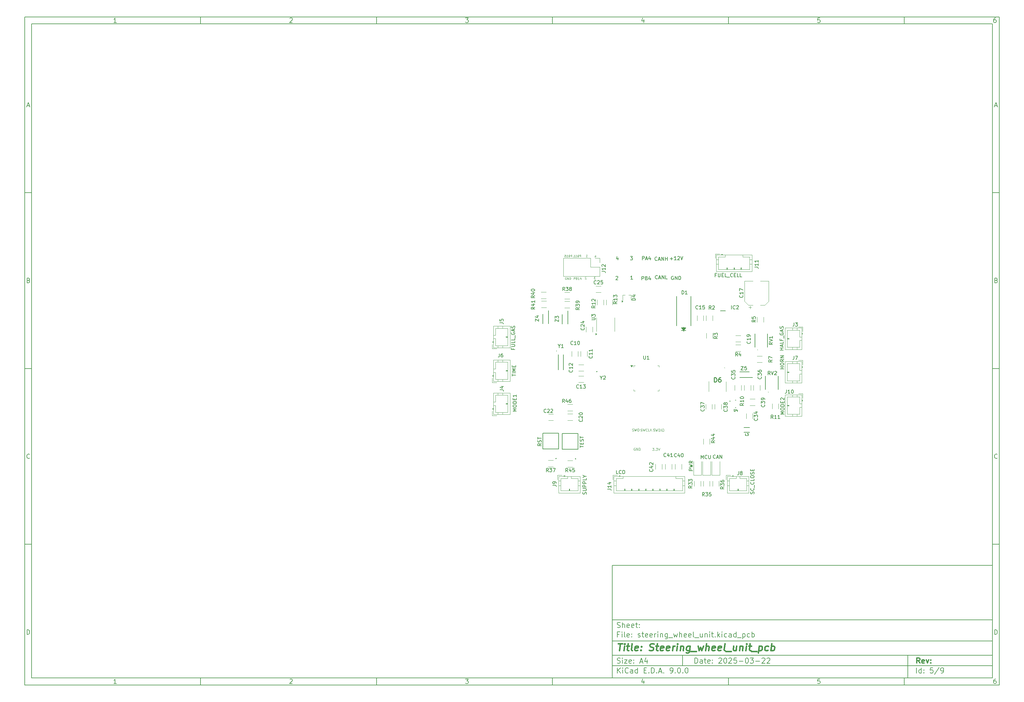
<source format=gbr>
%TF.GenerationSoftware,KiCad,Pcbnew,9.0.0*%
%TF.CreationDate,2025-04-02T22:26:08+02:00*%
%TF.ProjectId,steering_wheel_unit,73746565-7269-46e6-975f-776865656c5f,rev?*%
%TF.SameCoordinates,Original*%
%TF.FileFunction,Legend,Top*%
%TF.FilePolarity,Positive*%
%FSLAX46Y46*%
G04 Gerber Fmt 4.6, Leading zero omitted, Abs format (unit mm)*
G04 Created by KiCad (PCBNEW 9.0.0) date 2025-04-02 22:26:08*
%MOMM*%
%LPD*%
G01*
G04 APERTURE LIST*
%ADD10C,0.100000*%
%ADD11C,0.150000*%
%ADD12C,0.300000*%
%ADD13C,0.400000*%
%ADD14C,0.254000*%
%ADD15C,0.120000*%
%ADD16C,0.127000*%
%ADD17C,0.200000*%
%ADD18C,0.022000*%
%ADD19C,0.152400*%
G04 APERTURE END LIST*
D10*
D11*
X177002200Y-166007200D02*
X285002200Y-166007200D01*
X285002200Y-198007200D01*
X177002200Y-198007200D01*
X177002200Y-166007200D01*
D10*
D11*
X10000000Y-10000000D02*
X287002200Y-10000000D01*
X287002200Y-200007200D01*
X10000000Y-200007200D01*
X10000000Y-10000000D01*
D10*
D11*
X12000000Y-12000000D02*
X285002200Y-12000000D01*
X285002200Y-198007200D01*
X12000000Y-198007200D01*
X12000000Y-12000000D01*
D10*
D11*
X60000000Y-12000000D02*
X60000000Y-10000000D01*
D10*
D11*
X110000000Y-12000000D02*
X110000000Y-10000000D01*
D10*
D11*
X160000000Y-12000000D02*
X160000000Y-10000000D01*
D10*
D11*
X210000000Y-12000000D02*
X210000000Y-10000000D01*
D10*
D11*
X260000000Y-12000000D02*
X260000000Y-10000000D01*
D10*
D11*
X36089160Y-11593604D02*
X35346303Y-11593604D01*
X35717731Y-11593604D02*
X35717731Y-10293604D01*
X35717731Y-10293604D02*
X35593922Y-10479319D01*
X35593922Y-10479319D02*
X35470112Y-10603128D01*
X35470112Y-10603128D02*
X35346303Y-10665033D01*
D10*
D11*
X85346303Y-10417414D02*
X85408207Y-10355509D01*
X85408207Y-10355509D02*
X85532017Y-10293604D01*
X85532017Y-10293604D02*
X85841541Y-10293604D01*
X85841541Y-10293604D02*
X85965350Y-10355509D01*
X85965350Y-10355509D02*
X86027255Y-10417414D01*
X86027255Y-10417414D02*
X86089160Y-10541223D01*
X86089160Y-10541223D02*
X86089160Y-10665033D01*
X86089160Y-10665033D02*
X86027255Y-10850747D01*
X86027255Y-10850747D02*
X85284398Y-11593604D01*
X85284398Y-11593604D02*
X86089160Y-11593604D01*
D10*
D11*
X135284398Y-10293604D02*
X136089160Y-10293604D01*
X136089160Y-10293604D02*
X135655826Y-10788842D01*
X135655826Y-10788842D02*
X135841541Y-10788842D01*
X135841541Y-10788842D02*
X135965350Y-10850747D01*
X135965350Y-10850747D02*
X136027255Y-10912652D01*
X136027255Y-10912652D02*
X136089160Y-11036461D01*
X136089160Y-11036461D02*
X136089160Y-11345985D01*
X136089160Y-11345985D02*
X136027255Y-11469795D01*
X136027255Y-11469795D02*
X135965350Y-11531700D01*
X135965350Y-11531700D02*
X135841541Y-11593604D01*
X135841541Y-11593604D02*
X135470112Y-11593604D01*
X135470112Y-11593604D02*
X135346303Y-11531700D01*
X135346303Y-11531700D02*
X135284398Y-11469795D01*
D10*
D11*
X185965350Y-10726938D02*
X185965350Y-11593604D01*
X185655826Y-10231700D02*
X185346303Y-11160271D01*
X185346303Y-11160271D02*
X186151064Y-11160271D01*
D10*
D11*
X236027255Y-10293604D02*
X235408207Y-10293604D01*
X235408207Y-10293604D02*
X235346303Y-10912652D01*
X235346303Y-10912652D02*
X235408207Y-10850747D01*
X235408207Y-10850747D02*
X235532017Y-10788842D01*
X235532017Y-10788842D02*
X235841541Y-10788842D01*
X235841541Y-10788842D02*
X235965350Y-10850747D01*
X235965350Y-10850747D02*
X236027255Y-10912652D01*
X236027255Y-10912652D02*
X236089160Y-11036461D01*
X236089160Y-11036461D02*
X236089160Y-11345985D01*
X236089160Y-11345985D02*
X236027255Y-11469795D01*
X236027255Y-11469795D02*
X235965350Y-11531700D01*
X235965350Y-11531700D02*
X235841541Y-11593604D01*
X235841541Y-11593604D02*
X235532017Y-11593604D01*
X235532017Y-11593604D02*
X235408207Y-11531700D01*
X235408207Y-11531700D02*
X235346303Y-11469795D01*
D10*
D11*
X285965350Y-10293604D02*
X285717731Y-10293604D01*
X285717731Y-10293604D02*
X285593922Y-10355509D01*
X285593922Y-10355509D02*
X285532017Y-10417414D01*
X285532017Y-10417414D02*
X285408207Y-10603128D01*
X285408207Y-10603128D02*
X285346303Y-10850747D01*
X285346303Y-10850747D02*
X285346303Y-11345985D01*
X285346303Y-11345985D02*
X285408207Y-11469795D01*
X285408207Y-11469795D02*
X285470112Y-11531700D01*
X285470112Y-11531700D02*
X285593922Y-11593604D01*
X285593922Y-11593604D02*
X285841541Y-11593604D01*
X285841541Y-11593604D02*
X285965350Y-11531700D01*
X285965350Y-11531700D02*
X286027255Y-11469795D01*
X286027255Y-11469795D02*
X286089160Y-11345985D01*
X286089160Y-11345985D02*
X286089160Y-11036461D01*
X286089160Y-11036461D02*
X286027255Y-10912652D01*
X286027255Y-10912652D02*
X285965350Y-10850747D01*
X285965350Y-10850747D02*
X285841541Y-10788842D01*
X285841541Y-10788842D02*
X285593922Y-10788842D01*
X285593922Y-10788842D02*
X285470112Y-10850747D01*
X285470112Y-10850747D02*
X285408207Y-10912652D01*
X285408207Y-10912652D02*
X285346303Y-11036461D01*
D10*
D11*
X60000000Y-198007200D02*
X60000000Y-200007200D01*
D10*
D11*
X110000000Y-198007200D02*
X110000000Y-200007200D01*
D10*
D11*
X160000000Y-198007200D02*
X160000000Y-200007200D01*
D10*
D11*
X210000000Y-198007200D02*
X210000000Y-200007200D01*
D10*
D11*
X260000000Y-198007200D02*
X260000000Y-200007200D01*
D10*
D11*
X36089160Y-199600804D02*
X35346303Y-199600804D01*
X35717731Y-199600804D02*
X35717731Y-198300804D01*
X35717731Y-198300804D02*
X35593922Y-198486519D01*
X35593922Y-198486519D02*
X35470112Y-198610328D01*
X35470112Y-198610328D02*
X35346303Y-198672233D01*
D10*
D11*
X85346303Y-198424614D02*
X85408207Y-198362709D01*
X85408207Y-198362709D02*
X85532017Y-198300804D01*
X85532017Y-198300804D02*
X85841541Y-198300804D01*
X85841541Y-198300804D02*
X85965350Y-198362709D01*
X85965350Y-198362709D02*
X86027255Y-198424614D01*
X86027255Y-198424614D02*
X86089160Y-198548423D01*
X86089160Y-198548423D02*
X86089160Y-198672233D01*
X86089160Y-198672233D02*
X86027255Y-198857947D01*
X86027255Y-198857947D02*
X85284398Y-199600804D01*
X85284398Y-199600804D02*
X86089160Y-199600804D01*
D10*
D11*
X135284398Y-198300804D02*
X136089160Y-198300804D01*
X136089160Y-198300804D02*
X135655826Y-198796042D01*
X135655826Y-198796042D02*
X135841541Y-198796042D01*
X135841541Y-198796042D02*
X135965350Y-198857947D01*
X135965350Y-198857947D02*
X136027255Y-198919852D01*
X136027255Y-198919852D02*
X136089160Y-199043661D01*
X136089160Y-199043661D02*
X136089160Y-199353185D01*
X136089160Y-199353185D02*
X136027255Y-199476995D01*
X136027255Y-199476995D02*
X135965350Y-199538900D01*
X135965350Y-199538900D02*
X135841541Y-199600804D01*
X135841541Y-199600804D02*
X135470112Y-199600804D01*
X135470112Y-199600804D02*
X135346303Y-199538900D01*
X135346303Y-199538900D02*
X135284398Y-199476995D01*
D10*
D11*
X185965350Y-198734138D02*
X185965350Y-199600804D01*
X185655826Y-198238900D02*
X185346303Y-199167471D01*
X185346303Y-199167471D02*
X186151064Y-199167471D01*
D10*
D11*
X236027255Y-198300804D02*
X235408207Y-198300804D01*
X235408207Y-198300804D02*
X235346303Y-198919852D01*
X235346303Y-198919852D02*
X235408207Y-198857947D01*
X235408207Y-198857947D02*
X235532017Y-198796042D01*
X235532017Y-198796042D02*
X235841541Y-198796042D01*
X235841541Y-198796042D02*
X235965350Y-198857947D01*
X235965350Y-198857947D02*
X236027255Y-198919852D01*
X236027255Y-198919852D02*
X236089160Y-199043661D01*
X236089160Y-199043661D02*
X236089160Y-199353185D01*
X236089160Y-199353185D02*
X236027255Y-199476995D01*
X236027255Y-199476995D02*
X235965350Y-199538900D01*
X235965350Y-199538900D02*
X235841541Y-199600804D01*
X235841541Y-199600804D02*
X235532017Y-199600804D01*
X235532017Y-199600804D02*
X235408207Y-199538900D01*
X235408207Y-199538900D02*
X235346303Y-199476995D01*
D10*
D11*
X285965350Y-198300804D02*
X285717731Y-198300804D01*
X285717731Y-198300804D02*
X285593922Y-198362709D01*
X285593922Y-198362709D02*
X285532017Y-198424614D01*
X285532017Y-198424614D02*
X285408207Y-198610328D01*
X285408207Y-198610328D02*
X285346303Y-198857947D01*
X285346303Y-198857947D02*
X285346303Y-199353185D01*
X285346303Y-199353185D02*
X285408207Y-199476995D01*
X285408207Y-199476995D02*
X285470112Y-199538900D01*
X285470112Y-199538900D02*
X285593922Y-199600804D01*
X285593922Y-199600804D02*
X285841541Y-199600804D01*
X285841541Y-199600804D02*
X285965350Y-199538900D01*
X285965350Y-199538900D02*
X286027255Y-199476995D01*
X286027255Y-199476995D02*
X286089160Y-199353185D01*
X286089160Y-199353185D02*
X286089160Y-199043661D01*
X286089160Y-199043661D02*
X286027255Y-198919852D01*
X286027255Y-198919852D02*
X285965350Y-198857947D01*
X285965350Y-198857947D02*
X285841541Y-198796042D01*
X285841541Y-198796042D02*
X285593922Y-198796042D01*
X285593922Y-198796042D02*
X285470112Y-198857947D01*
X285470112Y-198857947D02*
X285408207Y-198919852D01*
X285408207Y-198919852D02*
X285346303Y-199043661D01*
D10*
D11*
X10000000Y-60000000D02*
X12000000Y-60000000D01*
D10*
D11*
X10000000Y-110000000D02*
X12000000Y-110000000D01*
D10*
D11*
X10000000Y-160000000D02*
X12000000Y-160000000D01*
D10*
D11*
X10690476Y-35222176D02*
X11309523Y-35222176D01*
X10566666Y-35593604D02*
X10999999Y-34293604D01*
X10999999Y-34293604D02*
X11433333Y-35593604D01*
D10*
D11*
X11092857Y-84912652D02*
X11278571Y-84974557D01*
X11278571Y-84974557D02*
X11340476Y-85036461D01*
X11340476Y-85036461D02*
X11402380Y-85160271D01*
X11402380Y-85160271D02*
X11402380Y-85345985D01*
X11402380Y-85345985D02*
X11340476Y-85469795D01*
X11340476Y-85469795D02*
X11278571Y-85531700D01*
X11278571Y-85531700D02*
X11154761Y-85593604D01*
X11154761Y-85593604D02*
X10659523Y-85593604D01*
X10659523Y-85593604D02*
X10659523Y-84293604D01*
X10659523Y-84293604D02*
X11092857Y-84293604D01*
X11092857Y-84293604D02*
X11216666Y-84355509D01*
X11216666Y-84355509D02*
X11278571Y-84417414D01*
X11278571Y-84417414D02*
X11340476Y-84541223D01*
X11340476Y-84541223D02*
X11340476Y-84665033D01*
X11340476Y-84665033D02*
X11278571Y-84788842D01*
X11278571Y-84788842D02*
X11216666Y-84850747D01*
X11216666Y-84850747D02*
X11092857Y-84912652D01*
X11092857Y-84912652D02*
X10659523Y-84912652D01*
D10*
D11*
X11402380Y-135469795D02*
X11340476Y-135531700D01*
X11340476Y-135531700D02*
X11154761Y-135593604D01*
X11154761Y-135593604D02*
X11030952Y-135593604D01*
X11030952Y-135593604D02*
X10845238Y-135531700D01*
X10845238Y-135531700D02*
X10721428Y-135407890D01*
X10721428Y-135407890D02*
X10659523Y-135284080D01*
X10659523Y-135284080D02*
X10597619Y-135036461D01*
X10597619Y-135036461D02*
X10597619Y-134850747D01*
X10597619Y-134850747D02*
X10659523Y-134603128D01*
X10659523Y-134603128D02*
X10721428Y-134479319D01*
X10721428Y-134479319D02*
X10845238Y-134355509D01*
X10845238Y-134355509D02*
X11030952Y-134293604D01*
X11030952Y-134293604D02*
X11154761Y-134293604D01*
X11154761Y-134293604D02*
X11340476Y-134355509D01*
X11340476Y-134355509D02*
X11402380Y-134417414D01*
D10*
D11*
X10659523Y-185593604D02*
X10659523Y-184293604D01*
X10659523Y-184293604D02*
X10969047Y-184293604D01*
X10969047Y-184293604D02*
X11154761Y-184355509D01*
X11154761Y-184355509D02*
X11278571Y-184479319D01*
X11278571Y-184479319D02*
X11340476Y-184603128D01*
X11340476Y-184603128D02*
X11402380Y-184850747D01*
X11402380Y-184850747D02*
X11402380Y-185036461D01*
X11402380Y-185036461D02*
X11340476Y-185284080D01*
X11340476Y-185284080D02*
X11278571Y-185407890D01*
X11278571Y-185407890D02*
X11154761Y-185531700D01*
X11154761Y-185531700D02*
X10969047Y-185593604D01*
X10969047Y-185593604D02*
X10659523Y-185593604D01*
D10*
D11*
X287002200Y-60000000D02*
X285002200Y-60000000D01*
D10*
D11*
X287002200Y-110000000D02*
X285002200Y-110000000D01*
D10*
D11*
X287002200Y-160000000D02*
X285002200Y-160000000D01*
D10*
D11*
X285692676Y-35222176D02*
X286311723Y-35222176D01*
X285568866Y-35593604D02*
X286002199Y-34293604D01*
X286002199Y-34293604D02*
X286435533Y-35593604D01*
D10*
D11*
X286095057Y-84912652D02*
X286280771Y-84974557D01*
X286280771Y-84974557D02*
X286342676Y-85036461D01*
X286342676Y-85036461D02*
X286404580Y-85160271D01*
X286404580Y-85160271D02*
X286404580Y-85345985D01*
X286404580Y-85345985D02*
X286342676Y-85469795D01*
X286342676Y-85469795D02*
X286280771Y-85531700D01*
X286280771Y-85531700D02*
X286156961Y-85593604D01*
X286156961Y-85593604D02*
X285661723Y-85593604D01*
X285661723Y-85593604D02*
X285661723Y-84293604D01*
X285661723Y-84293604D02*
X286095057Y-84293604D01*
X286095057Y-84293604D02*
X286218866Y-84355509D01*
X286218866Y-84355509D02*
X286280771Y-84417414D01*
X286280771Y-84417414D02*
X286342676Y-84541223D01*
X286342676Y-84541223D02*
X286342676Y-84665033D01*
X286342676Y-84665033D02*
X286280771Y-84788842D01*
X286280771Y-84788842D02*
X286218866Y-84850747D01*
X286218866Y-84850747D02*
X286095057Y-84912652D01*
X286095057Y-84912652D02*
X285661723Y-84912652D01*
D10*
D11*
X286404580Y-135469795D02*
X286342676Y-135531700D01*
X286342676Y-135531700D02*
X286156961Y-135593604D01*
X286156961Y-135593604D02*
X286033152Y-135593604D01*
X286033152Y-135593604D02*
X285847438Y-135531700D01*
X285847438Y-135531700D02*
X285723628Y-135407890D01*
X285723628Y-135407890D02*
X285661723Y-135284080D01*
X285661723Y-135284080D02*
X285599819Y-135036461D01*
X285599819Y-135036461D02*
X285599819Y-134850747D01*
X285599819Y-134850747D02*
X285661723Y-134603128D01*
X285661723Y-134603128D02*
X285723628Y-134479319D01*
X285723628Y-134479319D02*
X285847438Y-134355509D01*
X285847438Y-134355509D02*
X286033152Y-134293604D01*
X286033152Y-134293604D02*
X286156961Y-134293604D01*
X286156961Y-134293604D02*
X286342676Y-134355509D01*
X286342676Y-134355509D02*
X286404580Y-134417414D01*
D10*
D11*
X285661723Y-185593604D02*
X285661723Y-184293604D01*
X285661723Y-184293604D02*
X285971247Y-184293604D01*
X285971247Y-184293604D02*
X286156961Y-184355509D01*
X286156961Y-184355509D02*
X286280771Y-184479319D01*
X286280771Y-184479319D02*
X286342676Y-184603128D01*
X286342676Y-184603128D02*
X286404580Y-184850747D01*
X286404580Y-184850747D02*
X286404580Y-185036461D01*
X286404580Y-185036461D02*
X286342676Y-185284080D01*
X286342676Y-185284080D02*
X286280771Y-185407890D01*
X286280771Y-185407890D02*
X286156961Y-185531700D01*
X286156961Y-185531700D02*
X285971247Y-185593604D01*
X285971247Y-185593604D02*
X285661723Y-185593604D01*
D10*
D11*
X200458026Y-193793328D02*
X200458026Y-192293328D01*
X200458026Y-192293328D02*
X200815169Y-192293328D01*
X200815169Y-192293328D02*
X201029455Y-192364757D01*
X201029455Y-192364757D02*
X201172312Y-192507614D01*
X201172312Y-192507614D02*
X201243741Y-192650471D01*
X201243741Y-192650471D02*
X201315169Y-192936185D01*
X201315169Y-192936185D02*
X201315169Y-193150471D01*
X201315169Y-193150471D02*
X201243741Y-193436185D01*
X201243741Y-193436185D02*
X201172312Y-193579042D01*
X201172312Y-193579042D02*
X201029455Y-193721900D01*
X201029455Y-193721900D02*
X200815169Y-193793328D01*
X200815169Y-193793328D02*
X200458026Y-193793328D01*
X202600884Y-193793328D02*
X202600884Y-193007614D01*
X202600884Y-193007614D02*
X202529455Y-192864757D01*
X202529455Y-192864757D02*
X202386598Y-192793328D01*
X202386598Y-192793328D02*
X202100884Y-192793328D01*
X202100884Y-192793328D02*
X201958026Y-192864757D01*
X202600884Y-193721900D02*
X202458026Y-193793328D01*
X202458026Y-193793328D02*
X202100884Y-193793328D01*
X202100884Y-193793328D02*
X201958026Y-193721900D01*
X201958026Y-193721900D02*
X201886598Y-193579042D01*
X201886598Y-193579042D02*
X201886598Y-193436185D01*
X201886598Y-193436185D02*
X201958026Y-193293328D01*
X201958026Y-193293328D02*
X202100884Y-193221900D01*
X202100884Y-193221900D02*
X202458026Y-193221900D01*
X202458026Y-193221900D02*
X202600884Y-193150471D01*
X203100884Y-192793328D02*
X203672312Y-192793328D01*
X203315169Y-192293328D02*
X203315169Y-193579042D01*
X203315169Y-193579042D02*
X203386598Y-193721900D01*
X203386598Y-193721900D02*
X203529455Y-193793328D01*
X203529455Y-193793328D02*
X203672312Y-193793328D01*
X204743741Y-193721900D02*
X204600884Y-193793328D01*
X204600884Y-193793328D02*
X204315170Y-193793328D01*
X204315170Y-193793328D02*
X204172312Y-193721900D01*
X204172312Y-193721900D02*
X204100884Y-193579042D01*
X204100884Y-193579042D02*
X204100884Y-193007614D01*
X204100884Y-193007614D02*
X204172312Y-192864757D01*
X204172312Y-192864757D02*
X204315170Y-192793328D01*
X204315170Y-192793328D02*
X204600884Y-192793328D01*
X204600884Y-192793328D02*
X204743741Y-192864757D01*
X204743741Y-192864757D02*
X204815170Y-193007614D01*
X204815170Y-193007614D02*
X204815170Y-193150471D01*
X204815170Y-193150471D02*
X204100884Y-193293328D01*
X205458026Y-193650471D02*
X205529455Y-193721900D01*
X205529455Y-193721900D02*
X205458026Y-193793328D01*
X205458026Y-193793328D02*
X205386598Y-193721900D01*
X205386598Y-193721900D02*
X205458026Y-193650471D01*
X205458026Y-193650471D02*
X205458026Y-193793328D01*
X205458026Y-192864757D02*
X205529455Y-192936185D01*
X205529455Y-192936185D02*
X205458026Y-193007614D01*
X205458026Y-193007614D02*
X205386598Y-192936185D01*
X205386598Y-192936185D02*
X205458026Y-192864757D01*
X205458026Y-192864757D02*
X205458026Y-193007614D01*
X207243741Y-192436185D02*
X207315169Y-192364757D01*
X207315169Y-192364757D02*
X207458027Y-192293328D01*
X207458027Y-192293328D02*
X207815169Y-192293328D01*
X207815169Y-192293328D02*
X207958027Y-192364757D01*
X207958027Y-192364757D02*
X208029455Y-192436185D01*
X208029455Y-192436185D02*
X208100884Y-192579042D01*
X208100884Y-192579042D02*
X208100884Y-192721900D01*
X208100884Y-192721900D02*
X208029455Y-192936185D01*
X208029455Y-192936185D02*
X207172312Y-193793328D01*
X207172312Y-193793328D02*
X208100884Y-193793328D01*
X209029455Y-192293328D02*
X209172312Y-192293328D01*
X209172312Y-192293328D02*
X209315169Y-192364757D01*
X209315169Y-192364757D02*
X209386598Y-192436185D01*
X209386598Y-192436185D02*
X209458026Y-192579042D01*
X209458026Y-192579042D02*
X209529455Y-192864757D01*
X209529455Y-192864757D02*
X209529455Y-193221900D01*
X209529455Y-193221900D02*
X209458026Y-193507614D01*
X209458026Y-193507614D02*
X209386598Y-193650471D01*
X209386598Y-193650471D02*
X209315169Y-193721900D01*
X209315169Y-193721900D02*
X209172312Y-193793328D01*
X209172312Y-193793328D02*
X209029455Y-193793328D01*
X209029455Y-193793328D02*
X208886598Y-193721900D01*
X208886598Y-193721900D02*
X208815169Y-193650471D01*
X208815169Y-193650471D02*
X208743740Y-193507614D01*
X208743740Y-193507614D02*
X208672312Y-193221900D01*
X208672312Y-193221900D02*
X208672312Y-192864757D01*
X208672312Y-192864757D02*
X208743740Y-192579042D01*
X208743740Y-192579042D02*
X208815169Y-192436185D01*
X208815169Y-192436185D02*
X208886598Y-192364757D01*
X208886598Y-192364757D02*
X209029455Y-192293328D01*
X210100883Y-192436185D02*
X210172311Y-192364757D01*
X210172311Y-192364757D02*
X210315169Y-192293328D01*
X210315169Y-192293328D02*
X210672311Y-192293328D01*
X210672311Y-192293328D02*
X210815169Y-192364757D01*
X210815169Y-192364757D02*
X210886597Y-192436185D01*
X210886597Y-192436185D02*
X210958026Y-192579042D01*
X210958026Y-192579042D02*
X210958026Y-192721900D01*
X210958026Y-192721900D02*
X210886597Y-192936185D01*
X210886597Y-192936185D02*
X210029454Y-193793328D01*
X210029454Y-193793328D02*
X210958026Y-193793328D01*
X212315168Y-192293328D02*
X211600882Y-192293328D01*
X211600882Y-192293328D02*
X211529454Y-193007614D01*
X211529454Y-193007614D02*
X211600882Y-192936185D01*
X211600882Y-192936185D02*
X211743740Y-192864757D01*
X211743740Y-192864757D02*
X212100882Y-192864757D01*
X212100882Y-192864757D02*
X212243740Y-192936185D01*
X212243740Y-192936185D02*
X212315168Y-193007614D01*
X212315168Y-193007614D02*
X212386597Y-193150471D01*
X212386597Y-193150471D02*
X212386597Y-193507614D01*
X212386597Y-193507614D02*
X212315168Y-193650471D01*
X212315168Y-193650471D02*
X212243740Y-193721900D01*
X212243740Y-193721900D02*
X212100882Y-193793328D01*
X212100882Y-193793328D02*
X211743740Y-193793328D01*
X211743740Y-193793328D02*
X211600882Y-193721900D01*
X211600882Y-193721900D02*
X211529454Y-193650471D01*
X213029453Y-193221900D02*
X214172311Y-193221900D01*
X215172311Y-192293328D02*
X215315168Y-192293328D01*
X215315168Y-192293328D02*
X215458025Y-192364757D01*
X215458025Y-192364757D02*
X215529454Y-192436185D01*
X215529454Y-192436185D02*
X215600882Y-192579042D01*
X215600882Y-192579042D02*
X215672311Y-192864757D01*
X215672311Y-192864757D02*
X215672311Y-193221900D01*
X215672311Y-193221900D02*
X215600882Y-193507614D01*
X215600882Y-193507614D02*
X215529454Y-193650471D01*
X215529454Y-193650471D02*
X215458025Y-193721900D01*
X215458025Y-193721900D02*
X215315168Y-193793328D01*
X215315168Y-193793328D02*
X215172311Y-193793328D01*
X215172311Y-193793328D02*
X215029454Y-193721900D01*
X215029454Y-193721900D02*
X214958025Y-193650471D01*
X214958025Y-193650471D02*
X214886596Y-193507614D01*
X214886596Y-193507614D02*
X214815168Y-193221900D01*
X214815168Y-193221900D02*
X214815168Y-192864757D01*
X214815168Y-192864757D02*
X214886596Y-192579042D01*
X214886596Y-192579042D02*
X214958025Y-192436185D01*
X214958025Y-192436185D02*
X215029454Y-192364757D01*
X215029454Y-192364757D02*
X215172311Y-192293328D01*
X216172310Y-192293328D02*
X217100882Y-192293328D01*
X217100882Y-192293328D02*
X216600882Y-192864757D01*
X216600882Y-192864757D02*
X216815167Y-192864757D01*
X216815167Y-192864757D02*
X216958025Y-192936185D01*
X216958025Y-192936185D02*
X217029453Y-193007614D01*
X217029453Y-193007614D02*
X217100882Y-193150471D01*
X217100882Y-193150471D02*
X217100882Y-193507614D01*
X217100882Y-193507614D02*
X217029453Y-193650471D01*
X217029453Y-193650471D02*
X216958025Y-193721900D01*
X216958025Y-193721900D02*
X216815167Y-193793328D01*
X216815167Y-193793328D02*
X216386596Y-193793328D01*
X216386596Y-193793328D02*
X216243739Y-193721900D01*
X216243739Y-193721900D02*
X216172310Y-193650471D01*
X217743738Y-193221900D02*
X218886596Y-193221900D01*
X219529453Y-192436185D02*
X219600881Y-192364757D01*
X219600881Y-192364757D02*
X219743739Y-192293328D01*
X219743739Y-192293328D02*
X220100881Y-192293328D01*
X220100881Y-192293328D02*
X220243739Y-192364757D01*
X220243739Y-192364757D02*
X220315167Y-192436185D01*
X220315167Y-192436185D02*
X220386596Y-192579042D01*
X220386596Y-192579042D02*
X220386596Y-192721900D01*
X220386596Y-192721900D02*
X220315167Y-192936185D01*
X220315167Y-192936185D02*
X219458024Y-193793328D01*
X219458024Y-193793328D02*
X220386596Y-193793328D01*
X220958024Y-192436185D02*
X221029452Y-192364757D01*
X221029452Y-192364757D02*
X221172310Y-192293328D01*
X221172310Y-192293328D02*
X221529452Y-192293328D01*
X221529452Y-192293328D02*
X221672310Y-192364757D01*
X221672310Y-192364757D02*
X221743738Y-192436185D01*
X221743738Y-192436185D02*
X221815167Y-192579042D01*
X221815167Y-192579042D02*
X221815167Y-192721900D01*
X221815167Y-192721900D02*
X221743738Y-192936185D01*
X221743738Y-192936185D02*
X220886595Y-193793328D01*
X220886595Y-193793328D02*
X221815167Y-193793328D01*
D10*
D11*
X177002200Y-194507200D02*
X285002200Y-194507200D01*
D10*
D11*
X178458026Y-196593328D02*
X178458026Y-195093328D01*
X179315169Y-196593328D02*
X178672312Y-195736185D01*
X179315169Y-195093328D02*
X178458026Y-195950471D01*
X179958026Y-196593328D02*
X179958026Y-195593328D01*
X179958026Y-195093328D02*
X179886598Y-195164757D01*
X179886598Y-195164757D02*
X179958026Y-195236185D01*
X179958026Y-195236185D02*
X180029455Y-195164757D01*
X180029455Y-195164757D02*
X179958026Y-195093328D01*
X179958026Y-195093328D02*
X179958026Y-195236185D01*
X181529455Y-196450471D02*
X181458027Y-196521900D01*
X181458027Y-196521900D02*
X181243741Y-196593328D01*
X181243741Y-196593328D02*
X181100884Y-196593328D01*
X181100884Y-196593328D02*
X180886598Y-196521900D01*
X180886598Y-196521900D02*
X180743741Y-196379042D01*
X180743741Y-196379042D02*
X180672312Y-196236185D01*
X180672312Y-196236185D02*
X180600884Y-195950471D01*
X180600884Y-195950471D02*
X180600884Y-195736185D01*
X180600884Y-195736185D02*
X180672312Y-195450471D01*
X180672312Y-195450471D02*
X180743741Y-195307614D01*
X180743741Y-195307614D02*
X180886598Y-195164757D01*
X180886598Y-195164757D02*
X181100884Y-195093328D01*
X181100884Y-195093328D02*
X181243741Y-195093328D01*
X181243741Y-195093328D02*
X181458027Y-195164757D01*
X181458027Y-195164757D02*
X181529455Y-195236185D01*
X182815170Y-196593328D02*
X182815170Y-195807614D01*
X182815170Y-195807614D02*
X182743741Y-195664757D01*
X182743741Y-195664757D02*
X182600884Y-195593328D01*
X182600884Y-195593328D02*
X182315170Y-195593328D01*
X182315170Y-195593328D02*
X182172312Y-195664757D01*
X182815170Y-196521900D02*
X182672312Y-196593328D01*
X182672312Y-196593328D02*
X182315170Y-196593328D01*
X182315170Y-196593328D02*
X182172312Y-196521900D01*
X182172312Y-196521900D02*
X182100884Y-196379042D01*
X182100884Y-196379042D02*
X182100884Y-196236185D01*
X182100884Y-196236185D02*
X182172312Y-196093328D01*
X182172312Y-196093328D02*
X182315170Y-196021900D01*
X182315170Y-196021900D02*
X182672312Y-196021900D01*
X182672312Y-196021900D02*
X182815170Y-195950471D01*
X184172313Y-196593328D02*
X184172313Y-195093328D01*
X184172313Y-196521900D02*
X184029455Y-196593328D01*
X184029455Y-196593328D02*
X183743741Y-196593328D01*
X183743741Y-196593328D02*
X183600884Y-196521900D01*
X183600884Y-196521900D02*
X183529455Y-196450471D01*
X183529455Y-196450471D02*
X183458027Y-196307614D01*
X183458027Y-196307614D02*
X183458027Y-195879042D01*
X183458027Y-195879042D02*
X183529455Y-195736185D01*
X183529455Y-195736185D02*
X183600884Y-195664757D01*
X183600884Y-195664757D02*
X183743741Y-195593328D01*
X183743741Y-195593328D02*
X184029455Y-195593328D01*
X184029455Y-195593328D02*
X184172313Y-195664757D01*
X186029455Y-195807614D02*
X186529455Y-195807614D01*
X186743741Y-196593328D02*
X186029455Y-196593328D01*
X186029455Y-196593328D02*
X186029455Y-195093328D01*
X186029455Y-195093328D02*
X186743741Y-195093328D01*
X187386598Y-196450471D02*
X187458027Y-196521900D01*
X187458027Y-196521900D02*
X187386598Y-196593328D01*
X187386598Y-196593328D02*
X187315170Y-196521900D01*
X187315170Y-196521900D02*
X187386598Y-196450471D01*
X187386598Y-196450471D02*
X187386598Y-196593328D01*
X188100884Y-196593328D02*
X188100884Y-195093328D01*
X188100884Y-195093328D02*
X188458027Y-195093328D01*
X188458027Y-195093328D02*
X188672313Y-195164757D01*
X188672313Y-195164757D02*
X188815170Y-195307614D01*
X188815170Y-195307614D02*
X188886599Y-195450471D01*
X188886599Y-195450471D02*
X188958027Y-195736185D01*
X188958027Y-195736185D02*
X188958027Y-195950471D01*
X188958027Y-195950471D02*
X188886599Y-196236185D01*
X188886599Y-196236185D02*
X188815170Y-196379042D01*
X188815170Y-196379042D02*
X188672313Y-196521900D01*
X188672313Y-196521900D02*
X188458027Y-196593328D01*
X188458027Y-196593328D02*
X188100884Y-196593328D01*
X189600884Y-196450471D02*
X189672313Y-196521900D01*
X189672313Y-196521900D02*
X189600884Y-196593328D01*
X189600884Y-196593328D02*
X189529456Y-196521900D01*
X189529456Y-196521900D02*
X189600884Y-196450471D01*
X189600884Y-196450471D02*
X189600884Y-196593328D01*
X190243742Y-196164757D02*
X190958028Y-196164757D01*
X190100885Y-196593328D02*
X190600885Y-195093328D01*
X190600885Y-195093328D02*
X191100885Y-196593328D01*
X191600884Y-196450471D02*
X191672313Y-196521900D01*
X191672313Y-196521900D02*
X191600884Y-196593328D01*
X191600884Y-196593328D02*
X191529456Y-196521900D01*
X191529456Y-196521900D02*
X191600884Y-196450471D01*
X191600884Y-196450471D02*
X191600884Y-196593328D01*
X193529456Y-196593328D02*
X193815170Y-196593328D01*
X193815170Y-196593328D02*
X193958027Y-196521900D01*
X193958027Y-196521900D02*
X194029456Y-196450471D01*
X194029456Y-196450471D02*
X194172313Y-196236185D01*
X194172313Y-196236185D02*
X194243742Y-195950471D01*
X194243742Y-195950471D02*
X194243742Y-195379042D01*
X194243742Y-195379042D02*
X194172313Y-195236185D01*
X194172313Y-195236185D02*
X194100885Y-195164757D01*
X194100885Y-195164757D02*
X193958027Y-195093328D01*
X193958027Y-195093328D02*
X193672313Y-195093328D01*
X193672313Y-195093328D02*
X193529456Y-195164757D01*
X193529456Y-195164757D02*
X193458027Y-195236185D01*
X193458027Y-195236185D02*
X193386599Y-195379042D01*
X193386599Y-195379042D02*
X193386599Y-195736185D01*
X193386599Y-195736185D02*
X193458027Y-195879042D01*
X193458027Y-195879042D02*
X193529456Y-195950471D01*
X193529456Y-195950471D02*
X193672313Y-196021900D01*
X193672313Y-196021900D02*
X193958027Y-196021900D01*
X193958027Y-196021900D02*
X194100885Y-195950471D01*
X194100885Y-195950471D02*
X194172313Y-195879042D01*
X194172313Y-195879042D02*
X194243742Y-195736185D01*
X194886598Y-196450471D02*
X194958027Y-196521900D01*
X194958027Y-196521900D02*
X194886598Y-196593328D01*
X194886598Y-196593328D02*
X194815170Y-196521900D01*
X194815170Y-196521900D02*
X194886598Y-196450471D01*
X194886598Y-196450471D02*
X194886598Y-196593328D01*
X195886599Y-195093328D02*
X196029456Y-195093328D01*
X196029456Y-195093328D02*
X196172313Y-195164757D01*
X196172313Y-195164757D02*
X196243742Y-195236185D01*
X196243742Y-195236185D02*
X196315170Y-195379042D01*
X196315170Y-195379042D02*
X196386599Y-195664757D01*
X196386599Y-195664757D02*
X196386599Y-196021900D01*
X196386599Y-196021900D02*
X196315170Y-196307614D01*
X196315170Y-196307614D02*
X196243742Y-196450471D01*
X196243742Y-196450471D02*
X196172313Y-196521900D01*
X196172313Y-196521900D02*
X196029456Y-196593328D01*
X196029456Y-196593328D02*
X195886599Y-196593328D01*
X195886599Y-196593328D02*
X195743742Y-196521900D01*
X195743742Y-196521900D02*
X195672313Y-196450471D01*
X195672313Y-196450471D02*
X195600884Y-196307614D01*
X195600884Y-196307614D02*
X195529456Y-196021900D01*
X195529456Y-196021900D02*
X195529456Y-195664757D01*
X195529456Y-195664757D02*
X195600884Y-195379042D01*
X195600884Y-195379042D02*
X195672313Y-195236185D01*
X195672313Y-195236185D02*
X195743742Y-195164757D01*
X195743742Y-195164757D02*
X195886599Y-195093328D01*
X197029455Y-196450471D02*
X197100884Y-196521900D01*
X197100884Y-196521900D02*
X197029455Y-196593328D01*
X197029455Y-196593328D02*
X196958027Y-196521900D01*
X196958027Y-196521900D02*
X197029455Y-196450471D01*
X197029455Y-196450471D02*
X197029455Y-196593328D01*
X198029456Y-195093328D02*
X198172313Y-195093328D01*
X198172313Y-195093328D02*
X198315170Y-195164757D01*
X198315170Y-195164757D02*
X198386599Y-195236185D01*
X198386599Y-195236185D02*
X198458027Y-195379042D01*
X198458027Y-195379042D02*
X198529456Y-195664757D01*
X198529456Y-195664757D02*
X198529456Y-196021900D01*
X198529456Y-196021900D02*
X198458027Y-196307614D01*
X198458027Y-196307614D02*
X198386599Y-196450471D01*
X198386599Y-196450471D02*
X198315170Y-196521900D01*
X198315170Y-196521900D02*
X198172313Y-196593328D01*
X198172313Y-196593328D02*
X198029456Y-196593328D01*
X198029456Y-196593328D02*
X197886599Y-196521900D01*
X197886599Y-196521900D02*
X197815170Y-196450471D01*
X197815170Y-196450471D02*
X197743741Y-196307614D01*
X197743741Y-196307614D02*
X197672313Y-196021900D01*
X197672313Y-196021900D02*
X197672313Y-195664757D01*
X197672313Y-195664757D02*
X197743741Y-195379042D01*
X197743741Y-195379042D02*
X197815170Y-195236185D01*
X197815170Y-195236185D02*
X197886599Y-195164757D01*
X197886599Y-195164757D02*
X198029456Y-195093328D01*
D10*
D11*
X177002200Y-191507200D02*
X285002200Y-191507200D01*
D10*
D12*
X264413853Y-193785528D02*
X263913853Y-193071242D01*
X263556710Y-193785528D02*
X263556710Y-192285528D01*
X263556710Y-192285528D02*
X264128139Y-192285528D01*
X264128139Y-192285528D02*
X264270996Y-192356957D01*
X264270996Y-192356957D02*
X264342425Y-192428385D01*
X264342425Y-192428385D02*
X264413853Y-192571242D01*
X264413853Y-192571242D02*
X264413853Y-192785528D01*
X264413853Y-192785528D02*
X264342425Y-192928385D01*
X264342425Y-192928385D02*
X264270996Y-192999814D01*
X264270996Y-192999814D02*
X264128139Y-193071242D01*
X264128139Y-193071242D02*
X263556710Y-193071242D01*
X265628139Y-193714100D02*
X265485282Y-193785528D01*
X265485282Y-193785528D02*
X265199568Y-193785528D01*
X265199568Y-193785528D02*
X265056710Y-193714100D01*
X265056710Y-193714100D02*
X264985282Y-193571242D01*
X264985282Y-193571242D02*
X264985282Y-192999814D01*
X264985282Y-192999814D02*
X265056710Y-192856957D01*
X265056710Y-192856957D02*
X265199568Y-192785528D01*
X265199568Y-192785528D02*
X265485282Y-192785528D01*
X265485282Y-192785528D02*
X265628139Y-192856957D01*
X265628139Y-192856957D02*
X265699568Y-192999814D01*
X265699568Y-192999814D02*
X265699568Y-193142671D01*
X265699568Y-193142671D02*
X264985282Y-193285528D01*
X266199567Y-192785528D02*
X266556710Y-193785528D01*
X266556710Y-193785528D02*
X266913853Y-192785528D01*
X267485281Y-193642671D02*
X267556710Y-193714100D01*
X267556710Y-193714100D02*
X267485281Y-193785528D01*
X267485281Y-193785528D02*
X267413853Y-193714100D01*
X267413853Y-193714100D02*
X267485281Y-193642671D01*
X267485281Y-193642671D02*
X267485281Y-193785528D01*
X267485281Y-192856957D02*
X267556710Y-192928385D01*
X267556710Y-192928385D02*
X267485281Y-192999814D01*
X267485281Y-192999814D02*
X267413853Y-192928385D01*
X267413853Y-192928385D02*
X267485281Y-192856957D01*
X267485281Y-192856957D02*
X267485281Y-192999814D01*
D10*
D11*
X178386598Y-193721900D02*
X178600884Y-193793328D01*
X178600884Y-193793328D02*
X178958026Y-193793328D01*
X178958026Y-193793328D02*
X179100884Y-193721900D01*
X179100884Y-193721900D02*
X179172312Y-193650471D01*
X179172312Y-193650471D02*
X179243741Y-193507614D01*
X179243741Y-193507614D02*
X179243741Y-193364757D01*
X179243741Y-193364757D02*
X179172312Y-193221900D01*
X179172312Y-193221900D02*
X179100884Y-193150471D01*
X179100884Y-193150471D02*
X178958026Y-193079042D01*
X178958026Y-193079042D02*
X178672312Y-193007614D01*
X178672312Y-193007614D02*
X178529455Y-192936185D01*
X178529455Y-192936185D02*
X178458026Y-192864757D01*
X178458026Y-192864757D02*
X178386598Y-192721900D01*
X178386598Y-192721900D02*
X178386598Y-192579042D01*
X178386598Y-192579042D02*
X178458026Y-192436185D01*
X178458026Y-192436185D02*
X178529455Y-192364757D01*
X178529455Y-192364757D02*
X178672312Y-192293328D01*
X178672312Y-192293328D02*
X179029455Y-192293328D01*
X179029455Y-192293328D02*
X179243741Y-192364757D01*
X179886597Y-193793328D02*
X179886597Y-192793328D01*
X179886597Y-192293328D02*
X179815169Y-192364757D01*
X179815169Y-192364757D02*
X179886597Y-192436185D01*
X179886597Y-192436185D02*
X179958026Y-192364757D01*
X179958026Y-192364757D02*
X179886597Y-192293328D01*
X179886597Y-192293328D02*
X179886597Y-192436185D01*
X180458026Y-192793328D02*
X181243741Y-192793328D01*
X181243741Y-192793328D02*
X180458026Y-193793328D01*
X180458026Y-193793328D02*
X181243741Y-193793328D01*
X182386598Y-193721900D02*
X182243741Y-193793328D01*
X182243741Y-193793328D02*
X181958027Y-193793328D01*
X181958027Y-193793328D02*
X181815169Y-193721900D01*
X181815169Y-193721900D02*
X181743741Y-193579042D01*
X181743741Y-193579042D02*
X181743741Y-193007614D01*
X181743741Y-193007614D02*
X181815169Y-192864757D01*
X181815169Y-192864757D02*
X181958027Y-192793328D01*
X181958027Y-192793328D02*
X182243741Y-192793328D01*
X182243741Y-192793328D02*
X182386598Y-192864757D01*
X182386598Y-192864757D02*
X182458027Y-193007614D01*
X182458027Y-193007614D02*
X182458027Y-193150471D01*
X182458027Y-193150471D02*
X181743741Y-193293328D01*
X183100883Y-193650471D02*
X183172312Y-193721900D01*
X183172312Y-193721900D02*
X183100883Y-193793328D01*
X183100883Y-193793328D02*
X183029455Y-193721900D01*
X183029455Y-193721900D02*
X183100883Y-193650471D01*
X183100883Y-193650471D02*
X183100883Y-193793328D01*
X183100883Y-192864757D02*
X183172312Y-192936185D01*
X183172312Y-192936185D02*
X183100883Y-193007614D01*
X183100883Y-193007614D02*
X183029455Y-192936185D01*
X183029455Y-192936185D02*
X183100883Y-192864757D01*
X183100883Y-192864757D02*
X183100883Y-193007614D01*
X184886598Y-193364757D02*
X185600884Y-193364757D01*
X184743741Y-193793328D02*
X185243741Y-192293328D01*
X185243741Y-192293328D02*
X185743741Y-193793328D01*
X186886598Y-192793328D02*
X186886598Y-193793328D01*
X186529455Y-192221900D02*
X186172312Y-193293328D01*
X186172312Y-193293328D02*
X187100883Y-193293328D01*
D10*
D11*
X263458026Y-196593328D02*
X263458026Y-195093328D01*
X264815170Y-196593328D02*
X264815170Y-195093328D01*
X264815170Y-196521900D02*
X264672312Y-196593328D01*
X264672312Y-196593328D02*
X264386598Y-196593328D01*
X264386598Y-196593328D02*
X264243741Y-196521900D01*
X264243741Y-196521900D02*
X264172312Y-196450471D01*
X264172312Y-196450471D02*
X264100884Y-196307614D01*
X264100884Y-196307614D02*
X264100884Y-195879042D01*
X264100884Y-195879042D02*
X264172312Y-195736185D01*
X264172312Y-195736185D02*
X264243741Y-195664757D01*
X264243741Y-195664757D02*
X264386598Y-195593328D01*
X264386598Y-195593328D02*
X264672312Y-195593328D01*
X264672312Y-195593328D02*
X264815170Y-195664757D01*
X265529455Y-196450471D02*
X265600884Y-196521900D01*
X265600884Y-196521900D02*
X265529455Y-196593328D01*
X265529455Y-196593328D02*
X265458027Y-196521900D01*
X265458027Y-196521900D02*
X265529455Y-196450471D01*
X265529455Y-196450471D02*
X265529455Y-196593328D01*
X265529455Y-195664757D02*
X265600884Y-195736185D01*
X265600884Y-195736185D02*
X265529455Y-195807614D01*
X265529455Y-195807614D02*
X265458027Y-195736185D01*
X265458027Y-195736185D02*
X265529455Y-195664757D01*
X265529455Y-195664757D02*
X265529455Y-195807614D01*
X268100884Y-195093328D02*
X267386598Y-195093328D01*
X267386598Y-195093328D02*
X267315170Y-195807614D01*
X267315170Y-195807614D02*
X267386598Y-195736185D01*
X267386598Y-195736185D02*
X267529456Y-195664757D01*
X267529456Y-195664757D02*
X267886598Y-195664757D01*
X267886598Y-195664757D02*
X268029456Y-195736185D01*
X268029456Y-195736185D02*
X268100884Y-195807614D01*
X268100884Y-195807614D02*
X268172313Y-195950471D01*
X268172313Y-195950471D02*
X268172313Y-196307614D01*
X268172313Y-196307614D02*
X268100884Y-196450471D01*
X268100884Y-196450471D02*
X268029456Y-196521900D01*
X268029456Y-196521900D02*
X267886598Y-196593328D01*
X267886598Y-196593328D02*
X267529456Y-196593328D01*
X267529456Y-196593328D02*
X267386598Y-196521900D01*
X267386598Y-196521900D02*
X267315170Y-196450471D01*
X269886598Y-195021900D02*
X268600884Y-196950471D01*
X270458027Y-196593328D02*
X270743741Y-196593328D01*
X270743741Y-196593328D02*
X270886598Y-196521900D01*
X270886598Y-196521900D02*
X270958027Y-196450471D01*
X270958027Y-196450471D02*
X271100884Y-196236185D01*
X271100884Y-196236185D02*
X271172313Y-195950471D01*
X271172313Y-195950471D02*
X271172313Y-195379042D01*
X271172313Y-195379042D02*
X271100884Y-195236185D01*
X271100884Y-195236185D02*
X271029456Y-195164757D01*
X271029456Y-195164757D02*
X270886598Y-195093328D01*
X270886598Y-195093328D02*
X270600884Y-195093328D01*
X270600884Y-195093328D02*
X270458027Y-195164757D01*
X270458027Y-195164757D02*
X270386598Y-195236185D01*
X270386598Y-195236185D02*
X270315170Y-195379042D01*
X270315170Y-195379042D02*
X270315170Y-195736185D01*
X270315170Y-195736185D02*
X270386598Y-195879042D01*
X270386598Y-195879042D02*
X270458027Y-195950471D01*
X270458027Y-195950471D02*
X270600884Y-196021900D01*
X270600884Y-196021900D02*
X270886598Y-196021900D01*
X270886598Y-196021900D02*
X271029456Y-195950471D01*
X271029456Y-195950471D02*
X271100884Y-195879042D01*
X271100884Y-195879042D02*
X271172313Y-195736185D01*
D10*
D11*
X177002200Y-187507200D02*
X285002200Y-187507200D01*
D10*
D13*
X178693928Y-188211638D02*
X179836785Y-188211638D01*
X179015357Y-190211638D02*
X179265357Y-188211638D01*
X180253452Y-190211638D02*
X180420119Y-188878304D01*
X180503452Y-188211638D02*
X180396309Y-188306876D01*
X180396309Y-188306876D02*
X180479643Y-188402114D01*
X180479643Y-188402114D02*
X180586786Y-188306876D01*
X180586786Y-188306876D02*
X180503452Y-188211638D01*
X180503452Y-188211638D02*
X180479643Y-188402114D01*
X181086786Y-188878304D02*
X181848690Y-188878304D01*
X181455833Y-188211638D02*
X181241548Y-189925923D01*
X181241548Y-189925923D02*
X181312976Y-190116400D01*
X181312976Y-190116400D02*
X181491548Y-190211638D01*
X181491548Y-190211638D02*
X181682024Y-190211638D01*
X182634405Y-190211638D02*
X182455833Y-190116400D01*
X182455833Y-190116400D02*
X182384405Y-189925923D01*
X182384405Y-189925923D02*
X182598690Y-188211638D01*
X184170119Y-190116400D02*
X183967738Y-190211638D01*
X183967738Y-190211638D02*
X183586785Y-190211638D01*
X183586785Y-190211638D02*
X183408214Y-190116400D01*
X183408214Y-190116400D02*
X183336785Y-189925923D01*
X183336785Y-189925923D02*
X183432024Y-189164019D01*
X183432024Y-189164019D02*
X183551071Y-188973542D01*
X183551071Y-188973542D02*
X183753452Y-188878304D01*
X183753452Y-188878304D02*
X184134404Y-188878304D01*
X184134404Y-188878304D02*
X184312976Y-188973542D01*
X184312976Y-188973542D02*
X184384404Y-189164019D01*
X184384404Y-189164019D02*
X184360595Y-189354495D01*
X184360595Y-189354495D02*
X183384404Y-189544971D01*
X185134405Y-190021161D02*
X185217738Y-190116400D01*
X185217738Y-190116400D02*
X185110595Y-190211638D01*
X185110595Y-190211638D02*
X185027262Y-190116400D01*
X185027262Y-190116400D02*
X185134405Y-190021161D01*
X185134405Y-190021161D02*
X185110595Y-190211638D01*
X185265357Y-188973542D02*
X185348690Y-189068780D01*
X185348690Y-189068780D02*
X185241548Y-189164019D01*
X185241548Y-189164019D02*
X185158214Y-189068780D01*
X185158214Y-189068780D02*
X185265357Y-188973542D01*
X185265357Y-188973542D02*
X185241548Y-189164019D01*
X187503453Y-190116400D02*
X187777262Y-190211638D01*
X187777262Y-190211638D02*
X188253453Y-190211638D01*
X188253453Y-190211638D02*
X188455834Y-190116400D01*
X188455834Y-190116400D02*
X188562977Y-190021161D01*
X188562977Y-190021161D02*
X188682024Y-189830685D01*
X188682024Y-189830685D02*
X188705834Y-189640209D01*
X188705834Y-189640209D02*
X188634405Y-189449733D01*
X188634405Y-189449733D02*
X188551072Y-189354495D01*
X188551072Y-189354495D02*
X188372501Y-189259257D01*
X188372501Y-189259257D02*
X188003453Y-189164019D01*
X188003453Y-189164019D02*
X187824881Y-189068780D01*
X187824881Y-189068780D02*
X187741548Y-188973542D01*
X187741548Y-188973542D02*
X187670120Y-188783066D01*
X187670120Y-188783066D02*
X187693929Y-188592590D01*
X187693929Y-188592590D02*
X187812977Y-188402114D01*
X187812977Y-188402114D02*
X187920120Y-188306876D01*
X187920120Y-188306876D02*
X188122501Y-188211638D01*
X188122501Y-188211638D02*
X188598691Y-188211638D01*
X188598691Y-188211638D02*
X188872501Y-188306876D01*
X189372501Y-188878304D02*
X190134405Y-188878304D01*
X189741548Y-188211638D02*
X189527263Y-189925923D01*
X189527263Y-189925923D02*
X189598691Y-190116400D01*
X189598691Y-190116400D02*
X189777263Y-190211638D01*
X189777263Y-190211638D02*
X189967739Y-190211638D01*
X191408215Y-190116400D02*
X191205834Y-190211638D01*
X191205834Y-190211638D02*
X190824881Y-190211638D01*
X190824881Y-190211638D02*
X190646310Y-190116400D01*
X190646310Y-190116400D02*
X190574881Y-189925923D01*
X190574881Y-189925923D02*
X190670120Y-189164019D01*
X190670120Y-189164019D02*
X190789167Y-188973542D01*
X190789167Y-188973542D02*
X190991548Y-188878304D01*
X190991548Y-188878304D02*
X191372500Y-188878304D01*
X191372500Y-188878304D02*
X191551072Y-188973542D01*
X191551072Y-188973542D02*
X191622500Y-189164019D01*
X191622500Y-189164019D02*
X191598691Y-189354495D01*
X191598691Y-189354495D02*
X190622500Y-189544971D01*
X193122501Y-190116400D02*
X192920120Y-190211638D01*
X192920120Y-190211638D02*
X192539167Y-190211638D01*
X192539167Y-190211638D02*
X192360596Y-190116400D01*
X192360596Y-190116400D02*
X192289167Y-189925923D01*
X192289167Y-189925923D02*
X192384406Y-189164019D01*
X192384406Y-189164019D02*
X192503453Y-188973542D01*
X192503453Y-188973542D02*
X192705834Y-188878304D01*
X192705834Y-188878304D02*
X193086786Y-188878304D01*
X193086786Y-188878304D02*
X193265358Y-188973542D01*
X193265358Y-188973542D02*
X193336786Y-189164019D01*
X193336786Y-189164019D02*
X193312977Y-189354495D01*
X193312977Y-189354495D02*
X192336786Y-189544971D01*
X194062977Y-190211638D02*
X194229644Y-188878304D01*
X194182025Y-189259257D02*
X194301072Y-189068780D01*
X194301072Y-189068780D02*
X194408215Y-188973542D01*
X194408215Y-188973542D02*
X194610596Y-188878304D01*
X194610596Y-188878304D02*
X194801072Y-188878304D01*
X195301072Y-190211638D02*
X195467739Y-188878304D01*
X195551072Y-188211638D02*
X195443929Y-188306876D01*
X195443929Y-188306876D02*
X195527263Y-188402114D01*
X195527263Y-188402114D02*
X195634406Y-188306876D01*
X195634406Y-188306876D02*
X195551072Y-188211638D01*
X195551072Y-188211638D02*
X195527263Y-188402114D01*
X196420120Y-188878304D02*
X196253453Y-190211638D01*
X196396310Y-189068780D02*
X196503453Y-188973542D01*
X196503453Y-188973542D02*
X196705834Y-188878304D01*
X196705834Y-188878304D02*
X196991548Y-188878304D01*
X196991548Y-188878304D02*
X197170120Y-188973542D01*
X197170120Y-188973542D02*
X197241548Y-189164019D01*
X197241548Y-189164019D02*
X197110596Y-190211638D01*
X199086787Y-188878304D02*
X198884406Y-190497352D01*
X198884406Y-190497352D02*
X198765358Y-190687828D01*
X198765358Y-190687828D02*
X198658215Y-190783066D01*
X198658215Y-190783066D02*
X198455834Y-190878304D01*
X198455834Y-190878304D02*
X198170120Y-190878304D01*
X198170120Y-190878304D02*
X197991549Y-190783066D01*
X198932025Y-190116400D02*
X198729644Y-190211638D01*
X198729644Y-190211638D02*
X198348692Y-190211638D01*
X198348692Y-190211638D02*
X198170120Y-190116400D01*
X198170120Y-190116400D02*
X198086787Y-190021161D01*
X198086787Y-190021161D02*
X198015358Y-189830685D01*
X198015358Y-189830685D02*
X198086787Y-189259257D01*
X198086787Y-189259257D02*
X198205834Y-189068780D01*
X198205834Y-189068780D02*
X198312977Y-188973542D01*
X198312977Y-188973542D02*
X198515358Y-188878304D01*
X198515358Y-188878304D02*
X198896311Y-188878304D01*
X198896311Y-188878304D02*
X199074882Y-188973542D01*
X199372501Y-190402114D02*
X200896311Y-190402114D01*
X201372502Y-188878304D02*
X201586787Y-190211638D01*
X201586787Y-190211638D02*
X202086787Y-189259257D01*
X202086787Y-189259257D02*
X202348692Y-190211638D01*
X202348692Y-190211638D02*
X202896311Y-188878304D01*
X203491549Y-190211638D02*
X203741549Y-188211638D01*
X204348692Y-190211638D02*
X204479644Y-189164019D01*
X204479644Y-189164019D02*
X204408216Y-188973542D01*
X204408216Y-188973542D02*
X204229644Y-188878304D01*
X204229644Y-188878304D02*
X203943930Y-188878304D01*
X203943930Y-188878304D02*
X203741549Y-188973542D01*
X203741549Y-188973542D02*
X203634406Y-189068780D01*
X206074883Y-190116400D02*
X205872502Y-190211638D01*
X205872502Y-190211638D02*
X205491549Y-190211638D01*
X205491549Y-190211638D02*
X205312978Y-190116400D01*
X205312978Y-190116400D02*
X205241549Y-189925923D01*
X205241549Y-189925923D02*
X205336788Y-189164019D01*
X205336788Y-189164019D02*
X205455835Y-188973542D01*
X205455835Y-188973542D02*
X205658216Y-188878304D01*
X205658216Y-188878304D02*
X206039168Y-188878304D01*
X206039168Y-188878304D02*
X206217740Y-188973542D01*
X206217740Y-188973542D02*
X206289168Y-189164019D01*
X206289168Y-189164019D02*
X206265359Y-189354495D01*
X206265359Y-189354495D02*
X205289168Y-189544971D01*
X207789169Y-190116400D02*
X207586788Y-190211638D01*
X207586788Y-190211638D02*
X207205835Y-190211638D01*
X207205835Y-190211638D02*
X207027264Y-190116400D01*
X207027264Y-190116400D02*
X206955835Y-189925923D01*
X206955835Y-189925923D02*
X207051074Y-189164019D01*
X207051074Y-189164019D02*
X207170121Y-188973542D01*
X207170121Y-188973542D02*
X207372502Y-188878304D01*
X207372502Y-188878304D02*
X207753454Y-188878304D01*
X207753454Y-188878304D02*
X207932026Y-188973542D01*
X207932026Y-188973542D02*
X208003454Y-189164019D01*
X208003454Y-189164019D02*
X207979645Y-189354495D01*
X207979645Y-189354495D02*
X207003454Y-189544971D01*
X209015360Y-190211638D02*
X208836788Y-190116400D01*
X208836788Y-190116400D02*
X208765360Y-189925923D01*
X208765360Y-189925923D02*
X208979645Y-188211638D01*
X209277264Y-190402114D02*
X210801074Y-190402114D01*
X212324884Y-188878304D02*
X212158217Y-190211638D01*
X211467741Y-188878304D02*
X211336789Y-189925923D01*
X211336789Y-189925923D02*
X211408217Y-190116400D01*
X211408217Y-190116400D02*
X211586789Y-190211638D01*
X211586789Y-190211638D02*
X211872503Y-190211638D01*
X211872503Y-190211638D02*
X212074884Y-190116400D01*
X212074884Y-190116400D02*
X212182027Y-190021161D01*
X213277265Y-188878304D02*
X213110598Y-190211638D01*
X213253455Y-189068780D02*
X213360598Y-188973542D01*
X213360598Y-188973542D02*
X213562979Y-188878304D01*
X213562979Y-188878304D02*
X213848693Y-188878304D01*
X213848693Y-188878304D02*
X214027265Y-188973542D01*
X214027265Y-188973542D02*
X214098693Y-189164019D01*
X214098693Y-189164019D02*
X213967741Y-190211638D01*
X214920122Y-190211638D02*
X215086789Y-188878304D01*
X215170122Y-188211638D02*
X215062979Y-188306876D01*
X215062979Y-188306876D02*
X215146313Y-188402114D01*
X215146313Y-188402114D02*
X215253456Y-188306876D01*
X215253456Y-188306876D02*
X215170122Y-188211638D01*
X215170122Y-188211638D02*
X215146313Y-188402114D01*
X215753456Y-188878304D02*
X216515360Y-188878304D01*
X216122503Y-188211638D02*
X215908218Y-189925923D01*
X215908218Y-189925923D02*
X215979646Y-190116400D01*
X215979646Y-190116400D02*
X216158218Y-190211638D01*
X216158218Y-190211638D02*
X216348694Y-190211638D01*
X216515360Y-190402114D02*
X218039170Y-190402114D01*
X218705837Y-188878304D02*
X218455837Y-190878304D01*
X218693932Y-188973542D02*
X218896313Y-188878304D01*
X218896313Y-188878304D02*
X219277265Y-188878304D01*
X219277265Y-188878304D02*
X219455837Y-188973542D01*
X219455837Y-188973542D02*
X219539170Y-189068780D01*
X219539170Y-189068780D02*
X219610599Y-189259257D01*
X219610599Y-189259257D02*
X219539170Y-189830685D01*
X219539170Y-189830685D02*
X219420123Y-190021161D01*
X219420123Y-190021161D02*
X219312980Y-190116400D01*
X219312980Y-190116400D02*
X219110599Y-190211638D01*
X219110599Y-190211638D02*
X218729646Y-190211638D01*
X218729646Y-190211638D02*
X218551075Y-190116400D01*
X221217742Y-190116400D02*
X221015361Y-190211638D01*
X221015361Y-190211638D02*
X220634409Y-190211638D01*
X220634409Y-190211638D02*
X220455837Y-190116400D01*
X220455837Y-190116400D02*
X220372504Y-190021161D01*
X220372504Y-190021161D02*
X220301075Y-189830685D01*
X220301075Y-189830685D02*
X220372504Y-189259257D01*
X220372504Y-189259257D02*
X220491551Y-189068780D01*
X220491551Y-189068780D02*
X220598694Y-188973542D01*
X220598694Y-188973542D02*
X220801075Y-188878304D01*
X220801075Y-188878304D02*
X221182028Y-188878304D01*
X221182028Y-188878304D02*
X221360599Y-188973542D01*
X222062980Y-190211638D02*
X222312980Y-188211638D01*
X222217742Y-188973542D02*
X222420123Y-188878304D01*
X222420123Y-188878304D02*
X222801075Y-188878304D01*
X222801075Y-188878304D02*
X222979647Y-188973542D01*
X222979647Y-188973542D02*
X223062980Y-189068780D01*
X223062980Y-189068780D02*
X223134409Y-189259257D01*
X223134409Y-189259257D02*
X223062980Y-189830685D01*
X223062980Y-189830685D02*
X222943933Y-190021161D01*
X222943933Y-190021161D02*
X222836790Y-190116400D01*
X222836790Y-190116400D02*
X222634409Y-190211638D01*
X222634409Y-190211638D02*
X222253456Y-190211638D01*
X222253456Y-190211638D02*
X222074885Y-190116400D01*
D10*
D11*
X178958026Y-185607614D02*
X178458026Y-185607614D01*
X178458026Y-186393328D02*
X178458026Y-184893328D01*
X178458026Y-184893328D02*
X179172312Y-184893328D01*
X179743740Y-186393328D02*
X179743740Y-185393328D01*
X179743740Y-184893328D02*
X179672312Y-184964757D01*
X179672312Y-184964757D02*
X179743740Y-185036185D01*
X179743740Y-185036185D02*
X179815169Y-184964757D01*
X179815169Y-184964757D02*
X179743740Y-184893328D01*
X179743740Y-184893328D02*
X179743740Y-185036185D01*
X180672312Y-186393328D02*
X180529455Y-186321900D01*
X180529455Y-186321900D02*
X180458026Y-186179042D01*
X180458026Y-186179042D02*
X180458026Y-184893328D01*
X181815169Y-186321900D02*
X181672312Y-186393328D01*
X181672312Y-186393328D02*
X181386598Y-186393328D01*
X181386598Y-186393328D02*
X181243740Y-186321900D01*
X181243740Y-186321900D02*
X181172312Y-186179042D01*
X181172312Y-186179042D02*
X181172312Y-185607614D01*
X181172312Y-185607614D02*
X181243740Y-185464757D01*
X181243740Y-185464757D02*
X181386598Y-185393328D01*
X181386598Y-185393328D02*
X181672312Y-185393328D01*
X181672312Y-185393328D02*
X181815169Y-185464757D01*
X181815169Y-185464757D02*
X181886598Y-185607614D01*
X181886598Y-185607614D02*
X181886598Y-185750471D01*
X181886598Y-185750471D02*
X181172312Y-185893328D01*
X182529454Y-186250471D02*
X182600883Y-186321900D01*
X182600883Y-186321900D02*
X182529454Y-186393328D01*
X182529454Y-186393328D02*
X182458026Y-186321900D01*
X182458026Y-186321900D02*
X182529454Y-186250471D01*
X182529454Y-186250471D02*
X182529454Y-186393328D01*
X182529454Y-185464757D02*
X182600883Y-185536185D01*
X182600883Y-185536185D02*
X182529454Y-185607614D01*
X182529454Y-185607614D02*
X182458026Y-185536185D01*
X182458026Y-185536185D02*
X182529454Y-185464757D01*
X182529454Y-185464757D02*
X182529454Y-185607614D01*
X184315169Y-186321900D02*
X184458026Y-186393328D01*
X184458026Y-186393328D02*
X184743740Y-186393328D01*
X184743740Y-186393328D02*
X184886597Y-186321900D01*
X184886597Y-186321900D02*
X184958026Y-186179042D01*
X184958026Y-186179042D02*
X184958026Y-186107614D01*
X184958026Y-186107614D02*
X184886597Y-185964757D01*
X184886597Y-185964757D02*
X184743740Y-185893328D01*
X184743740Y-185893328D02*
X184529455Y-185893328D01*
X184529455Y-185893328D02*
X184386597Y-185821900D01*
X184386597Y-185821900D02*
X184315169Y-185679042D01*
X184315169Y-185679042D02*
X184315169Y-185607614D01*
X184315169Y-185607614D02*
X184386597Y-185464757D01*
X184386597Y-185464757D02*
X184529455Y-185393328D01*
X184529455Y-185393328D02*
X184743740Y-185393328D01*
X184743740Y-185393328D02*
X184886597Y-185464757D01*
X185386598Y-185393328D02*
X185958026Y-185393328D01*
X185600883Y-184893328D02*
X185600883Y-186179042D01*
X185600883Y-186179042D02*
X185672312Y-186321900D01*
X185672312Y-186321900D02*
X185815169Y-186393328D01*
X185815169Y-186393328D02*
X185958026Y-186393328D01*
X187029455Y-186321900D02*
X186886598Y-186393328D01*
X186886598Y-186393328D02*
X186600884Y-186393328D01*
X186600884Y-186393328D02*
X186458026Y-186321900D01*
X186458026Y-186321900D02*
X186386598Y-186179042D01*
X186386598Y-186179042D02*
X186386598Y-185607614D01*
X186386598Y-185607614D02*
X186458026Y-185464757D01*
X186458026Y-185464757D02*
X186600884Y-185393328D01*
X186600884Y-185393328D02*
X186886598Y-185393328D01*
X186886598Y-185393328D02*
X187029455Y-185464757D01*
X187029455Y-185464757D02*
X187100884Y-185607614D01*
X187100884Y-185607614D02*
X187100884Y-185750471D01*
X187100884Y-185750471D02*
X186386598Y-185893328D01*
X188315169Y-186321900D02*
X188172312Y-186393328D01*
X188172312Y-186393328D02*
X187886598Y-186393328D01*
X187886598Y-186393328D02*
X187743740Y-186321900D01*
X187743740Y-186321900D02*
X187672312Y-186179042D01*
X187672312Y-186179042D02*
X187672312Y-185607614D01*
X187672312Y-185607614D02*
X187743740Y-185464757D01*
X187743740Y-185464757D02*
X187886598Y-185393328D01*
X187886598Y-185393328D02*
X188172312Y-185393328D01*
X188172312Y-185393328D02*
X188315169Y-185464757D01*
X188315169Y-185464757D02*
X188386598Y-185607614D01*
X188386598Y-185607614D02*
X188386598Y-185750471D01*
X188386598Y-185750471D02*
X187672312Y-185893328D01*
X189029454Y-186393328D02*
X189029454Y-185393328D01*
X189029454Y-185679042D02*
X189100883Y-185536185D01*
X189100883Y-185536185D02*
X189172312Y-185464757D01*
X189172312Y-185464757D02*
X189315169Y-185393328D01*
X189315169Y-185393328D02*
X189458026Y-185393328D01*
X189958025Y-186393328D02*
X189958025Y-185393328D01*
X189958025Y-184893328D02*
X189886597Y-184964757D01*
X189886597Y-184964757D02*
X189958025Y-185036185D01*
X189958025Y-185036185D02*
X190029454Y-184964757D01*
X190029454Y-184964757D02*
X189958025Y-184893328D01*
X189958025Y-184893328D02*
X189958025Y-185036185D01*
X190672311Y-185393328D02*
X190672311Y-186393328D01*
X190672311Y-185536185D02*
X190743740Y-185464757D01*
X190743740Y-185464757D02*
X190886597Y-185393328D01*
X190886597Y-185393328D02*
X191100883Y-185393328D01*
X191100883Y-185393328D02*
X191243740Y-185464757D01*
X191243740Y-185464757D02*
X191315169Y-185607614D01*
X191315169Y-185607614D02*
X191315169Y-186393328D01*
X192672312Y-185393328D02*
X192672312Y-186607614D01*
X192672312Y-186607614D02*
X192600883Y-186750471D01*
X192600883Y-186750471D02*
X192529454Y-186821900D01*
X192529454Y-186821900D02*
X192386597Y-186893328D01*
X192386597Y-186893328D02*
X192172312Y-186893328D01*
X192172312Y-186893328D02*
X192029454Y-186821900D01*
X192672312Y-186321900D02*
X192529454Y-186393328D01*
X192529454Y-186393328D02*
X192243740Y-186393328D01*
X192243740Y-186393328D02*
X192100883Y-186321900D01*
X192100883Y-186321900D02*
X192029454Y-186250471D01*
X192029454Y-186250471D02*
X191958026Y-186107614D01*
X191958026Y-186107614D02*
X191958026Y-185679042D01*
X191958026Y-185679042D02*
X192029454Y-185536185D01*
X192029454Y-185536185D02*
X192100883Y-185464757D01*
X192100883Y-185464757D02*
X192243740Y-185393328D01*
X192243740Y-185393328D02*
X192529454Y-185393328D01*
X192529454Y-185393328D02*
X192672312Y-185464757D01*
X193029455Y-186536185D02*
X194172312Y-186536185D01*
X194386597Y-185393328D02*
X194672312Y-186393328D01*
X194672312Y-186393328D02*
X194958026Y-185679042D01*
X194958026Y-185679042D02*
X195243740Y-186393328D01*
X195243740Y-186393328D02*
X195529454Y-185393328D01*
X196100883Y-186393328D02*
X196100883Y-184893328D01*
X196743741Y-186393328D02*
X196743741Y-185607614D01*
X196743741Y-185607614D02*
X196672312Y-185464757D01*
X196672312Y-185464757D02*
X196529455Y-185393328D01*
X196529455Y-185393328D02*
X196315169Y-185393328D01*
X196315169Y-185393328D02*
X196172312Y-185464757D01*
X196172312Y-185464757D02*
X196100883Y-185536185D01*
X198029455Y-186321900D02*
X197886598Y-186393328D01*
X197886598Y-186393328D02*
X197600884Y-186393328D01*
X197600884Y-186393328D02*
X197458026Y-186321900D01*
X197458026Y-186321900D02*
X197386598Y-186179042D01*
X197386598Y-186179042D02*
X197386598Y-185607614D01*
X197386598Y-185607614D02*
X197458026Y-185464757D01*
X197458026Y-185464757D02*
X197600884Y-185393328D01*
X197600884Y-185393328D02*
X197886598Y-185393328D01*
X197886598Y-185393328D02*
X198029455Y-185464757D01*
X198029455Y-185464757D02*
X198100884Y-185607614D01*
X198100884Y-185607614D02*
X198100884Y-185750471D01*
X198100884Y-185750471D02*
X197386598Y-185893328D01*
X199315169Y-186321900D02*
X199172312Y-186393328D01*
X199172312Y-186393328D02*
X198886598Y-186393328D01*
X198886598Y-186393328D02*
X198743740Y-186321900D01*
X198743740Y-186321900D02*
X198672312Y-186179042D01*
X198672312Y-186179042D02*
X198672312Y-185607614D01*
X198672312Y-185607614D02*
X198743740Y-185464757D01*
X198743740Y-185464757D02*
X198886598Y-185393328D01*
X198886598Y-185393328D02*
X199172312Y-185393328D01*
X199172312Y-185393328D02*
X199315169Y-185464757D01*
X199315169Y-185464757D02*
X199386598Y-185607614D01*
X199386598Y-185607614D02*
X199386598Y-185750471D01*
X199386598Y-185750471D02*
X198672312Y-185893328D01*
X200243740Y-186393328D02*
X200100883Y-186321900D01*
X200100883Y-186321900D02*
X200029454Y-186179042D01*
X200029454Y-186179042D02*
X200029454Y-184893328D01*
X200458026Y-186536185D02*
X201600883Y-186536185D01*
X202600883Y-185393328D02*
X202600883Y-186393328D01*
X201958025Y-185393328D02*
X201958025Y-186179042D01*
X201958025Y-186179042D02*
X202029454Y-186321900D01*
X202029454Y-186321900D02*
X202172311Y-186393328D01*
X202172311Y-186393328D02*
X202386597Y-186393328D01*
X202386597Y-186393328D02*
X202529454Y-186321900D01*
X202529454Y-186321900D02*
X202600883Y-186250471D01*
X203315168Y-185393328D02*
X203315168Y-186393328D01*
X203315168Y-185536185D02*
X203386597Y-185464757D01*
X203386597Y-185464757D02*
X203529454Y-185393328D01*
X203529454Y-185393328D02*
X203743740Y-185393328D01*
X203743740Y-185393328D02*
X203886597Y-185464757D01*
X203886597Y-185464757D02*
X203958026Y-185607614D01*
X203958026Y-185607614D02*
X203958026Y-186393328D01*
X204672311Y-186393328D02*
X204672311Y-185393328D01*
X204672311Y-184893328D02*
X204600883Y-184964757D01*
X204600883Y-184964757D02*
X204672311Y-185036185D01*
X204672311Y-185036185D02*
X204743740Y-184964757D01*
X204743740Y-184964757D02*
X204672311Y-184893328D01*
X204672311Y-184893328D02*
X204672311Y-185036185D01*
X205172312Y-185393328D02*
X205743740Y-185393328D01*
X205386597Y-184893328D02*
X205386597Y-186179042D01*
X205386597Y-186179042D02*
X205458026Y-186321900D01*
X205458026Y-186321900D02*
X205600883Y-186393328D01*
X205600883Y-186393328D02*
X205743740Y-186393328D01*
X206243740Y-186250471D02*
X206315169Y-186321900D01*
X206315169Y-186321900D02*
X206243740Y-186393328D01*
X206243740Y-186393328D02*
X206172312Y-186321900D01*
X206172312Y-186321900D02*
X206243740Y-186250471D01*
X206243740Y-186250471D02*
X206243740Y-186393328D01*
X206958026Y-186393328D02*
X206958026Y-184893328D01*
X207100884Y-185821900D02*
X207529455Y-186393328D01*
X207529455Y-185393328D02*
X206958026Y-185964757D01*
X208172312Y-186393328D02*
X208172312Y-185393328D01*
X208172312Y-184893328D02*
X208100884Y-184964757D01*
X208100884Y-184964757D02*
X208172312Y-185036185D01*
X208172312Y-185036185D02*
X208243741Y-184964757D01*
X208243741Y-184964757D02*
X208172312Y-184893328D01*
X208172312Y-184893328D02*
X208172312Y-185036185D01*
X209529456Y-186321900D02*
X209386598Y-186393328D01*
X209386598Y-186393328D02*
X209100884Y-186393328D01*
X209100884Y-186393328D02*
X208958027Y-186321900D01*
X208958027Y-186321900D02*
X208886598Y-186250471D01*
X208886598Y-186250471D02*
X208815170Y-186107614D01*
X208815170Y-186107614D02*
X208815170Y-185679042D01*
X208815170Y-185679042D02*
X208886598Y-185536185D01*
X208886598Y-185536185D02*
X208958027Y-185464757D01*
X208958027Y-185464757D02*
X209100884Y-185393328D01*
X209100884Y-185393328D02*
X209386598Y-185393328D01*
X209386598Y-185393328D02*
X209529456Y-185464757D01*
X210815170Y-186393328D02*
X210815170Y-185607614D01*
X210815170Y-185607614D02*
X210743741Y-185464757D01*
X210743741Y-185464757D02*
X210600884Y-185393328D01*
X210600884Y-185393328D02*
X210315170Y-185393328D01*
X210315170Y-185393328D02*
X210172312Y-185464757D01*
X210815170Y-186321900D02*
X210672312Y-186393328D01*
X210672312Y-186393328D02*
X210315170Y-186393328D01*
X210315170Y-186393328D02*
X210172312Y-186321900D01*
X210172312Y-186321900D02*
X210100884Y-186179042D01*
X210100884Y-186179042D02*
X210100884Y-186036185D01*
X210100884Y-186036185D02*
X210172312Y-185893328D01*
X210172312Y-185893328D02*
X210315170Y-185821900D01*
X210315170Y-185821900D02*
X210672312Y-185821900D01*
X210672312Y-185821900D02*
X210815170Y-185750471D01*
X212172313Y-186393328D02*
X212172313Y-184893328D01*
X212172313Y-186321900D02*
X212029455Y-186393328D01*
X212029455Y-186393328D02*
X211743741Y-186393328D01*
X211743741Y-186393328D02*
X211600884Y-186321900D01*
X211600884Y-186321900D02*
X211529455Y-186250471D01*
X211529455Y-186250471D02*
X211458027Y-186107614D01*
X211458027Y-186107614D02*
X211458027Y-185679042D01*
X211458027Y-185679042D02*
X211529455Y-185536185D01*
X211529455Y-185536185D02*
X211600884Y-185464757D01*
X211600884Y-185464757D02*
X211743741Y-185393328D01*
X211743741Y-185393328D02*
X212029455Y-185393328D01*
X212029455Y-185393328D02*
X212172313Y-185464757D01*
X212529456Y-186536185D02*
X213672313Y-186536185D01*
X214029455Y-185393328D02*
X214029455Y-186893328D01*
X214029455Y-185464757D02*
X214172313Y-185393328D01*
X214172313Y-185393328D02*
X214458027Y-185393328D01*
X214458027Y-185393328D02*
X214600884Y-185464757D01*
X214600884Y-185464757D02*
X214672313Y-185536185D01*
X214672313Y-185536185D02*
X214743741Y-185679042D01*
X214743741Y-185679042D02*
X214743741Y-186107614D01*
X214743741Y-186107614D02*
X214672313Y-186250471D01*
X214672313Y-186250471D02*
X214600884Y-186321900D01*
X214600884Y-186321900D02*
X214458027Y-186393328D01*
X214458027Y-186393328D02*
X214172313Y-186393328D01*
X214172313Y-186393328D02*
X214029455Y-186321900D01*
X216029456Y-186321900D02*
X215886598Y-186393328D01*
X215886598Y-186393328D02*
X215600884Y-186393328D01*
X215600884Y-186393328D02*
X215458027Y-186321900D01*
X215458027Y-186321900D02*
X215386598Y-186250471D01*
X215386598Y-186250471D02*
X215315170Y-186107614D01*
X215315170Y-186107614D02*
X215315170Y-185679042D01*
X215315170Y-185679042D02*
X215386598Y-185536185D01*
X215386598Y-185536185D02*
X215458027Y-185464757D01*
X215458027Y-185464757D02*
X215600884Y-185393328D01*
X215600884Y-185393328D02*
X215886598Y-185393328D01*
X215886598Y-185393328D02*
X216029456Y-185464757D01*
X216672312Y-186393328D02*
X216672312Y-184893328D01*
X216672312Y-185464757D02*
X216815170Y-185393328D01*
X216815170Y-185393328D02*
X217100884Y-185393328D01*
X217100884Y-185393328D02*
X217243741Y-185464757D01*
X217243741Y-185464757D02*
X217315170Y-185536185D01*
X217315170Y-185536185D02*
X217386598Y-185679042D01*
X217386598Y-185679042D02*
X217386598Y-186107614D01*
X217386598Y-186107614D02*
X217315170Y-186250471D01*
X217315170Y-186250471D02*
X217243741Y-186321900D01*
X217243741Y-186321900D02*
X217100884Y-186393328D01*
X217100884Y-186393328D02*
X216815170Y-186393328D01*
X216815170Y-186393328D02*
X216672312Y-186321900D01*
D10*
D11*
X177002200Y-181507200D02*
X285002200Y-181507200D01*
D10*
D11*
X178386598Y-183621900D02*
X178600884Y-183693328D01*
X178600884Y-183693328D02*
X178958026Y-183693328D01*
X178958026Y-183693328D02*
X179100884Y-183621900D01*
X179100884Y-183621900D02*
X179172312Y-183550471D01*
X179172312Y-183550471D02*
X179243741Y-183407614D01*
X179243741Y-183407614D02*
X179243741Y-183264757D01*
X179243741Y-183264757D02*
X179172312Y-183121900D01*
X179172312Y-183121900D02*
X179100884Y-183050471D01*
X179100884Y-183050471D02*
X178958026Y-182979042D01*
X178958026Y-182979042D02*
X178672312Y-182907614D01*
X178672312Y-182907614D02*
X178529455Y-182836185D01*
X178529455Y-182836185D02*
X178458026Y-182764757D01*
X178458026Y-182764757D02*
X178386598Y-182621900D01*
X178386598Y-182621900D02*
X178386598Y-182479042D01*
X178386598Y-182479042D02*
X178458026Y-182336185D01*
X178458026Y-182336185D02*
X178529455Y-182264757D01*
X178529455Y-182264757D02*
X178672312Y-182193328D01*
X178672312Y-182193328D02*
X179029455Y-182193328D01*
X179029455Y-182193328D02*
X179243741Y-182264757D01*
X179886597Y-183693328D02*
X179886597Y-182193328D01*
X180529455Y-183693328D02*
X180529455Y-182907614D01*
X180529455Y-182907614D02*
X180458026Y-182764757D01*
X180458026Y-182764757D02*
X180315169Y-182693328D01*
X180315169Y-182693328D02*
X180100883Y-182693328D01*
X180100883Y-182693328D02*
X179958026Y-182764757D01*
X179958026Y-182764757D02*
X179886597Y-182836185D01*
X181815169Y-183621900D02*
X181672312Y-183693328D01*
X181672312Y-183693328D02*
X181386598Y-183693328D01*
X181386598Y-183693328D02*
X181243740Y-183621900D01*
X181243740Y-183621900D02*
X181172312Y-183479042D01*
X181172312Y-183479042D02*
X181172312Y-182907614D01*
X181172312Y-182907614D02*
X181243740Y-182764757D01*
X181243740Y-182764757D02*
X181386598Y-182693328D01*
X181386598Y-182693328D02*
X181672312Y-182693328D01*
X181672312Y-182693328D02*
X181815169Y-182764757D01*
X181815169Y-182764757D02*
X181886598Y-182907614D01*
X181886598Y-182907614D02*
X181886598Y-183050471D01*
X181886598Y-183050471D02*
X181172312Y-183193328D01*
X183100883Y-183621900D02*
X182958026Y-183693328D01*
X182958026Y-183693328D02*
X182672312Y-183693328D01*
X182672312Y-183693328D02*
X182529454Y-183621900D01*
X182529454Y-183621900D02*
X182458026Y-183479042D01*
X182458026Y-183479042D02*
X182458026Y-182907614D01*
X182458026Y-182907614D02*
X182529454Y-182764757D01*
X182529454Y-182764757D02*
X182672312Y-182693328D01*
X182672312Y-182693328D02*
X182958026Y-182693328D01*
X182958026Y-182693328D02*
X183100883Y-182764757D01*
X183100883Y-182764757D02*
X183172312Y-182907614D01*
X183172312Y-182907614D02*
X183172312Y-183050471D01*
X183172312Y-183050471D02*
X182458026Y-183193328D01*
X183600883Y-182693328D02*
X184172311Y-182693328D01*
X183815168Y-182193328D02*
X183815168Y-183479042D01*
X183815168Y-183479042D02*
X183886597Y-183621900D01*
X183886597Y-183621900D02*
X184029454Y-183693328D01*
X184029454Y-183693328D02*
X184172311Y-183693328D01*
X184672311Y-183550471D02*
X184743740Y-183621900D01*
X184743740Y-183621900D02*
X184672311Y-183693328D01*
X184672311Y-183693328D02*
X184600883Y-183621900D01*
X184600883Y-183621900D02*
X184672311Y-183550471D01*
X184672311Y-183550471D02*
X184672311Y-183693328D01*
X184672311Y-182764757D02*
X184743740Y-182836185D01*
X184743740Y-182836185D02*
X184672311Y-182907614D01*
X184672311Y-182907614D02*
X184600883Y-182836185D01*
X184600883Y-182836185D02*
X184672311Y-182764757D01*
X184672311Y-182764757D02*
X184672311Y-182907614D01*
D10*
D11*
X197002200Y-191507200D02*
X197002200Y-194507200D01*
D10*
D11*
X261002200Y-191507200D02*
X261002200Y-198007200D01*
X225754819Y-110073220D02*
X224754819Y-110073220D01*
X225231009Y-110073220D02*
X225231009Y-109501792D01*
X225754819Y-109501792D02*
X224754819Y-109501792D01*
X224754819Y-108835125D02*
X224754819Y-108644649D01*
X224754819Y-108644649D02*
X224802438Y-108549411D01*
X224802438Y-108549411D02*
X224897676Y-108454173D01*
X224897676Y-108454173D02*
X225088152Y-108406554D01*
X225088152Y-108406554D02*
X225421485Y-108406554D01*
X225421485Y-108406554D02*
X225611961Y-108454173D01*
X225611961Y-108454173D02*
X225707200Y-108549411D01*
X225707200Y-108549411D02*
X225754819Y-108644649D01*
X225754819Y-108644649D02*
X225754819Y-108835125D01*
X225754819Y-108835125D02*
X225707200Y-108930363D01*
X225707200Y-108930363D02*
X225611961Y-109025601D01*
X225611961Y-109025601D02*
X225421485Y-109073220D01*
X225421485Y-109073220D02*
X225088152Y-109073220D01*
X225088152Y-109073220D02*
X224897676Y-109025601D01*
X224897676Y-109025601D02*
X224802438Y-108930363D01*
X224802438Y-108930363D02*
X224754819Y-108835125D01*
X225754819Y-107406554D02*
X225278628Y-107739887D01*
X225754819Y-107977982D02*
X224754819Y-107977982D01*
X224754819Y-107977982D02*
X224754819Y-107597030D01*
X224754819Y-107597030D02*
X224802438Y-107501792D01*
X224802438Y-107501792D02*
X224850057Y-107454173D01*
X224850057Y-107454173D02*
X224945295Y-107406554D01*
X224945295Y-107406554D02*
X225088152Y-107406554D01*
X225088152Y-107406554D02*
X225183390Y-107454173D01*
X225183390Y-107454173D02*
X225231009Y-107501792D01*
X225231009Y-107501792D02*
X225278628Y-107597030D01*
X225278628Y-107597030D02*
X225278628Y-107977982D01*
X225754819Y-106977982D02*
X224754819Y-106977982D01*
X224754819Y-106977982D02*
X225754819Y-106406554D01*
X225754819Y-106406554D02*
X224754819Y-106406554D01*
X149754819Y-122085713D02*
X148754819Y-122085713D01*
X148754819Y-122085713D02*
X149469104Y-121752380D01*
X149469104Y-121752380D02*
X148754819Y-121419047D01*
X148754819Y-121419047D02*
X149754819Y-121419047D01*
X148754819Y-120752380D02*
X148754819Y-120561904D01*
X148754819Y-120561904D02*
X148802438Y-120466666D01*
X148802438Y-120466666D02*
X148897676Y-120371428D01*
X148897676Y-120371428D02*
X149088152Y-120323809D01*
X149088152Y-120323809D02*
X149421485Y-120323809D01*
X149421485Y-120323809D02*
X149611961Y-120371428D01*
X149611961Y-120371428D02*
X149707200Y-120466666D01*
X149707200Y-120466666D02*
X149754819Y-120561904D01*
X149754819Y-120561904D02*
X149754819Y-120752380D01*
X149754819Y-120752380D02*
X149707200Y-120847618D01*
X149707200Y-120847618D02*
X149611961Y-120942856D01*
X149611961Y-120942856D02*
X149421485Y-120990475D01*
X149421485Y-120990475D02*
X149088152Y-120990475D01*
X149088152Y-120990475D02*
X148897676Y-120942856D01*
X148897676Y-120942856D02*
X148802438Y-120847618D01*
X148802438Y-120847618D02*
X148754819Y-120752380D01*
X149754819Y-119895237D02*
X148754819Y-119895237D01*
X148754819Y-119895237D02*
X148754819Y-119657142D01*
X148754819Y-119657142D02*
X148802438Y-119514285D01*
X148802438Y-119514285D02*
X148897676Y-119419047D01*
X148897676Y-119419047D02*
X148992914Y-119371428D01*
X148992914Y-119371428D02*
X149183390Y-119323809D01*
X149183390Y-119323809D02*
X149326247Y-119323809D01*
X149326247Y-119323809D02*
X149516723Y-119371428D01*
X149516723Y-119371428D02*
X149611961Y-119419047D01*
X149611961Y-119419047D02*
X149707200Y-119514285D01*
X149707200Y-119514285D02*
X149754819Y-119657142D01*
X149754819Y-119657142D02*
X149754819Y-119895237D01*
X149231009Y-118895237D02*
X149231009Y-118561904D01*
X149754819Y-118419047D02*
X149754819Y-118895237D01*
X149754819Y-118895237D02*
X148754819Y-118895237D01*
X148754819Y-118895237D02*
X148754819Y-118419047D01*
X149754819Y-117466666D02*
X149754819Y-118038094D01*
X149754819Y-117752380D02*
X148754819Y-117752380D01*
X148754819Y-117752380D02*
X148897676Y-117847618D01*
X148897676Y-117847618D02*
X148992914Y-117942856D01*
X148992914Y-117942856D02*
X149040533Y-118038094D01*
X225844819Y-122925713D02*
X224844819Y-122925713D01*
X224844819Y-122925713D02*
X225559104Y-122592380D01*
X225559104Y-122592380D02*
X224844819Y-122259047D01*
X224844819Y-122259047D02*
X225844819Y-122259047D01*
X224844819Y-121592380D02*
X224844819Y-121401904D01*
X224844819Y-121401904D02*
X224892438Y-121306666D01*
X224892438Y-121306666D02*
X224987676Y-121211428D01*
X224987676Y-121211428D02*
X225178152Y-121163809D01*
X225178152Y-121163809D02*
X225511485Y-121163809D01*
X225511485Y-121163809D02*
X225701961Y-121211428D01*
X225701961Y-121211428D02*
X225797200Y-121306666D01*
X225797200Y-121306666D02*
X225844819Y-121401904D01*
X225844819Y-121401904D02*
X225844819Y-121592380D01*
X225844819Y-121592380D02*
X225797200Y-121687618D01*
X225797200Y-121687618D02*
X225701961Y-121782856D01*
X225701961Y-121782856D02*
X225511485Y-121830475D01*
X225511485Y-121830475D02*
X225178152Y-121830475D01*
X225178152Y-121830475D02*
X224987676Y-121782856D01*
X224987676Y-121782856D02*
X224892438Y-121687618D01*
X224892438Y-121687618D02*
X224844819Y-121592380D01*
X225844819Y-120735237D02*
X224844819Y-120735237D01*
X224844819Y-120735237D02*
X224844819Y-120497142D01*
X224844819Y-120497142D02*
X224892438Y-120354285D01*
X224892438Y-120354285D02*
X224987676Y-120259047D01*
X224987676Y-120259047D02*
X225082914Y-120211428D01*
X225082914Y-120211428D02*
X225273390Y-120163809D01*
X225273390Y-120163809D02*
X225416247Y-120163809D01*
X225416247Y-120163809D02*
X225606723Y-120211428D01*
X225606723Y-120211428D02*
X225701961Y-120259047D01*
X225701961Y-120259047D02*
X225797200Y-120354285D01*
X225797200Y-120354285D02*
X225844819Y-120497142D01*
X225844819Y-120497142D02*
X225844819Y-120735237D01*
X225321009Y-119735237D02*
X225321009Y-119401904D01*
X225844819Y-119259047D02*
X225844819Y-119735237D01*
X225844819Y-119735237D02*
X224844819Y-119735237D01*
X224844819Y-119735237D02*
X224844819Y-119259047D01*
X224940057Y-118878094D02*
X224892438Y-118830475D01*
X224892438Y-118830475D02*
X224844819Y-118735237D01*
X224844819Y-118735237D02*
X224844819Y-118497142D01*
X224844819Y-118497142D02*
X224892438Y-118401904D01*
X224892438Y-118401904D02*
X224940057Y-118354285D01*
X224940057Y-118354285D02*
X225035295Y-118306666D01*
X225035295Y-118306666D02*
X225130533Y-118306666D01*
X225130533Y-118306666D02*
X225273390Y-118354285D01*
X225273390Y-118354285D02*
X225844819Y-118925713D01*
X225844819Y-118925713D02*
X225844819Y-118306666D01*
X193416779Y-78728866D02*
X194178684Y-78728866D01*
X193797731Y-79109819D02*
X193797731Y-78347914D01*
X195178683Y-79109819D02*
X194607255Y-79109819D01*
X194892969Y-79109819D02*
X194892969Y-78109819D01*
X194892969Y-78109819D02*
X194797731Y-78252676D01*
X194797731Y-78252676D02*
X194702493Y-78347914D01*
X194702493Y-78347914D02*
X194607255Y-78395533D01*
X195559636Y-78205057D02*
X195607255Y-78157438D01*
X195607255Y-78157438D02*
X195702493Y-78109819D01*
X195702493Y-78109819D02*
X195940588Y-78109819D01*
X195940588Y-78109819D02*
X196035826Y-78157438D01*
X196035826Y-78157438D02*
X196083445Y-78205057D01*
X196083445Y-78205057D02*
X196131064Y-78300295D01*
X196131064Y-78300295D02*
X196131064Y-78395533D01*
X196131064Y-78395533D02*
X196083445Y-78538390D01*
X196083445Y-78538390D02*
X195512017Y-79109819D01*
X195512017Y-79109819D02*
X196131064Y-79109819D01*
X196416779Y-78109819D02*
X196750112Y-79109819D01*
X196750112Y-79109819D02*
X197083445Y-78109819D01*
X185396779Y-84819875D02*
X185396779Y-83819875D01*
X185396779Y-83819875D02*
X185777731Y-83819875D01*
X185777731Y-83819875D02*
X185872969Y-83867494D01*
X185872969Y-83867494D02*
X185920588Y-83915113D01*
X185920588Y-83915113D02*
X185968207Y-84010351D01*
X185968207Y-84010351D02*
X185968207Y-84153208D01*
X185968207Y-84153208D02*
X185920588Y-84248446D01*
X185920588Y-84248446D02*
X185872969Y-84296065D01*
X185872969Y-84296065D02*
X185777731Y-84343684D01*
X185777731Y-84343684D02*
X185396779Y-84343684D01*
X186730112Y-84296065D02*
X186872969Y-84343684D01*
X186872969Y-84343684D02*
X186920588Y-84391303D01*
X186920588Y-84391303D02*
X186968207Y-84486541D01*
X186968207Y-84486541D02*
X186968207Y-84629398D01*
X186968207Y-84629398D02*
X186920588Y-84724636D01*
X186920588Y-84724636D02*
X186872969Y-84772256D01*
X186872969Y-84772256D02*
X186777731Y-84819875D01*
X186777731Y-84819875D02*
X186396779Y-84819875D01*
X186396779Y-84819875D02*
X186396779Y-83819875D01*
X186396779Y-83819875D02*
X186730112Y-83819875D01*
X186730112Y-83819875D02*
X186825350Y-83867494D01*
X186825350Y-83867494D02*
X186872969Y-83915113D01*
X186872969Y-83915113D02*
X186920588Y-84010351D01*
X186920588Y-84010351D02*
X186920588Y-84105589D01*
X186920588Y-84105589D02*
X186872969Y-84200827D01*
X186872969Y-84200827D02*
X186825350Y-84248446D01*
X186825350Y-84248446D02*
X186730112Y-84296065D01*
X186730112Y-84296065D02*
X186396779Y-84296065D01*
X187825350Y-84153208D02*
X187825350Y-84819875D01*
X187587255Y-83772256D02*
X187349160Y-84486541D01*
X187349160Y-84486541D02*
X187968207Y-84486541D01*
D10*
X188659122Y-127815800D02*
X188759122Y-127849133D01*
X188759122Y-127849133D02*
X188925789Y-127849133D01*
X188925789Y-127849133D02*
X188992455Y-127815800D01*
X188992455Y-127815800D02*
X189025789Y-127782466D01*
X189025789Y-127782466D02*
X189059122Y-127715800D01*
X189059122Y-127715800D02*
X189059122Y-127649133D01*
X189059122Y-127649133D02*
X189025789Y-127582466D01*
X189025789Y-127582466D02*
X188992455Y-127549133D01*
X188992455Y-127549133D02*
X188925789Y-127515800D01*
X188925789Y-127515800D02*
X188792455Y-127482466D01*
X188792455Y-127482466D02*
X188725789Y-127449133D01*
X188725789Y-127449133D02*
X188692455Y-127415800D01*
X188692455Y-127415800D02*
X188659122Y-127349133D01*
X188659122Y-127349133D02*
X188659122Y-127282466D01*
X188659122Y-127282466D02*
X188692455Y-127215800D01*
X188692455Y-127215800D02*
X188725789Y-127182466D01*
X188725789Y-127182466D02*
X188792455Y-127149133D01*
X188792455Y-127149133D02*
X188959122Y-127149133D01*
X188959122Y-127149133D02*
X189059122Y-127182466D01*
X189292456Y-127149133D02*
X189459122Y-127849133D01*
X189459122Y-127849133D02*
X189592456Y-127349133D01*
X189592456Y-127349133D02*
X189725789Y-127849133D01*
X189725789Y-127849133D02*
X189892456Y-127149133D01*
X190159122Y-127849133D02*
X190159122Y-127149133D01*
X190159122Y-127149133D02*
X190325789Y-127149133D01*
X190325789Y-127149133D02*
X190425789Y-127182466D01*
X190425789Y-127182466D02*
X190492456Y-127249133D01*
X190492456Y-127249133D02*
X190525789Y-127315800D01*
X190525789Y-127315800D02*
X190559122Y-127449133D01*
X190559122Y-127449133D02*
X190559122Y-127549133D01*
X190559122Y-127549133D02*
X190525789Y-127682466D01*
X190525789Y-127682466D02*
X190492456Y-127749133D01*
X190492456Y-127749133D02*
X190425789Y-127815800D01*
X190425789Y-127815800D02*
X190325789Y-127849133D01*
X190325789Y-127849133D02*
X190159122Y-127849133D01*
X190859122Y-127849133D02*
X190859122Y-127149133D01*
X191325789Y-127149133D02*
X191459122Y-127149133D01*
X191459122Y-127149133D02*
X191525789Y-127182466D01*
X191525789Y-127182466D02*
X191592455Y-127249133D01*
X191592455Y-127249133D02*
X191625789Y-127382466D01*
X191625789Y-127382466D02*
X191625789Y-127615800D01*
X191625789Y-127615800D02*
X191592455Y-127749133D01*
X191592455Y-127749133D02*
X191525789Y-127815800D01*
X191525789Y-127815800D02*
X191459122Y-127849133D01*
X191459122Y-127849133D02*
X191325789Y-127849133D01*
X191325789Y-127849133D02*
X191259122Y-127815800D01*
X191259122Y-127815800D02*
X191192455Y-127749133D01*
X191192455Y-127749133D02*
X191159122Y-127615800D01*
X191159122Y-127615800D02*
X191159122Y-127382466D01*
X191159122Y-127382466D02*
X191192455Y-127249133D01*
X191192455Y-127249133D02*
X191259122Y-127182466D01*
X191259122Y-127182466D02*
X191325789Y-127149133D01*
D11*
X148564819Y-112117618D02*
X148564819Y-111546190D01*
X149564819Y-111831904D02*
X148564819Y-111831904D01*
X149564819Y-111212856D02*
X148564819Y-111212856D01*
X149564819Y-110736666D02*
X148564819Y-110736666D01*
X148564819Y-110736666D02*
X149279104Y-110403333D01*
X149279104Y-110403333D02*
X148564819Y-110070000D01*
X148564819Y-110070000D02*
X149564819Y-110070000D01*
X149041009Y-109593809D02*
X149041009Y-109260476D01*
X149564819Y-109117619D02*
X149564819Y-109593809D01*
X149564819Y-109593809D02*
X148564819Y-109593809D01*
X148564819Y-109593809D02*
X148564819Y-109117619D01*
X178615350Y-78463152D02*
X178615350Y-79129819D01*
X178377255Y-78082200D02*
X178139160Y-78796485D01*
X178139160Y-78796485D02*
X178758207Y-78796485D01*
X156834819Y-131327619D02*
X156358628Y-131660952D01*
X156834819Y-131899047D02*
X155834819Y-131899047D01*
X155834819Y-131899047D02*
X155834819Y-131518095D01*
X155834819Y-131518095D02*
X155882438Y-131422857D01*
X155882438Y-131422857D02*
X155930057Y-131375238D01*
X155930057Y-131375238D02*
X156025295Y-131327619D01*
X156025295Y-131327619D02*
X156168152Y-131327619D01*
X156168152Y-131327619D02*
X156263390Y-131375238D01*
X156263390Y-131375238D02*
X156311009Y-131422857D01*
X156311009Y-131422857D02*
X156358628Y-131518095D01*
X156358628Y-131518095D02*
X156358628Y-131899047D01*
X156787200Y-130946666D02*
X156834819Y-130803809D01*
X156834819Y-130803809D02*
X156834819Y-130565714D01*
X156834819Y-130565714D02*
X156787200Y-130470476D01*
X156787200Y-130470476D02*
X156739580Y-130422857D01*
X156739580Y-130422857D02*
X156644342Y-130375238D01*
X156644342Y-130375238D02*
X156549104Y-130375238D01*
X156549104Y-130375238D02*
X156453866Y-130422857D01*
X156453866Y-130422857D02*
X156406247Y-130470476D01*
X156406247Y-130470476D02*
X156358628Y-130565714D01*
X156358628Y-130565714D02*
X156311009Y-130756190D01*
X156311009Y-130756190D02*
X156263390Y-130851428D01*
X156263390Y-130851428D02*
X156215771Y-130899047D01*
X156215771Y-130899047D02*
X156120533Y-130946666D01*
X156120533Y-130946666D02*
X156025295Y-130946666D01*
X156025295Y-130946666D02*
X155930057Y-130899047D01*
X155930057Y-130899047D02*
X155882438Y-130851428D01*
X155882438Y-130851428D02*
X155834819Y-130756190D01*
X155834819Y-130756190D02*
X155834819Y-130518095D01*
X155834819Y-130518095D02*
X155882438Y-130375238D01*
X155834819Y-130089523D02*
X155834819Y-129518095D01*
X156834819Y-129803809D02*
X155834819Y-129803809D01*
X189718207Y-79194580D02*
X189670588Y-79242200D01*
X189670588Y-79242200D02*
X189527731Y-79289819D01*
X189527731Y-79289819D02*
X189432493Y-79289819D01*
X189432493Y-79289819D02*
X189289636Y-79242200D01*
X189289636Y-79242200D02*
X189194398Y-79146961D01*
X189194398Y-79146961D02*
X189146779Y-79051723D01*
X189146779Y-79051723D02*
X189099160Y-78861247D01*
X189099160Y-78861247D02*
X189099160Y-78718390D01*
X189099160Y-78718390D02*
X189146779Y-78527914D01*
X189146779Y-78527914D02*
X189194398Y-78432676D01*
X189194398Y-78432676D02*
X189289636Y-78337438D01*
X189289636Y-78337438D02*
X189432493Y-78289819D01*
X189432493Y-78289819D02*
X189527731Y-78289819D01*
X189527731Y-78289819D02*
X189670588Y-78337438D01*
X189670588Y-78337438D02*
X189718207Y-78385057D01*
X190099160Y-79004104D02*
X190575350Y-79004104D01*
X190003922Y-79289819D02*
X190337255Y-78289819D01*
X190337255Y-78289819D02*
X190670588Y-79289819D01*
X191003922Y-79289819D02*
X191003922Y-78289819D01*
X191003922Y-78289819D02*
X191575350Y-79289819D01*
X191575350Y-79289819D02*
X191575350Y-78289819D01*
X192051541Y-79289819D02*
X192051541Y-78289819D01*
X192051541Y-78766009D02*
X192622969Y-78766009D01*
X192622969Y-79289819D02*
X192622969Y-78289819D01*
X169597200Y-145732856D02*
X169644819Y-145589999D01*
X169644819Y-145589999D02*
X169644819Y-145351904D01*
X169644819Y-145351904D02*
X169597200Y-145256666D01*
X169597200Y-145256666D02*
X169549580Y-145209047D01*
X169549580Y-145209047D02*
X169454342Y-145161428D01*
X169454342Y-145161428D02*
X169359104Y-145161428D01*
X169359104Y-145161428D02*
X169263866Y-145209047D01*
X169263866Y-145209047D02*
X169216247Y-145256666D01*
X169216247Y-145256666D02*
X169168628Y-145351904D01*
X169168628Y-145351904D02*
X169121009Y-145542380D01*
X169121009Y-145542380D02*
X169073390Y-145637618D01*
X169073390Y-145637618D02*
X169025771Y-145685237D01*
X169025771Y-145685237D02*
X168930533Y-145732856D01*
X168930533Y-145732856D02*
X168835295Y-145732856D01*
X168835295Y-145732856D02*
X168740057Y-145685237D01*
X168740057Y-145685237D02*
X168692438Y-145637618D01*
X168692438Y-145637618D02*
X168644819Y-145542380D01*
X168644819Y-145542380D02*
X168644819Y-145304285D01*
X168644819Y-145304285D02*
X168692438Y-145161428D01*
X168644819Y-144732856D02*
X169454342Y-144732856D01*
X169454342Y-144732856D02*
X169549580Y-144685237D01*
X169549580Y-144685237D02*
X169597200Y-144637618D01*
X169597200Y-144637618D02*
X169644819Y-144542380D01*
X169644819Y-144542380D02*
X169644819Y-144351904D01*
X169644819Y-144351904D02*
X169597200Y-144256666D01*
X169597200Y-144256666D02*
X169549580Y-144209047D01*
X169549580Y-144209047D02*
X169454342Y-144161428D01*
X169454342Y-144161428D02*
X168644819Y-144161428D01*
X169644819Y-143685237D02*
X168644819Y-143685237D01*
X168644819Y-143685237D02*
X168644819Y-143304285D01*
X168644819Y-143304285D02*
X168692438Y-143209047D01*
X168692438Y-143209047D02*
X168740057Y-143161428D01*
X168740057Y-143161428D02*
X168835295Y-143113809D01*
X168835295Y-143113809D02*
X168978152Y-143113809D01*
X168978152Y-143113809D02*
X169073390Y-143161428D01*
X169073390Y-143161428D02*
X169121009Y-143209047D01*
X169121009Y-143209047D02*
X169168628Y-143304285D01*
X169168628Y-143304285D02*
X169168628Y-143685237D01*
X169644819Y-142685237D02*
X168644819Y-142685237D01*
X168644819Y-142685237D02*
X168644819Y-142304285D01*
X168644819Y-142304285D02*
X168692438Y-142209047D01*
X168692438Y-142209047D02*
X168740057Y-142161428D01*
X168740057Y-142161428D02*
X168835295Y-142113809D01*
X168835295Y-142113809D02*
X168978152Y-142113809D01*
X168978152Y-142113809D02*
X169073390Y-142161428D01*
X169073390Y-142161428D02*
X169121009Y-142209047D01*
X169121009Y-142209047D02*
X169168628Y-142304285D01*
X169168628Y-142304285D02*
X169168628Y-142685237D01*
X169644819Y-141209047D02*
X169644819Y-141685237D01*
X169644819Y-141685237D02*
X168644819Y-141685237D01*
X169168628Y-140685237D02*
X169644819Y-140685237D01*
X168644819Y-141018570D02*
X169168628Y-140685237D01*
X169168628Y-140685237D02*
X168644819Y-140351904D01*
D10*
X188395789Y-132599133D02*
X188829122Y-132599133D01*
X188829122Y-132599133D02*
X188595789Y-132865800D01*
X188595789Y-132865800D02*
X188695789Y-132865800D01*
X188695789Y-132865800D02*
X188762455Y-132899133D01*
X188762455Y-132899133D02*
X188795789Y-132932466D01*
X188795789Y-132932466D02*
X188829122Y-132999133D01*
X188829122Y-132999133D02*
X188829122Y-133165800D01*
X188829122Y-133165800D02*
X188795789Y-133232466D01*
X188795789Y-133232466D02*
X188762455Y-133265800D01*
X188762455Y-133265800D02*
X188695789Y-133299133D01*
X188695789Y-133299133D02*
X188495789Y-133299133D01*
X188495789Y-133299133D02*
X188429122Y-133265800D01*
X188429122Y-133265800D02*
X188395789Y-133232466D01*
X189129122Y-133232466D02*
X189162456Y-133265800D01*
X189162456Y-133265800D02*
X189129122Y-133299133D01*
X189129122Y-133299133D02*
X189095789Y-133265800D01*
X189095789Y-133265800D02*
X189129122Y-133232466D01*
X189129122Y-133232466D02*
X189129122Y-133299133D01*
X189395789Y-132599133D02*
X189829122Y-132599133D01*
X189829122Y-132599133D02*
X189595789Y-132865800D01*
X189595789Y-132865800D02*
X189695789Y-132865800D01*
X189695789Y-132865800D02*
X189762455Y-132899133D01*
X189762455Y-132899133D02*
X189795789Y-132932466D01*
X189795789Y-132932466D02*
X189829122Y-132999133D01*
X189829122Y-132999133D02*
X189829122Y-133165800D01*
X189829122Y-133165800D02*
X189795789Y-133232466D01*
X189795789Y-133232466D02*
X189762455Y-133265800D01*
X189762455Y-133265800D02*
X189695789Y-133299133D01*
X189695789Y-133299133D02*
X189495789Y-133299133D01*
X189495789Y-133299133D02*
X189429122Y-133265800D01*
X189429122Y-133265800D02*
X189395789Y-133232466D01*
X190029122Y-132599133D02*
X190262456Y-133299133D01*
X190262456Y-133299133D02*
X190495789Y-132599133D01*
D11*
X148781009Y-104256190D02*
X148781009Y-104589523D01*
X149304819Y-104589523D02*
X148304819Y-104589523D01*
X148304819Y-104589523D02*
X148304819Y-104113333D01*
X148304819Y-103732380D02*
X149114342Y-103732380D01*
X149114342Y-103732380D02*
X149209580Y-103684761D01*
X149209580Y-103684761D02*
X149257200Y-103637142D01*
X149257200Y-103637142D02*
X149304819Y-103541904D01*
X149304819Y-103541904D02*
X149304819Y-103351428D01*
X149304819Y-103351428D02*
X149257200Y-103256190D01*
X149257200Y-103256190D02*
X149209580Y-103208571D01*
X149209580Y-103208571D02*
X149114342Y-103160952D01*
X149114342Y-103160952D02*
X148304819Y-103160952D01*
X149304819Y-102208571D02*
X149304819Y-102684761D01*
X149304819Y-102684761D02*
X148304819Y-102684761D01*
X149304819Y-101399047D02*
X149304819Y-101875237D01*
X149304819Y-101875237D02*
X148304819Y-101875237D01*
X149400057Y-101303809D02*
X149400057Y-100541904D01*
X148352438Y-99779999D02*
X148304819Y-99875237D01*
X148304819Y-99875237D02*
X148304819Y-100018094D01*
X148304819Y-100018094D02*
X148352438Y-100160951D01*
X148352438Y-100160951D02*
X148447676Y-100256189D01*
X148447676Y-100256189D02*
X148542914Y-100303808D01*
X148542914Y-100303808D02*
X148733390Y-100351427D01*
X148733390Y-100351427D02*
X148876247Y-100351427D01*
X148876247Y-100351427D02*
X149066723Y-100303808D01*
X149066723Y-100303808D02*
X149161961Y-100256189D01*
X149161961Y-100256189D02*
X149257200Y-100160951D01*
X149257200Y-100160951D02*
X149304819Y-100018094D01*
X149304819Y-100018094D02*
X149304819Y-99922856D01*
X149304819Y-99922856D02*
X149257200Y-99779999D01*
X149257200Y-99779999D02*
X149209580Y-99732380D01*
X149209580Y-99732380D02*
X148876247Y-99732380D01*
X148876247Y-99732380D02*
X148876247Y-99922856D01*
X149019104Y-99351427D02*
X149019104Y-98875237D01*
X149304819Y-99446665D02*
X148304819Y-99113332D01*
X148304819Y-99113332D02*
X149304819Y-98779999D01*
X149257200Y-98494284D02*
X149304819Y-98351427D01*
X149304819Y-98351427D02*
X149304819Y-98113332D01*
X149304819Y-98113332D02*
X149257200Y-98018094D01*
X149257200Y-98018094D02*
X149209580Y-97970475D01*
X149209580Y-97970475D02*
X149114342Y-97922856D01*
X149114342Y-97922856D02*
X149019104Y-97922856D01*
X149019104Y-97922856D02*
X148923866Y-97970475D01*
X148923866Y-97970475D02*
X148876247Y-98018094D01*
X148876247Y-98018094D02*
X148828628Y-98113332D01*
X148828628Y-98113332D02*
X148781009Y-98303808D01*
X148781009Y-98303808D02*
X148733390Y-98399046D01*
X148733390Y-98399046D02*
X148685771Y-98446665D01*
X148685771Y-98446665D02*
X148590533Y-98494284D01*
X148590533Y-98494284D02*
X148495295Y-98494284D01*
X148495295Y-98494284D02*
X148400057Y-98446665D01*
X148400057Y-98446665D02*
X148352438Y-98399046D01*
X148352438Y-98399046D02*
X148304819Y-98303808D01*
X148304819Y-98303808D02*
X148304819Y-98065713D01*
X148304819Y-98065713D02*
X148352438Y-97922856D01*
X182810588Y-84629819D02*
X182239160Y-84629819D01*
X182524874Y-84629819D02*
X182524874Y-83629819D01*
X182524874Y-83629819D02*
X182429636Y-83772676D01*
X182429636Y-83772676D02*
X182334398Y-83867914D01*
X182334398Y-83867914D02*
X182239160Y-83915533D01*
D10*
X172158496Y-83921371D02*
X171787068Y-83921371D01*
X171787068Y-83921371D02*
X171987068Y-84149942D01*
X171987068Y-84149942D02*
X171901353Y-84149942D01*
X171901353Y-84149942D02*
X171844211Y-84178514D01*
X171844211Y-84178514D02*
X171815639Y-84207085D01*
X171815639Y-84207085D02*
X171787068Y-84264228D01*
X171787068Y-84264228D02*
X171787068Y-84407085D01*
X171787068Y-84407085D02*
X171815639Y-84464228D01*
X171815639Y-84464228D02*
X171844211Y-84492800D01*
X171844211Y-84492800D02*
X171901353Y-84521371D01*
X171901353Y-84521371D02*
X172072782Y-84521371D01*
X172072782Y-84521371D02*
X172129925Y-84492800D01*
X172129925Y-84492800D02*
X172158496Y-84464228D01*
X169517068Y-78221371D02*
X169859925Y-78221371D01*
X169688496Y-78221371D02*
X169688496Y-77621371D01*
X169688496Y-77621371D02*
X169745639Y-77707085D01*
X169745639Y-77707085D02*
X169802782Y-77764228D01*
X169802782Y-77764228D02*
X169859925Y-77792800D01*
X165501353Y-78281371D02*
X165501353Y-77681371D01*
X165501353Y-77681371D02*
X165272782Y-77681371D01*
X165272782Y-77681371D02*
X165215639Y-77709942D01*
X165215639Y-77709942D02*
X165187068Y-77738514D01*
X165187068Y-77738514D02*
X165158496Y-77795657D01*
X165158496Y-77795657D02*
X165158496Y-77881371D01*
X165158496Y-77881371D02*
X165187068Y-77938514D01*
X165187068Y-77938514D02*
X165215639Y-77967085D01*
X165215639Y-77967085D02*
X165272782Y-77995657D01*
X165272782Y-77995657D02*
X165501353Y-77995657D01*
X164701353Y-77967085D02*
X164615639Y-77995657D01*
X164615639Y-77995657D02*
X164587068Y-78024228D01*
X164587068Y-78024228D02*
X164558496Y-78081371D01*
X164558496Y-78081371D02*
X164558496Y-78167085D01*
X164558496Y-78167085D02*
X164587068Y-78224228D01*
X164587068Y-78224228D02*
X164615639Y-78252800D01*
X164615639Y-78252800D02*
X164672782Y-78281371D01*
X164672782Y-78281371D02*
X164901353Y-78281371D01*
X164901353Y-78281371D02*
X164901353Y-77681371D01*
X164901353Y-77681371D02*
X164701353Y-77681371D01*
X164701353Y-77681371D02*
X164644211Y-77709942D01*
X164644211Y-77709942D02*
X164615639Y-77738514D01*
X164615639Y-77738514D02*
X164587068Y-77795657D01*
X164587068Y-77795657D02*
X164587068Y-77852800D01*
X164587068Y-77852800D02*
X164615639Y-77909942D01*
X164615639Y-77909942D02*
X164644211Y-77938514D01*
X164644211Y-77938514D02*
X164701353Y-77967085D01*
X164701353Y-77967085D02*
X164901353Y-77967085D01*
X163987068Y-78281371D02*
X164329925Y-78281371D01*
X164158496Y-78281371D02*
X164158496Y-77681371D01*
X164158496Y-77681371D02*
X164215639Y-77767085D01*
X164215639Y-77767085D02*
X164272782Y-77824228D01*
X164272782Y-77824228D02*
X164329925Y-77852800D01*
X163444210Y-77681371D02*
X163729924Y-77681371D01*
X163729924Y-77681371D02*
X163758496Y-77967085D01*
X163758496Y-77967085D02*
X163729924Y-77938514D01*
X163729924Y-77938514D02*
X163672782Y-77909942D01*
X163672782Y-77909942D02*
X163529924Y-77909942D01*
X163529924Y-77909942D02*
X163472782Y-77938514D01*
X163472782Y-77938514D02*
X163444210Y-77967085D01*
X163444210Y-77967085D02*
X163415639Y-78024228D01*
X163415639Y-78024228D02*
X163415639Y-78167085D01*
X163415639Y-78167085D02*
X163444210Y-78224228D01*
X163444210Y-78224228D02*
X163472782Y-78252800D01*
X163472782Y-78252800D02*
X163529924Y-78281371D01*
X163529924Y-78281371D02*
X163672782Y-78281371D01*
X163672782Y-78281371D02*
X163729924Y-78252800D01*
X163729924Y-78252800D02*
X163758496Y-78224228D01*
D11*
X199839819Y-139023220D02*
X198839819Y-139023220D01*
X198839819Y-139023220D02*
X198839819Y-138642268D01*
X198839819Y-138642268D02*
X198887438Y-138547030D01*
X198887438Y-138547030D02*
X198935057Y-138499411D01*
X198935057Y-138499411D02*
X199030295Y-138451792D01*
X199030295Y-138451792D02*
X199173152Y-138451792D01*
X199173152Y-138451792D02*
X199268390Y-138499411D01*
X199268390Y-138499411D02*
X199316009Y-138547030D01*
X199316009Y-138547030D02*
X199363628Y-138642268D01*
X199363628Y-138642268D02*
X199363628Y-139023220D01*
X198839819Y-138118458D02*
X199839819Y-137880363D01*
X199839819Y-137880363D02*
X199125533Y-137689887D01*
X199125533Y-137689887D02*
X199839819Y-137499411D01*
X199839819Y-137499411D02*
X198839819Y-137261316D01*
X199839819Y-136308935D02*
X199363628Y-136642268D01*
X199839819Y-136880363D02*
X198839819Y-136880363D01*
X198839819Y-136880363D02*
X198839819Y-136499411D01*
X198839819Y-136499411D02*
X198887438Y-136404173D01*
X198887438Y-136404173D02*
X198935057Y-136356554D01*
X198935057Y-136356554D02*
X199030295Y-136308935D01*
X199030295Y-136308935D02*
X199173152Y-136308935D01*
X199173152Y-136308935D02*
X199268390Y-136356554D01*
X199268390Y-136356554D02*
X199316009Y-136404173D01*
X199316009Y-136404173D02*
X199363628Y-136499411D01*
X199363628Y-136499411D02*
X199363628Y-136880363D01*
X202206779Y-135639819D02*
X202206779Y-134639819D01*
X202206779Y-134639819D02*
X202540112Y-135354104D01*
X202540112Y-135354104D02*
X202873445Y-134639819D01*
X202873445Y-134639819D02*
X202873445Y-135639819D01*
X203921064Y-135544580D02*
X203873445Y-135592200D01*
X203873445Y-135592200D02*
X203730588Y-135639819D01*
X203730588Y-135639819D02*
X203635350Y-135639819D01*
X203635350Y-135639819D02*
X203492493Y-135592200D01*
X203492493Y-135592200D02*
X203397255Y-135496961D01*
X203397255Y-135496961D02*
X203349636Y-135401723D01*
X203349636Y-135401723D02*
X203302017Y-135211247D01*
X203302017Y-135211247D02*
X203302017Y-135068390D01*
X203302017Y-135068390D02*
X203349636Y-134877914D01*
X203349636Y-134877914D02*
X203397255Y-134782676D01*
X203397255Y-134782676D02*
X203492493Y-134687438D01*
X203492493Y-134687438D02*
X203635350Y-134639819D01*
X203635350Y-134639819D02*
X203730588Y-134639819D01*
X203730588Y-134639819D02*
X203873445Y-134687438D01*
X203873445Y-134687438D02*
X203921064Y-134735057D01*
X204349636Y-134639819D02*
X204349636Y-135449342D01*
X204349636Y-135449342D02*
X204397255Y-135544580D01*
X204397255Y-135544580D02*
X204444874Y-135592200D01*
X204444874Y-135592200D02*
X204540112Y-135639819D01*
X204540112Y-135639819D02*
X204730588Y-135639819D01*
X204730588Y-135639819D02*
X204825826Y-135592200D01*
X204825826Y-135592200D02*
X204873445Y-135544580D01*
X204873445Y-135544580D02*
X204921064Y-135449342D01*
X204921064Y-135449342D02*
X204921064Y-134639819D01*
X189838207Y-84424580D02*
X189790588Y-84472200D01*
X189790588Y-84472200D02*
X189647731Y-84519819D01*
X189647731Y-84519819D02*
X189552493Y-84519819D01*
X189552493Y-84519819D02*
X189409636Y-84472200D01*
X189409636Y-84472200D02*
X189314398Y-84376961D01*
X189314398Y-84376961D02*
X189266779Y-84281723D01*
X189266779Y-84281723D02*
X189219160Y-84091247D01*
X189219160Y-84091247D02*
X189219160Y-83948390D01*
X189219160Y-83948390D02*
X189266779Y-83757914D01*
X189266779Y-83757914D02*
X189314398Y-83662676D01*
X189314398Y-83662676D02*
X189409636Y-83567438D01*
X189409636Y-83567438D02*
X189552493Y-83519819D01*
X189552493Y-83519819D02*
X189647731Y-83519819D01*
X189647731Y-83519819D02*
X189790588Y-83567438D01*
X189790588Y-83567438D02*
X189838207Y-83615057D01*
X190219160Y-84234104D02*
X190695350Y-84234104D01*
X190123922Y-84519819D02*
X190457255Y-83519819D01*
X190457255Y-83519819D02*
X190790588Y-84519819D01*
X191123922Y-84519819D02*
X191123922Y-83519819D01*
X191123922Y-83519819D02*
X191695350Y-84519819D01*
X191695350Y-84519819D02*
X191695350Y-83519819D01*
X192647731Y-84519819D02*
X192171541Y-84519819D01*
X192171541Y-84519819D02*
X192171541Y-83519819D01*
D10*
X163932931Y-84089942D02*
X163875789Y-84061371D01*
X163875789Y-84061371D02*
X163790074Y-84061371D01*
X163790074Y-84061371D02*
X163704360Y-84089942D01*
X163704360Y-84089942D02*
X163647217Y-84147085D01*
X163647217Y-84147085D02*
X163618646Y-84204228D01*
X163618646Y-84204228D02*
X163590074Y-84318514D01*
X163590074Y-84318514D02*
X163590074Y-84404228D01*
X163590074Y-84404228D02*
X163618646Y-84518514D01*
X163618646Y-84518514D02*
X163647217Y-84575657D01*
X163647217Y-84575657D02*
X163704360Y-84632800D01*
X163704360Y-84632800D02*
X163790074Y-84661371D01*
X163790074Y-84661371D02*
X163847217Y-84661371D01*
X163847217Y-84661371D02*
X163932931Y-84632800D01*
X163932931Y-84632800D02*
X163961503Y-84604228D01*
X163961503Y-84604228D02*
X163961503Y-84404228D01*
X163961503Y-84404228D02*
X163847217Y-84404228D01*
X164218646Y-84661371D02*
X164218646Y-84061371D01*
X164218646Y-84061371D02*
X164561503Y-84661371D01*
X164561503Y-84661371D02*
X164561503Y-84061371D01*
X164847217Y-84661371D02*
X164847217Y-84061371D01*
X164847217Y-84061371D02*
X164990074Y-84061371D01*
X164990074Y-84061371D02*
X165075788Y-84089942D01*
X165075788Y-84089942D02*
X165132931Y-84147085D01*
X165132931Y-84147085D02*
X165161502Y-84204228D01*
X165161502Y-84204228D02*
X165190074Y-84318514D01*
X165190074Y-84318514D02*
X165190074Y-84404228D01*
X165190074Y-84404228D02*
X165161502Y-84518514D01*
X165161502Y-84518514D02*
X165132931Y-84575657D01*
X165132931Y-84575657D02*
X165075788Y-84632800D01*
X165075788Y-84632800D02*
X164990074Y-84661371D01*
X164990074Y-84661371D02*
X164847217Y-84661371D01*
D11*
X182111541Y-78129819D02*
X182730588Y-78129819D01*
X182730588Y-78129819D02*
X182397255Y-78510771D01*
X182397255Y-78510771D02*
X182540112Y-78510771D01*
X182540112Y-78510771D02*
X182635350Y-78558390D01*
X182635350Y-78558390D02*
X182682969Y-78606009D01*
X182682969Y-78606009D02*
X182730588Y-78701247D01*
X182730588Y-78701247D02*
X182730588Y-78939342D01*
X182730588Y-78939342D02*
X182682969Y-79034580D01*
X182682969Y-79034580D02*
X182635350Y-79082200D01*
X182635350Y-79082200D02*
X182540112Y-79129819D01*
X182540112Y-79129819D02*
X182254398Y-79129819D01*
X182254398Y-79129819D02*
X182159160Y-79082200D01*
X182159160Y-79082200D02*
X182111541Y-79034580D01*
D10*
X183519122Y-132602466D02*
X183452455Y-132569133D01*
X183452455Y-132569133D02*
X183352455Y-132569133D01*
X183352455Y-132569133D02*
X183252455Y-132602466D01*
X183252455Y-132602466D02*
X183185789Y-132669133D01*
X183185789Y-132669133D02*
X183152455Y-132735800D01*
X183152455Y-132735800D02*
X183119122Y-132869133D01*
X183119122Y-132869133D02*
X183119122Y-132969133D01*
X183119122Y-132969133D02*
X183152455Y-133102466D01*
X183152455Y-133102466D02*
X183185789Y-133169133D01*
X183185789Y-133169133D02*
X183252455Y-133235800D01*
X183252455Y-133235800D02*
X183352455Y-133269133D01*
X183352455Y-133269133D02*
X183419122Y-133269133D01*
X183419122Y-133269133D02*
X183519122Y-133235800D01*
X183519122Y-133235800D02*
X183552455Y-133202466D01*
X183552455Y-133202466D02*
X183552455Y-132969133D01*
X183552455Y-132969133D02*
X183419122Y-132969133D01*
X183852455Y-133269133D02*
X183852455Y-132569133D01*
X183852455Y-132569133D02*
X184252455Y-133269133D01*
X184252455Y-133269133D02*
X184252455Y-132569133D01*
X184585788Y-133269133D02*
X184585788Y-132569133D01*
X184585788Y-132569133D02*
X184752455Y-132569133D01*
X184752455Y-132569133D02*
X184852455Y-132602466D01*
X184852455Y-132602466D02*
X184919122Y-132669133D01*
X184919122Y-132669133D02*
X184952455Y-132735800D01*
X184952455Y-132735800D02*
X184985788Y-132869133D01*
X184985788Y-132869133D02*
X184985788Y-132969133D01*
X184985788Y-132969133D02*
X184952455Y-133102466D01*
X184952455Y-133102466D02*
X184919122Y-133169133D01*
X184919122Y-133169133D02*
X184852455Y-133235800D01*
X184852455Y-133235800D02*
X184752455Y-133269133D01*
X184752455Y-133269133D02*
X184585788Y-133269133D01*
X168021353Y-78281371D02*
X168021353Y-77681371D01*
X168021353Y-77681371D02*
X167792782Y-77681371D01*
X167792782Y-77681371D02*
X167735639Y-77709942D01*
X167735639Y-77709942D02*
X167707068Y-77738514D01*
X167707068Y-77738514D02*
X167678496Y-77795657D01*
X167678496Y-77795657D02*
X167678496Y-77881371D01*
X167678496Y-77881371D02*
X167707068Y-77938514D01*
X167707068Y-77938514D02*
X167735639Y-77967085D01*
X167735639Y-77967085D02*
X167792782Y-77995657D01*
X167792782Y-77995657D02*
X168021353Y-77995657D01*
X167221353Y-77967085D02*
X167135639Y-77995657D01*
X167135639Y-77995657D02*
X167107068Y-78024228D01*
X167107068Y-78024228D02*
X167078496Y-78081371D01*
X167078496Y-78081371D02*
X167078496Y-78167085D01*
X167078496Y-78167085D02*
X167107068Y-78224228D01*
X167107068Y-78224228D02*
X167135639Y-78252800D01*
X167135639Y-78252800D02*
X167192782Y-78281371D01*
X167192782Y-78281371D02*
X167421353Y-78281371D01*
X167421353Y-78281371D02*
X167421353Y-77681371D01*
X167421353Y-77681371D02*
X167221353Y-77681371D01*
X167221353Y-77681371D02*
X167164211Y-77709942D01*
X167164211Y-77709942D02*
X167135639Y-77738514D01*
X167135639Y-77738514D02*
X167107068Y-77795657D01*
X167107068Y-77795657D02*
X167107068Y-77852800D01*
X167107068Y-77852800D02*
X167135639Y-77909942D01*
X167135639Y-77909942D02*
X167164211Y-77938514D01*
X167164211Y-77938514D02*
X167221353Y-77967085D01*
X167221353Y-77967085D02*
X167421353Y-77967085D01*
X166507068Y-78281371D02*
X166849925Y-78281371D01*
X166678496Y-78281371D02*
X166678496Y-77681371D01*
X166678496Y-77681371D02*
X166735639Y-77767085D01*
X166735639Y-77767085D02*
X166792782Y-77824228D01*
X166792782Y-77824228D02*
X166849925Y-77852800D01*
X165935639Y-78281371D02*
X166278496Y-78281371D01*
X166107067Y-78281371D02*
X166107067Y-77681371D01*
X166107067Y-77681371D02*
X166164210Y-77767085D01*
X166164210Y-77767085D02*
X166221353Y-77824228D01*
X166221353Y-77824228D02*
X166278496Y-77852800D01*
X182649122Y-127775800D02*
X182749122Y-127809133D01*
X182749122Y-127809133D02*
X182915789Y-127809133D01*
X182915789Y-127809133D02*
X182982455Y-127775800D01*
X182982455Y-127775800D02*
X183015789Y-127742466D01*
X183015789Y-127742466D02*
X183049122Y-127675800D01*
X183049122Y-127675800D02*
X183049122Y-127609133D01*
X183049122Y-127609133D02*
X183015789Y-127542466D01*
X183015789Y-127542466D02*
X182982455Y-127509133D01*
X182982455Y-127509133D02*
X182915789Y-127475800D01*
X182915789Y-127475800D02*
X182782455Y-127442466D01*
X182782455Y-127442466D02*
X182715789Y-127409133D01*
X182715789Y-127409133D02*
X182682455Y-127375800D01*
X182682455Y-127375800D02*
X182649122Y-127309133D01*
X182649122Y-127309133D02*
X182649122Y-127242466D01*
X182649122Y-127242466D02*
X182682455Y-127175800D01*
X182682455Y-127175800D02*
X182715789Y-127142466D01*
X182715789Y-127142466D02*
X182782455Y-127109133D01*
X182782455Y-127109133D02*
X182949122Y-127109133D01*
X182949122Y-127109133D02*
X183049122Y-127142466D01*
X183282456Y-127109133D02*
X183449122Y-127809133D01*
X183449122Y-127809133D02*
X183582456Y-127309133D01*
X183582456Y-127309133D02*
X183715789Y-127809133D01*
X183715789Y-127809133D02*
X183882456Y-127109133D01*
X184282456Y-127109133D02*
X184415789Y-127109133D01*
X184415789Y-127109133D02*
X184482456Y-127142466D01*
X184482456Y-127142466D02*
X184549122Y-127209133D01*
X184549122Y-127209133D02*
X184582456Y-127342466D01*
X184582456Y-127342466D02*
X184582456Y-127575800D01*
X184582456Y-127575800D02*
X184549122Y-127709133D01*
X184549122Y-127709133D02*
X184482456Y-127775800D01*
X184482456Y-127775800D02*
X184415789Y-127809133D01*
X184415789Y-127809133D02*
X184282456Y-127809133D01*
X184282456Y-127809133D02*
X184215789Y-127775800D01*
X184215789Y-127775800D02*
X184149122Y-127709133D01*
X184149122Y-127709133D02*
X184115789Y-127575800D01*
X184115789Y-127575800D02*
X184115789Y-127342466D01*
X184115789Y-127342466D02*
X184149122Y-127209133D01*
X184149122Y-127209133D02*
X184215789Y-127142466D01*
X184215789Y-127142466D02*
X184282456Y-127109133D01*
D11*
X185546779Y-79109819D02*
X185546779Y-78109819D01*
X185546779Y-78109819D02*
X185927731Y-78109819D01*
X185927731Y-78109819D02*
X186022969Y-78157438D01*
X186022969Y-78157438D02*
X186070588Y-78205057D01*
X186070588Y-78205057D02*
X186118207Y-78300295D01*
X186118207Y-78300295D02*
X186118207Y-78443152D01*
X186118207Y-78443152D02*
X186070588Y-78538390D01*
X186070588Y-78538390D02*
X186022969Y-78586009D01*
X186022969Y-78586009D02*
X185927731Y-78633628D01*
X185927731Y-78633628D02*
X185546779Y-78633628D01*
X186499160Y-78824104D02*
X186975350Y-78824104D01*
X186403922Y-79109819D02*
X186737255Y-78109819D01*
X186737255Y-78109819D02*
X187070588Y-79109819D01*
X187832493Y-78443152D02*
X187832493Y-79109819D01*
X187594398Y-78062200D02*
X187356303Y-78776485D01*
X187356303Y-78776485D02*
X187975350Y-78776485D01*
D10*
X172084211Y-77941371D02*
X172084211Y-78341371D01*
X172227068Y-77712800D02*
X172369925Y-78141371D01*
X172369925Y-78141371D02*
X171998496Y-78141371D01*
D11*
X206569047Y-83421009D02*
X206235714Y-83421009D01*
X206235714Y-83944819D02*
X206235714Y-82944819D01*
X206235714Y-82944819D02*
X206711904Y-82944819D01*
X207092857Y-82944819D02*
X207092857Y-83754342D01*
X207092857Y-83754342D02*
X207140476Y-83849580D01*
X207140476Y-83849580D02*
X207188095Y-83897200D01*
X207188095Y-83897200D02*
X207283333Y-83944819D01*
X207283333Y-83944819D02*
X207473809Y-83944819D01*
X207473809Y-83944819D02*
X207569047Y-83897200D01*
X207569047Y-83897200D02*
X207616666Y-83849580D01*
X207616666Y-83849580D02*
X207664285Y-83754342D01*
X207664285Y-83754342D02*
X207664285Y-82944819D01*
X208140476Y-83421009D02*
X208473809Y-83421009D01*
X208616666Y-83944819D02*
X208140476Y-83944819D01*
X208140476Y-83944819D02*
X208140476Y-82944819D01*
X208140476Y-82944819D02*
X208616666Y-82944819D01*
X209521428Y-83944819D02*
X209045238Y-83944819D01*
X209045238Y-83944819D02*
X209045238Y-82944819D01*
X209616667Y-84040057D02*
X210378571Y-84040057D01*
X211188095Y-83849580D02*
X211140476Y-83897200D01*
X211140476Y-83897200D02*
X210997619Y-83944819D01*
X210997619Y-83944819D02*
X210902381Y-83944819D01*
X210902381Y-83944819D02*
X210759524Y-83897200D01*
X210759524Y-83897200D02*
X210664286Y-83801961D01*
X210664286Y-83801961D02*
X210616667Y-83706723D01*
X210616667Y-83706723D02*
X210569048Y-83516247D01*
X210569048Y-83516247D02*
X210569048Y-83373390D01*
X210569048Y-83373390D02*
X210616667Y-83182914D01*
X210616667Y-83182914D02*
X210664286Y-83087676D01*
X210664286Y-83087676D02*
X210759524Y-82992438D01*
X210759524Y-82992438D02*
X210902381Y-82944819D01*
X210902381Y-82944819D02*
X210997619Y-82944819D01*
X210997619Y-82944819D02*
X211140476Y-82992438D01*
X211140476Y-82992438D02*
X211188095Y-83040057D01*
X211616667Y-83421009D02*
X211950000Y-83421009D01*
X212092857Y-83944819D02*
X211616667Y-83944819D01*
X211616667Y-83944819D02*
X211616667Y-82944819D01*
X211616667Y-82944819D02*
X212092857Y-82944819D01*
X212997619Y-83944819D02*
X212521429Y-83944819D01*
X212521429Y-83944819D02*
X212521429Y-82944819D01*
X213807143Y-83944819D02*
X213330953Y-83944819D01*
X213330953Y-83944819D02*
X213330953Y-82944819D01*
X178019160Y-83845057D02*
X178066779Y-83797438D01*
X178066779Y-83797438D02*
X178162017Y-83749819D01*
X178162017Y-83749819D02*
X178400112Y-83749819D01*
X178400112Y-83749819D02*
X178495350Y-83797438D01*
X178495350Y-83797438D02*
X178542969Y-83845057D01*
X178542969Y-83845057D02*
X178590588Y-83940295D01*
X178590588Y-83940295D02*
X178590588Y-84035533D01*
X178590588Y-84035533D02*
X178542969Y-84178390D01*
X178542969Y-84178390D02*
X177971541Y-84749819D01*
X177971541Y-84749819D02*
X178590588Y-84749819D01*
X194360588Y-83777438D02*
X194265350Y-83729819D01*
X194265350Y-83729819D02*
X194122493Y-83729819D01*
X194122493Y-83729819D02*
X193979636Y-83777438D01*
X193979636Y-83777438D02*
X193884398Y-83872676D01*
X193884398Y-83872676D02*
X193836779Y-83967914D01*
X193836779Y-83967914D02*
X193789160Y-84158390D01*
X193789160Y-84158390D02*
X193789160Y-84301247D01*
X193789160Y-84301247D02*
X193836779Y-84491723D01*
X193836779Y-84491723D02*
X193884398Y-84586961D01*
X193884398Y-84586961D02*
X193979636Y-84682200D01*
X193979636Y-84682200D02*
X194122493Y-84729819D01*
X194122493Y-84729819D02*
X194217731Y-84729819D01*
X194217731Y-84729819D02*
X194360588Y-84682200D01*
X194360588Y-84682200D02*
X194408207Y-84634580D01*
X194408207Y-84634580D02*
X194408207Y-84301247D01*
X194408207Y-84301247D02*
X194217731Y-84301247D01*
X194836779Y-84729819D02*
X194836779Y-83729819D01*
X194836779Y-83729819D02*
X195408207Y-84729819D01*
X195408207Y-84729819D02*
X195408207Y-83729819D01*
X195884398Y-84729819D02*
X195884398Y-83729819D01*
X195884398Y-83729819D02*
X196122493Y-83729819D01*
X196122493Y-83729819D02*
X196265350Y-83777438D01*
X196265350Y-83777438D02*
X196360588Y-83872676D01*
X196360588Y-83872676D02*
X196408207Y-83967914D01*
X196408207Y-83967914D02*
X196455826Y-84158390D01*
X196455826Y-84158390D02*
X196455826Y-84301247D01*
X196455826Y-84301247D02*
X196408207Y-84491723D01*
X196408207Y-84491723D02*
X196360588Y-84586961D01*
X196360588Y-84586961D02*
X196265350Y-84682200D01*
X196265350Y-84682200D02*
X196122493Y-84729819D01*
X196122493Y-84729819D02*
X195884398Y-84729819D01*
X217227200Y-145633809D02*
X217274819Y-145490952D01*
X217274819Y-145490952D02*
X217274819Y-145252857D01*
X217274819Y-145252857D02*
X217227200Y-145157619D01*
X217227200Y-145157619D02*
X217179580Y-145110000D01*
X217179580Y-145110000D02*
X217084342Y-145062381D01*
X217084342Y-145062381D02*
X216989104Y-145062381D01*
X216989104Y-145062381D02*
X216893866Y-145110000D01*
X216893866Y-145110000D02*
X216846247Y-145157619D01*
X216846247Y-145157619D02*
X216798628Y-145252857D01*
X216798628Y-145252857D02*
X216751009Y-145443333D01*
X216751009Y-145443333D02*
X216703390Y-145538571D01*
X216703390Y-145538571D02*
X216655771Y-145586190D01*
X216655771Y-145586190D02*
X216560533Y-145633809D01*
X216560533Y-145633809D02*
X216465295Y-145633809D01*
X216465295Y-145633809D02*
X216370057Y-145586190D01*
X216370057Y-145586190D02*
X216322438Y-145538571D01*
X216322438Y-145538571D02*
X216274819Y-145443333D01*
X216274819Y-145443333D02*
X216274819Y-145205238D01*
X216274819Y-145205238D02*
X216322438Y-145062381D01*
X217179580Y-144062381D02*
X217227200Y-144110000D01*
X217227200Y-144110000D02*
X217274819Y-144252857D01*
X217274819Y-144252857D02*
X217274819Y-144348095D01*
X217274819Y-144348095D02*
X217227200Y-144490952D01*
X217227200Y-144490952D02*
X217131961Y-144586190D01*
X217131961Y-144586190D02*
X217036723Y-144633809D01*
X217036723Y-144633809D02*
X216846247Y-144681428D01*
X216846247Y-144681428D02*
X216703390Y-144681428D01*
X216703390Y-144681428D02*
X216512914Y-144633809D01*
X216512914Y-144633809D02*
X216417676Y-144586190D01*
X216417676Y-144586190D02*
X216322438Y-144490952D01*
X216322438Y-144490952D02*
X216274819Y-144348095D01*
X216274819Y-144348095D02*
X216274819Y-144252857D01*
X216274819Y-144252857D02*
X216322438Y-144110000D01*
X216322438Y-144110000D02*
X216370057Y-144062381D01*
X217370057Y-143871905D02*
X217370057Y-143110000D01*
X217179580Y-142300476D02*
X217227200Y-142348095D01*
X217227200Y-142348095D02*
X217274819Y-142490952D01*
X217274819Y-142490952D02*
X217274819Y-142586190D01*
X217274819Y-142586190D02*
X217227200Y-142729047D01*
X217227200Y-142729047D02*
X217131961Y-142824285D01*
X217131961Y-142824285D02*
X217036723Y-142871904D01*
X217036723Y-142871904D02*
X216846247Y-142919523D01*
X216846247Y-142919523D02*
X216703390Y-142919523D01*
X216703390Y-142919523D02*
X216512914Y-142871904D01*
X216512914Y-142871904D02*
X216417676Y-142824285D01*
X216417676Y-142824285D02*
X216322438Y-142729047D01*
X216322438Y-142729047D02*
X216274819Y-142586190D01*
X216274819Y-142586190D02*
X216274819Y-142490952D01*
X216274819Y-142490952D02*
X216322438Y-142348095D01*
X216322438Y-142348095D02*
X216370057Y-142300476D01*
X217274819Y-141395714D02*
X217274819Y-141871904D01*
X217274819Y-141871904D02*
X216274819Y-141871904D01*
X216274819Y-140871904D02*
X216274819Y-140681428D01*
X216274819Y-140681428D02*
X216322438Y-140586190D01*
X216322438Y-140586190D02*
X216417676Y-140490952D01*
X216417676Y-140490952D02*
X216608152Y-140443333D01*
X216608152Y-140443333D02*
X216941485Y-140443333D01*
X216941485Y-140443333D02*
X217131961Y-140490952D01*
X217131961Y-140490952D02*
X217227200Y-140586190D01*
X217227200Y-140586190D02*
X217274819Y-140681428D01*
X217274819Y-140681428D02*
X217274819Y-140871904D01*
X217274819Y-140871904D02*
X217227200Y-140967142D01*
X217227200Y-140967142D02*
X217131961Y-141062380D01*
X217131961Y-141062380D02*
X216941485Y-141109999D01*
X216941485Y-141109999D02*
X216608152Y-141109999D01*
X216608152Y-141109999D02*
X216417676Y-141062380D01*
X216417676Y-141062380D02*
X216322438Y-140967142D01*
X216322438Y-140967142D02*
X216274819Y-140871904D01*
X217227200Y-140062380D02*
X217274819Y-139919523D01*
X217274819Y-139919523D02*
X217274819Y-139681428D01*
X217274819Y-139681428D02*
X217227200Y-139586190D01*
X217227200Y-139586190D02*
X217179580Y-139538571D01*
X217179580Y-139538571D02*
X217084342Y-139490952D01*
X217084342Y-139490952D02*
X216989104Y-139490952D01*
X216989104Y-139490952D02*
X216893866Y-139538571D01*
X216893866Y-139538571D02*
X216846247Y-139586190D01*
X216846247Y-139586190D02*
X216798628Y-139681428D01*
X216798628Y-139681428D02*
X216751009Y-139871904D01*
X216751009Y-139871904D02*
X216703390Y-139967142D01*
X216703390Y-139967142D02*
X216655771Y-140014761D01*
X216655771Y-140014761D02*
X216560533Y-140062380D01*
X216560533Y-140062380D02*
X216465295Y-140062380D01*
X216465295Y-140062380D02*
X216370057Y-140014761D01*
X216370057Y-140014761D02*
X216322438Y-139967142D01*
X216322438Y-139967142D02*
X216274819Y-139871904D01*
X216274819Y-139871904D02*
X216274819Y-139633809D01*
X216274819Y-139633809D02*
X216322438Y-139490952D01*
X216751009Y-139062380D02*
X216751009Y-138729047D01*
X217274819Y-138586190D02*
X217274819Y-139062380D01*
X217274819Y-139062380D02*
X216274819Y-139062380D01*
X216274819Y-139062380D02*
X216274819Y-138586190D01*
X167804819Y-132445237D02*
X167804819Y-131873809D01*
X168804819Y-132159523D02*
X167804819Y-132159523D01*
X168281009Y-131540475D02*
X168281009Y-131207142D01*
X168804819Y-131064285D02*
X168804819Y-131540475D01*
X168804819Y-131540475D02*
X167804819Y-131540475D01*
X167804819Y-131540475D02*
X167804819Y-131064285D01*
X168757200Y-130683332D02*
X168804819Y-130540475D01*
X168804819Y-130540475D02*
X168804819Y-130302380D01*
X168804819Y-130302380D02*
X168757200Y-130207142D01*
X168757200Y-130207142D02*
X168709580Y-130159523D01*
X168709580Y-130159523D02*
X168614342Y-130111904D01*
X168614342Y-130111904D02*
X168519104Y-130111904D01*
X168519104Y-130111904D02*
X168423866Y-130159523D01*
X168423866Y-130159523D02*
X168376247Y-130207142D01*
X168376247Y-130207142D02*
X168328628Y-130302380D01*
X168328628Y-130302380D02*
X168281009Y-130492856D01*
X168281009Y-130492856D02*
X168233390Y-130588094D01*
X168233390Y-130588094D02*
X168185771Y-130635713D01*
X168185771Y-130635713D02*
X168090533Y-130683332D01*
X168090533Y-130683332D02*
X167995295Y-130683332D01*
X167995295Y-130683332D02*
X167900057Y-130635713D01*
X167900057Y-130635713D02*
X167852438Y-130588094D01*
X167852438Y-130588094D02*
X167804819Y-130492856D01*
X167804819Y-130492856D02*
X167804819Y-130254761D01*
X167804819Y-130254761D02*
X167852438Y-130111904D01*
X167804819Y-129826189D02*
X167804819Y-129254761D01*
X168804819Y-129540475D02*
X167804819Y-129540475D01*
X178649523Y-139934819D02*
X178173333Y-139934819D01*
X178173333Y-139934819D02*
X178173333Y-138934819D01*
X179554285Y-139839580D02*
X179506666Y-139887200D01*
X179506666Y-139887200D02*
X179363809Y-139934819D01*
X179363809Y-139934819D02*
X179268571Y-139934819D01*
X179268571Y-139934819D02*
X179125714Y-139887200D01*
X179125714Y-139887200D02*
X179030476Y-139791961D01*
X179030476Y-139791961D02*
X178982857Y-139696723D01*
X178982857Y-139696723D02*
X178935238Y-139506247D01*
X178935238Y-139506247D02*
X178935238Y-139363390D01*
X178935238Y-139363390D02*
X178982857Y-139172914D01*
X178982857Y-139172914D02*
X179030476Y-139077676D01*
X179030476Y-139077676D02*
X179125714Y-138982438D01*
X179125714Y-138982438D02*
X179268571Y-138934819D01*
X179268571Y-138934819D02*
X179363809Y-138934819D01*
X179363809Y-138934819D02*
X179506666Y-138982438D01*
X179506666Y-138982438D02*
X179554285Y-139030057D01*
X179982857Y-139934819D02*
X179982857Y-138934819D01*
X179982857Y-138934819D02*
X180220952Y-138934819D01*
X180220952Y-138934819D02*
X180363809Y-138982438D01*
X180363809Y-138982438D02*
X180459047Y-139077676D01*
X180459047Y-139077676D02*
X180506666Y-139172914D01*
X180506666Y-139172914D02*
X180554285Y-139363390D01*
X180554285Y-139363390D02*
X180554285Y-139506247D01*
X180554285Y-139506247D02*
X180506666Y-139696723D01*
X180506666Y-139696723D02*
X180459047Y-139791961D01*
X180459047Y-139791961D02*
X180363809Y-139887200D01*
X180363809Y-139887200D02*
X180220952Y-139934819D01*
X180220952Y-139934819D02*
X179982857Y-139934819D01*
D10*
X185059122Y-127795800D02*
X185159122Y-127829133D01*
X185159122Y-127829133D02*
X185325789Y-127829133D01*
X185325789Y-127829133D02*
X185392455Y-127795800D01*
X185392455Y-127795800D02*
X185425789Y-127762466D01*
X185425789Y-127762466D02*
X185459122Y-127695800D01*
X185459122Y-127695800D02*
X185459122Y-127629133D01*
X185459122Y-127629133D02*
X185425789Y-127562466D01*
X185425789Y-127562466D02*
X185392455Y-127529133D01*
X185392455Y-127529133D02*
X185325789Y-127495800D01*
X185325789Y-127495800D02*
X185192455Y-127462466D01*
X185192455Y-127462466D02*
X185125789Y-127429133D01*
X185125789Y-127429133D02*
X185092455Y-127395800D01*
X185092455Y-127395800D02*
X185059122Y-127329133D01*
X185059122Y-127329133D02*
X185059122Y-127262466D01*
X185059122Y-127262466D02*
X185092455Y-127195800D01*
X185092455Y-127195800D02*
X185125789Y-127162466D01*
X185125789Y-127162466D02*
X185192455Y-127129133D01*
X185192455Y-127129133D02*
X185359122Y-127129133D01*
X185359122Y-127129133D02*
X185459122Y-127162466D01*
X185692456Y-127129133D02*
X185859122Y-127829133D01*
X185859122Y-127829133D02*
X185992456Y-127329133D01*
X185992456Y-127329133D02*
X186125789Y-127829133D01*
X186125789Y-127829133D02*
X186292456Y-127129133D01*
X186959122Y-127762466D02*
X186925789Y-127795800D01*
X186925789Y-127795800D02*
X186825789Y-127829133D01*
X186825789Y-127829133D02*
X186759122Y-127829133D01*
X186759122Y-127829133D02*
X186659122Y-127795800D01*
X186659122Y-127795800D02*
X186592456Y-127729133D01*
X186592456Y-127729133D02*
X186559122Y-127662466D01*
X186559122Y-127662466D02*
X186525789Y-127529133D01*
X186525789Y-127529133D02*
X186525789Y-127429133D01*
X186525789Y-127429133D02*
X186559122Y-127295800D01*
X186559122Y-127295800D02*
X186592456Y-127229133D01*
X186592456Y-127229133D02*
X186659122Y-127162466D01*
X186659122Y-127162466D02*
X186759122Y-127129133D01*
X186759122Y-127129133D02*
X186825789Y-127129133D01*
X186825789Y-127129133D02*
X186925789Y-127162466D01*
X186925789Y-127162466D02*
X186959122Y-127195800D01*
X187592456Y-127829133D02*
X187259122Y-127829133D01*
X187259122Y-127829133D02*
X187259122Y-127129133D01*
X187825789Y-127829133D02*
X187825789Y-127129133D01*
X188225789Y-127829133D02*
X187925789Y-127429133D01*
X188225789Y-127129133D02*
X187825789Y-127529133D01*
X169569925Y-84008514D02*
X169541353Y-83979942D01*
X169541353Y-83979942D02*
X169484211Y-83951371D01*
X169484211Y-83951371D02*
X169341353Y-83951371D01*
X169341353Y-83951371D02*
X169284211Y-83979942D01*
X169284211Y-83979942D02*
X169255639Y-84008514D01*
X169255639Y-84008514D02*
X169227068Y-84065657D01*
X169227068Y-84065657D02*
X169227068Y-84122800D01*
X169227068Y-84122800D02*
X169255639Y-84208514D01*
X169255639Y-84208514D02*
X169598496Y-84551371D01*
X169598496Y-84551371D02*
X169227068Y-84551371D01*
D11*
X225624819Y-104743333D02*
X224624819Y-104743333D01*
X225101009Y-104743333D02*
X225101009Y-104171905D01*
X225624819Y-104171905D02*
X224624819Y-104171905D01*
X225339104Y-103743333D02*
X225339104Y-103267143D01*
X225624819Y-103838571D02*
X224624819Y-103505238D01*
X224624819Y-103505238D02*
X225624819Y-103171905D01*
X225624819Y-102362381D02*
X225624819Y-102838571D01*
X225624819Y-102838571D02*
X224624819Y-102838571D01*
X225101009Y-101695714D02*
X225101009Y-102029047D01*
X225624819Y-102029047D02*
X224624819Y-102029047D01*
X224624819Y-102029047D02*
X224624819Y-101552857D01*
X225720057Y-101410000D02*
X225720057Y-100648095D01*
X224672438Y-99886190D02*
X224624819Y-99981428D01*
X224624819Y-99981428D02*
X224624819Y-100124285D01*
X224624819Y-100124285D02*
X224672438Y-100267142D01*
X224672438Y-100267142D02*
X224767676Y-100362380D01*
X224767676Y-100362380D02*
X224862914Y-100409999D01*
X224862914Y-100409999D02*
X225053390Y-100457618D01*
X225053390Y-100457618D02*
X225196247Y-100457618D01*
X225196247Y-100457618D02*
X225386723Y-100409999D01*
X225386723Y-100409999D02*
X225481961Y-100362380D01*
X225481961Y-100362380D02*
X225577200Y-100267142D01*
X225577200Y-100267142D02*
X225624819Y-100124285D01*
X225624819Y-100124285D02*
X225624819Y-100029047D01*
X225624819Y-100029047D02*
X225577200Y-99886190D01*
X225577200Y-99886190D02*
X225529580Y-99838571D01*
X225529580Y-99838571D02*
X225196247Y-99838571D01*
X225196247Y-99838571D02*
X225196247Y-100029047D01*
X225339104Y-99457618D02*
X225339104Y-98981428D01*
X225624819Y-99552856D02*
X224624819Y-99219523D01*
X224624819Y-99219523D02*
X225624819Y-98886190D01*
X225577200Y-98600475D02*
X225624819Y-98457618D01*
X225624819Y-98457618D02*
X225624819Y-98219523D01*
X225624819Y-98219523D02*
X225577200Y-98124285D01*
X225577200Y-98124285D02*
X225529580Y-98076666D01*
X225529580Y-98076666D02*
X225434342Y-98029047D01*
X225434342Y-98029047D02*
X225339104Y-98029047D01*
X225339104Y-98029047D02*
X225243866Y-98076666D01*
X225243866Y-98076666D02*
X225196247Y-98124285D01*
X225196247Y-98124285D02*
X225148628Y-98219523D01*
X225148628Y-98219523D02*
X225101009Y-98409999D01*
X225101009Y-98409999D02*
X225053390Y-98505237D01*
X225053390Y-98505237D02*
X225005771Y-98552856D01*
X225005771Y-98552856D02*
X224910533Y-98600475D01*
X224910533Y-98600475D02*
X224815295Y-98600475D01*
X224815295Y-98600475D02*
X224720057Y-98552856D01*
X224720057Y-98552856D02*
X224672438Y-98505237D01*
X224672438Y-98505237D02*
X224624819Y-98409999D01*
X224624819Y-98409999D02*
X224624819Y-98171904D01*
X224624819Y-98171904D02*
X224672438Y-98029047D01*
X206298207Y-135474580D02*
X206250588Y-135522200D01*
X206250588Y-135522200D02*
X206107731Y-135569819D01*
X206107731Y-135569819D02*
X206012493Y-135569819D01*
X206012493Y-135569819D02*
X205869636Y-135522200D01*
X205869636Y-135522200D02*
X205774398Y-135426961D01*
X205774398Y-135426961D02*
X205726779Y-135331723D01*
X205726779Y-135331723D02*
X205679160Y-135141247D01*
X205679160Y-135141247D02*
X205679160Y-134998390D01*
X205679160Y-134998390D02*
X205726779Y-134807914D01*
X205726779Y-134807914D02*
X205774398Y-134712676D01*
X205774398Y-134712676D02*
X205869636Y-134617438D01*
X205869636Y-134617438D02*
X206012493Y-134569819D01*
X206012493Y-134569819D02*
X206107731Y-134569819D01*
X206107731Y-134569819D02*
X206250588Y-134617438D01*
X206250588Y-134617438D02*
X206298207Y-134665057D01*
X206679160Y-135284104D02*
X207155350Y-135284104D01*
X206583922Y-135569819D02*
X206917255Y-134569819D01*
X206917255Y-134569819D02*
X207250588Y-135569819D01*
X207583922Y-135569819D02*
X207583922Y-134569819D01*
X207583922Y-134569819D02*
X208155350Y-135569819D01*
X208155350Y-135569819D02*
X208155350Y-134569819D01*
D10*
X166088646Y-84661371D02*
X166088646Y-84061371D01*
X166088646Y-84061371D02*
X166317217Y-84061371D01*
X166317217Y-84061371D02*
X166374360Y-84089942D01*
X166374360Y-84089942D02*
X166402931Y-84118514D01*
X166402931Y-84118514D02*
X166431503Y-84175657D01*
X166431503Y-84175657D02*
X166431503Y-84261371D01*
X166431503Y-84261371D02*
X166402931Y-84318514D01*
X166402931Y-84318514D02*
X166374360Y-84347085D01*
X166374360Y-84347085D02*
X166317217Y-84375657D01*
X166317217Y-84375657D02*
X166088646Y-84375657D01*
X166888646Y-84347085D02*
X166974360Y-84375657D01*
X166974360Y-84375657D02*
X167002931Y-84404228D01*
X167002931Y-84404228D02*
X167031503Y-84461371D01*
X167031503Y-84461371D02*
X167031503Y-84547085D01*
X167031503Y-84547085D02*
X167002931Y-84604228D01*
X167002931Y-84604228D02*
X166974360Y-84632800D01*
X166974360Y-84632800D02*
X166917217Y-84661371D01*
X166917217Y-84661371D02*
X166688646Y-84661371D01*
X166688646Y-84661371D02*
X166688646Y-84061371D01*
X166688646Y-84061371D02*
X166888646Y-84061371D01*
X166888646Y-84061371D02*
X166945789Y-84089942D01*
X166945789Y-84089942D02*
X166974360Y-84118514D01*
X166974360Y-84118514D02*
X167002931Y-84175657D01*
X167002931Y-84175657D02*
X167002931Y-84232800D01*
X167002931Y-84232800D02*
X166974360Y-84289942D01*
X166974360Y-84289942D02*
X166945789Y-84318514D01*
X166945789Y-84318514D02*
X166888646Y-84347085D01*
X166888646Y-84347085D02*
X166688646Y-84347085D01*
X167602931Y-84661371D02*
X167260074Y-84661371D01*
X167431503Y-84661371D02*
X167431503Y-84061371D01*
X167431503Y-84061371D02*
X167374360Y-84147085D01*
X167374360Y-84147085D02*
X167317217Y-84204228D01*
X167317217Y-84204228D02*
X167260074Y-84232800D01*
X168117218Y-84261371D02*
X168117218Y-84661371D01*
X167974360Y-84032800D02*
X167831503Y-84461371D01*
X167831503Y-84461371D02*
X168202932Y-84461371D01*
D11*
X145094819Y-116023333D02*
X145809104Y-116023333D01*
X145809104Y-116023333D02*
X145951961Y-116070952D01*
X145951961Y-116070952D02*
X146047200Y-116166190D01*
X146047200Y-116166190D02*
X146094819Y-116309047D01*
X146094819Y-116309047D02*
X146094819Y-116404285D01*
X145428152Y-115118571D02*
X146094819Y-115118571D01*
X145047200Y-115356666D02*
X145761485Y-115594761D01*
X145761485Y-115594761D02*
X145761485Y-114975714D01*
X195247142Y-135059580D02*
X195199523Y-135107200D01*
X195199523Y-135107200D02*
X195056666Y-135154819D01*
X195056666Y-135154819D02*
X194961428Y-135154819D01*
X194961428Y-135154819D02*
X194818571Y-135107200D01*
X194818571Y-135107200D02*
X194723333Y-135011961D01*
X194723333Y-135011961D02*
X194675714Y-134916723D01*
X194675714Y-134916723D02*
X194628095Y-134726247D01*
X194628095Y-134726247D02*
X194628095Y-134583390D01*
X194628095Y-134583390D02*
X194675714Y-134392914D01*
X194675714Y-134392914D02*
X194723333Y-134297676D01*
X194723333Y-134297676D02*
X194818571Y-134202438D01*
X194818571Y-134202438D02*
X194961428Y-134154819D01*
X194961428Y-134154819D02*
X195056666Y-134154819D01*
X195056666Y-134154819D02*
X195199523Y-134202438D01*
X195199523Y-134202438D02*
X195247142Y-134250057D01*
X196104285Y-134488152D02*
X196104285Y-135154819D01*
X195866190Y-134107200D02*
X195628095Y-134821485D01*
X195628095Y-134821485D02*
X196247142Y-134821485D01*
X196818571Y-134154819D02*
X196913809Y-134154819D01*
X196913809Y-134154819D02*
X197009047Y-134202438D01*
X197009047Y-134202438D02*
X197056666Y-134250057D01*
X197056666Y-134250057D02*
X197104285Y-134345295D01*
X197104285Y-134345295D02*
X197151904Y-134535771D01*
X197151904Y-134535771D02*
X197151904Y-134773866D01*
X197151904Y-134773866D02*
X197104285Y-134964342D01*
X197104285Y-134964342D02*
X197056666Y-135059580D01*
X197056666Y-135059580D02*
X197009047Y-135107200D01*
X197009047Y-135107200D02*
X196913809Y-135154819D01*
X196913809Y-135154819D02*
X196818571Y-135154819D01*
X196818571Y-135154819D02*
X196723333Y-135107200D01*
X196723333Y-135107200D02*
X196675714Y-135059580D01*
X196675714Y-135059580D02*
X196628095Y-134964342D01*
X196628095Y-134964342D02*
X196580476Y-134773866D01*
X196580476Y-134773866D02*
X196580476Y-134535771D01*
X196580476Y-134535771D02*
X196628095Y-134345295D01*
X196628095Y-134345295D02*
X196675714Y-134250057D01*
X196675714Y-134250057D02*
X196723333Y-134202438D01*
X196723333Y-134202438D02*
X196818571Y-134154819D01*
X175654819Y-144269523D02*
X176369104Y-144269523D01*
X176369104Y-144269523D02*
X176511961Y-144317142D01*
X176511961Y-144317142D02*
X176607200Y-144412380D01*
X176607200Y-144412380D02*
X176654819Y-144555237D01*
X176654819Y-144555237D02*
X176654819Y-144650475D01*
X176654819Y-143269523D02*
X176654819Y-143840951D01*
X176654819Y-143555237D02*
X175654819Y-143555237D01*
X175654819Y-143555237D02*
X175797676Y-143650475D01*
X175797676Y-143650475D02*
X175892914Y-143745713D01*
X175892914Y-143745713D02*
X175940533Y-143840951D01*
X175988152Y-142412380D02*
X176654819Y-142412380D01*
X175607200Y-142650475D02*
X176321485Y-142888570D01*
X176321485Y-142888570D02*
X176321485Y-142269523D01*
X192257142Y-134999580D02*
X192209523Y-135047200D01*
X192209523Y-135047200D02*
X192066666Y-135094819D01*
X192066666Y-135094819D02*
X191971428Y-135094819D01*
X191971428Y-135094819D02*
X191828571Y-135047200D01*
X191828571Y-135047200D02*
X191733333Y-134951961D01*
X191733333Y-134951961D02*
X191685714Y-134856723D01*
X191685714Y-134856723D02*
X191638095Y-134666247D01*
X191638095Y-134666247D02*
X191638095Y-134523390D01*
X191638095Y-134523390D02*
X191685714Y-134332914D01*
X191685714Y-134332914D02*
X191733333Y-134237676D01*
X191733333Y-134237676D02*
X191828571Y-134142438D01*
X191828571Y-134142438D02*
X191971428Y-134094819D01*
X191971428Y-134094819D02*
X192066666Y-134094819D01*
X192066666Y-134094819D02*
X192209523Y-134142438D01*
X192209523Y-134142438D02*
X192257142Y-134190057D01*
X193114285Y-134428152D02*
X193114285Y-135094819D01*
X192876190Y-134047200D02*
X192638095Y-134761485D01*
X192638095Y-134761485D02*
X193257142Y-134761485D01*
X194161904Y-135094819D02*
X193590476Y-135094819D01*
X193876190Y-135094819D02*
X193876190Y-134094819D01*
X193876190Y-134094819D02*
X193780952Y-134237676D01*
X193780952Y-134237676D02*
X193685714Y-134332914D01*
X193685714Y-134332914D02*
X193590476Y-134380533D01*
X154974819Y-92542857D02*
X154498628Y-92876190D01*
X154974819Y-93114285D02*
X153974819Y-93114285D01*
X153974819Y-93114285D02*
X153974819Y-92733333D01*
X153974819Y-92733333D02*
X154022438Y-92638095D01*
X154022438Y-92638095D02*
X154070057Y-92590476D01*
X154070057Y-92590476D02*
X154165295Y-92542857D01*
X154165295Y-92542857D02*
X154308152Y-92542857D01*
X154308152Y-92542857D02*
X154403390Y-92590476D01*
X154403390Y-92590476D02*
X154451009Y-92638095D01*
X154451009Y-92638095D02*
X154498628Y-92733333D01*
X154498628Y-92733333D02*
X154498628Y-93114285D01*
X154308152Y-91685714D02*
X154974819Y-91685714D01*
X153927200Y-91923809D02*
X154641485Y-92161904D01*
X154641485Y-92161904D02*
X154641485Y-91542857D01*
X154974819Y-90638095D02*
X154974819Y-91209523D01*
X154974819Y-90923809D02*
X153974819Y-90923809D01*
X153974819Y-90923809D02*
X154117676Y-91019047D01*
X154117676Y-91019047D02*
X154212914Y-91114285D01*
X154212914Y-91114285D02*
X154260533Y-91209523D01*
X188449580Y-138662857D02*
X188497200Y-138710476D01*
X188497200Y-138710476D02*
X188544819Y-138853333D01*
X188544819Y-138853333D02*
X188544819Y-138948571D01*
X188544819Y-138948571D02*
X188497200Y-139091428D01*
X188497200Y-139091428D02*
X188401961Y-139186666D01*
X188401961Y-139186666D02*
X188306723Y-139234285D01*
X188306723Y-139234285D02*
X188116247Y-139281904D01*
X188116247Y-139281904D02*
X187973390Y-139281904D01*
X187973390Y-139281904D02*
X187782914Y-139234285D01*
X187782914Y-139234285D02*
X187687676Y-139186666D01*
X187687676Y-139186666D02*
X187592438Y-139091428D01*
X187592438Y-139091428D02*
X187544819Y-138948571D01*
X187544819Y-138948571D02*
X187544819Y-138853333D01*
X187544819Y-138853333D02*
X187592438Y-138710476D01*
X187592438Y-138710476D02*
X187640057Y-138662857D01*
X187878152Y-137805714D02*
X188544819Y-137805714D01*
X187497200Y-138043809D02*
X188211485Y-138281904D01*
X188211485Y-138281904D02*
X188211485Y-137662857D01*
X187640057Y-137329523D02*
X187592438Y-137281904D01*
X187592438Y-137281904D02*
X187544819Y-137186666D01*
X187544819Y-137186666D02*
X187544819Y-136948571D01*
X187544819Y-136948571D02*
X187592438Y-136853333D01*
X187592438Y-136853333D02*
X187640057Y-136805714D01*
X187640057Y-136805714D02*
X187735295Y-136758095D01*
X187735295Y-136758095D02*
X187830533Y-136758095D01*
X187830533Y-136758095D02*
X187973390Y-136805714D01*
X187973390Y-136805714D02*
X188544819Y-137377142D01*
X188544819Y-137377142D02*
X188544819Y-136758095D01*
X211592380Y-121528276D02*
X211592380Y-122046371D01*
X211592380Y-122046371D02*
X211622857Y-122107323D01*
X211622857Y-122107323D02*
X211653333Y-122137800D01*
X211653333Y-122137800D02*
X211714285Y-122168276D01*
X211714285Y-122168276D02*
X211836190Y-122168276D01*
X211836190Y-122168276D02*
X211897142Y-122137800D01*
X211897142Y-122137800D02*
X211927619Y-122107323D01*
X211927619Y-122107323D02*
X211958095Y-122046371D01*
X211958095Y-122046371D02*
X211958095Y-121528276D01*
X212537142Y-121741609D02*
X212537142Y-122168276D01*
X212384761Y-121497800D02*
X212232380Y-121954942D01*
X212232380Y-121954942D02*
X212628571Y-121954942D01*
X201347142Y-92999580D02*
X201299523Y-93047200D01*
X201299523Y-93047200D02*
X201156666Y-93094819D01*
X201156666Y-93094819D02*
X201061428Y-93094819D01*
X201061428Y-93094819D02*
X200918571Y-93047200D01*
X200918571Y-93047200D02*
X200823333Y-92951961D01*
X200823333Y-92951961D02*
X200775714Y-92856723D01*
X200775714Y-92856723D02*
X200728095Y-92666247D01*
X200728095Y-92666247D02*
X200728095Y-92523390D01*
X200728095Y-92523390D02*
X200775714Y-92332914D01*
X200775714Y-92332914D02*
X200823333Y-92237676D01*
X200823333Y-92237676D02*
X200918571Y-92142438D01*
X200918571Y-92142438D02*
X201061428Y-92094819D01*
X201061428Y-92094819D02*
X201156666Y-92094819D01*
X201156666Y-92094819D02*
X201299523Y-92142438D01*
X201299523Y-92142438D02*
X201347142Y-92190057D01*
X202299523Y-93094819D02*
X201728095Y-93094819D01*
X202013809Y-93094819D02*
X202013809Y-92094819D01*
X202013809Y-92094819D02*
X201918571Y-92237676D01*
X201918571Y-92237676D02*
X201823333Y-92332914D01*
X201823333Y-92332914D02*
X201728095Y-92380533D01*
X203204285Y-92094819D02*
X202728095Y-92094819D01*
X202728095Y-92094819D02*
X202680476Y-92571009D01*
X202680476Y-92571009D02*
X202728095Y-92523390D01*
X202728095Y-92523390D02*
X202823333Y-92475771D01*
X202823333Y-92475771D02*
X203061428Y-92475771D01*
X203061428Y-92475771D02*
X203156666Y-92523390D01*
X203156666Y-92523390D02*
X203204285Y-92571009D01*
X203204285Y-92571009D02*
X203251904Y-92666247D01*
X203251904Y-92666247D02*
X203251904Y-92904342D01*
X203251904Y-92904342D02*
X203204285Y-92999580D01*
X203204285Y-92999580D02*
X203156666Y-93047200D01*
X203156666Y-93047200D02*
X203061428Y-93094819D01*
X203061428Y-93094819D02*
X202823333Y-93094819D01*
X202823333Y-93094819D02*
X202728095Y-93047200D01*
X202728095Y-93047200D02*
X202680476Y-92999580D01*
X167664819Y-92662857D02*
X167188628Y-92996190D01*
X167664819Y-93234285D02*
X166664819Y-93234285D01*
X166664819Y-93234285D02*
X166664819Y-92853333D01*
X166664819Y-92853333D02*
X166712438Y-92758095D01*
X166712438Y-92758095D02*
X166760057Y-92710476D01*
X166760057Y-92710476D02*
X166855295Y-92662857D01*
X166855295Y-92662857D02*
X166998152Y-92662857D01*
X166998152Y-92662857D02*
X167093390Y-92710476D01*
X167093390Y-92710476D02*
X167141009Y-92758095D01*
X167141009Y-92758095D02*
X167188628Y-92853333D01*
X167188628Y-92853333D02*
X167188628Y-93234285D01*
X166664819Y-92329523D02*
X166664819Y-91710476D01*
X166664819Y-91710476D02*
X167045771Y-92043809D01*
X167045771Y-92043809D02*
X167045771Y-91900952D01*
X167045771Y-91900952D02*
X167093390Y-91805714D01*
X167093390Y-91805714D02*
X167141009Y-91758095D01*
X167141009Y-91758095D02*
X167236247Y-91710476D01*
X167236247Y-91710476D02*
X167474342Y-91710476D01*
X167474342Y-91710476D02*
X167569580Y-91758095D01*
X167569580Y-91758095D02*
X167617200Y-91805714D01*
X167617200Y-91805714D02*
X167664819Y-91900952D01*
X167664819Y-91900952D02*
X167664819Y-92186666D01*
X167664819Y-92186666D02*
X167617200Y-92281904D01*
X167617200Y-92281904D02*
X167569580Y-92329523D01*
X167664819Y-91234285D02*
X167664819Y-91043809D01*
X167664819Y-91043809D02*
X167617200Y-90948571D01*
X167617200Y-90948571D02*
X167569580Y-90900952D01*
X167569580Y-90900952D02*
X167426723Y-90805714D01*
X167426723Y-90805714D02*
X167236247Y-90758095D01*
X167236247Y-90758095D02*
X166855295Y-90758095D01*
X166855295Y-90758095D02*
X166760057Y-90805714D01*
X166760057Y-90805714D02*
X166712438Y-90853333D01*
X166712438Y-90853333D02*
X166664819Y-90948571D01*
X166664819Y-90948571D02*
X166664819Y-91139047D01*
X166664819Y-91139047D02*
X166712438Y-91234285D01*
X166712438Y-91234285D02*
X166760057Y-91281904D01*
X166760057Y-91281904D02*
X166855295Y-91329523D01*
X166855295Y-91329523D02*
X167093390Y-91329523D01*
X167093390Y-91329523D02*
X167188628Y-91281904D01*
X167188628Y-91281904D02*
X167236247Y-91234285D01*
X167236247Y-91234285D02*
X167283866Y-91139047D01*
X167283866Y-91139047D02*
X167283866Y-90948571D01*
X167283866Y-90948571D02*
X167236247Y-90853333D01*
X167236247Y-90853333D02*
X167188628Y-90805714D01*
X167188628Y-90805714D02*
X167093390Y-90758095D01*
X215154939Y-129063817D02*
X214854767Y-129063817D01*
X214854767Y-129063817D02*
X214854767Y-128433456D01*
X215305025Y-128433456D02*
X215695249Y-128433456D01*
X215695249Y-128433456D02*
X215485128Y-128673593D01*
X215485128Y-128673593D02*
X215575180Y-128673593D01*
X215575180Y-128673593D02*
X215635214Y-128703610D01*
X215635214Y-128703610D02*
X215665231Y-128733628D01*
X215665231Y-128733628D02*
X215695249Y-128793662D01*
X215695249Y-128793662D02*
X215695249Y-128943748D01*
X215695249Y-128943748D02*
X215665231Y-129003782D01*
X215665231Y-129003782D02*
X215635214Y-129033800D01*
X215635214Y-129033800D02*
X215575180Y-129063817D01*
X215575180Y-129063817D02*
X215395077Y-129063817D01*
X215395077Y-129063817D02*
X215335042Y-129033800D01*
X215335042Y-129033800D02*
X215305025Y-129003782D01*
X217684819Y-96186666D02*
X217208628Y-96519999D01*
X217684819Y-96758094D02*
X216684819Y-96758094D01*
X216684819Y-96758094D02*
X216684819Y-96377142D01*
X216684819Y-96377142D02*
X216732438Y-96281904D01*
X216732438Y-96281904D02*
X216780057Y-96234285D01*
X216780057Y-96234285D02*
X216875295Y-96186666D01*
X216875295Y-96186666D02*
X217018152Y-96186666D01*
X217018152Y-96186666D02*
X217113390Y-96234285D01*
X217113390Y-96234285D02*
X217161009Y-96281904D01*
X217161009Y-96281904D02*
X217208628Y-96377142D01*
X217208628Y-96377142D02*
X217208628Y-96758094D01*
X216684819Y-95281904D02*
X216684819Y-95758094D01*
X216684819Y-95758094D02*
X217161009Y-95805713D01*
X217161009Y-95805713D02*
X217113390Y-95758094D01*
X217113390Y-95758094D02*
X217065771Y-95662856D01*
X217065771Y-95662856D02*
X217065771Y-95424761D01*
X217065771Y-95424761D02*
X217113390Y-95329523D01*
X217113390Y-95329523D02*
X217161009Y-95281904D01*
X217161009Y-95281904D02*
X217256247Y-95234285D01*
X217256247Y-95234285D02*
X217494342Y-95234285D01*
X217494342Y-95234285D02*
X217589580Y-95281904D01*
X217589580Y-95281904D02*
X217637200Y-95329523D01*
X217637200Y-95329523D02*
X217684819Y-95424761D01*
X217684819Y-95424761D02*
X217684819Y-95662856D01*
X217684819Y-95662856D02*
X217637200Y-95758094D01*
X217637200Y-95758094D02*
X217589580Y-95805713D01*
X222707142Y-124214819D02*
X222373809Y-123738628D01*
X222135714Y-124214819D02*
X222135714Y-123214819D01*
X222135714Y-123214819D02*
X222516666Y-123214819D01*
X222516666Y-123214819D02*
X222611904Y-123262438D01*
X222611904Y-123262438D02*
X222659523Y-123310057D01*
X222659523Y-123310057D02*
X222707142Y-123405295D01*
X222707142Y-123405295D02*
X222707142Y-123548152D01*
X222707142Y-123548152D02*
X222659523Y-123643390D01*
X222659523Y-123643390D02*
X222611904Y-123691009D01*
X222611904Y-123691009D02*
X222516666Y-123738628D01*
X222516666Y-123738628D02*
X222135714Y-123738628D01*
X223659523Y-124214819D02*
X223088095Y-124214819D01*
X223373809Y-124214819D02*
X223373809Y-123214819D01*
X223373809Y-123214819D02*
X223278571Y-123357676D01*
X223278571Y-123357676D02*
X223183333Y-123452914D01*
X223183333Y-123452914D02*
X223088095Y-123500533D01*
X224611904Y-124214819D02*
X224040476Y-124214819D01*
X224326190Y-124214819D02*
X224326190Y-123214819D01*
X224326190Y-123214819D02*
X224230952Y-123357676D01*
X224230952Y-123357676D02*
X224135714Y-123452914D01*
X224135714Y-123452914D02*
X224040476Y-123500533D01*
X203177142Y-146264819D02*
X202843809Y-145788628D01*
X202605714Y-146264819D02*
X202605714Y-145264819D01*
X202605714Y-145264819D02*
X202986666Y-145264819D01*
X202986666Y-145264819D02*
X203081904Y-145312438D01*
X203081904Y-145312438D02*
X203129523Y-145360057D01*
X203129523Y-145360057D02*
X203177142Y-145455295D01*
X203177142Y-145455295D02*
X203177142Y-145598152D01*
X203177142Y-145598152D02*
X203129523Y-145693390D01*
X203129523Y-145693390D02*
X203081904Y-145741009D01*
X203081904Y-145741009D02*
X202986666Y-145788628D01*
X202986666Y-145788628D02*
X202605714Y-145788628D01*
X203510476Y-145264819D02*
X204129523Y-145264819D01*
X204129523Y-145264819D02*
X203796190Y-145645771D01*
X203796190Y-145645771D02*
X203939047Y-145645771D01*
X203939047Y-145645771D02*
X204034285Y-145693390D01*
X204034285Y-145693390D02*
X204081904Y-145741009D01*
X204081904Y-145741009D02*
X204129523Y-145836247D01*
X204129523Y-145836247D02*
X204129523Y-146074342D01*
X204129523Y-146074342D02*
X204081904Y-146169580D01*
X204081904Y-146169580D02*
X204034285Y-146217200D01*
X204034285Y-146217200D02*
X203939047Y-146264819D01*
X203939047Y-146264819D02*
X203653333Y-146264819D01*
X203653333Y-146264819D02*
X203558095Y-146217200D01*
X203558095Y-146217200D02*
X203510476Y-146169580D01*
X205034285Y-145264819D02*
X204558095Y-145264819D01*
X204558095Y-145264819D02*
X204510476Y-145741009D01*
X204510476Y-145741009D02*
X204558095Y-145693390D01*
X204558095Y-145693390D02*
X204653333Y-145645771D01*
X204653333Y-145645771D02*
X204891428Y-145645771D01*
X204891428Y-145645771D02*
X204986666Y-145693390D01*
X204986666Y-145693390D02*
X205034285Y-145741009D01*
X205034285Y-145741009D02*
X205081904Y-145836247D01*
X205081904Y-145836247D02*
X205081904Y-146074342D01*
X205081904Y-146074342D02*
X205034285Y-146169580D01*
X205034285Y-146169580D02*
X204986666Y-146217200D01*
X204986666Y-146217200D02*
X204891428Y-146264819D01*
X204891428Y-146264819D02*
X204653333Y-146264819D01*
X204653333Y-146264819D02*
X204558095Y-146217200D01*
X204558095Y-146217200D02*
X204510476Y-146169580D01*
X222564819Y-102605238D02*
X222088628Y-102938571D01*
X222564819Y-103176666D02*
X221564819Y-103176666D01*
X221564819Y-103176666D02*
X221564819Y-102795714D01*
X221564819Y-102795714D02*
X221612438Y-102700476D01*
X221612438Y-102700476D02*
X221660057Y-102652857D01*
X221660057Y-102652857D02*
X221755295Y-102605238D01*
X221755295Y-102605238D02*
X221898152Y-102605238D01*
X221898152Y-102605238D02*
X221993390Y-102652857D01*
X221993390Y-102652857D02*
X222041009Y-102700476D01*
X222041009Y-102700476D02*
X222088628Y-102795714D01*
X222088628Y-102795714D02*
X222088628Y-103176666D01*
X221564819Y-102319523D02*
X222564819Y-101986190D01*
X222564819Y-101986190D02*
X221564819Y-101652857D01*
X222564819Y-100795714D02*
X222564819Y-101367142D01*
X222564819Y-101081428D02*
X221564819Y-101081428D01*
X221564819Y-101081428D02*
X221707676Y-101176666D01*
X221707676Y-101176666D02*
X221802914Y-101271904D01*
X221802914Y-101271904D02*
X221850533Y-101367142D01*
X212600833Y-106454819D02*
X212267500Y-105978628D01*
X212029405Y-106454819D02*
X212029405Y-105454819D01*
X212029405Y-105454819D02*
X212410357Y-105454819D01*
X212410357Y-105454819D02*
X212505595Y-105502438D01*
X212505595Y-105502438D02*
X212553214Y-105550057D01*
X212553214Y-105550057D02*
X212600833Y-105645295D01*
X212600833Y-105645295D02*
X212600833Y-105788152D01*
X212600833Y-105788152D02*
X212553214Y-105883390D01*
X212553214Y-105883390D02*
X212505595Y-105931009D01*
X212505595Y-105931009D02*
X212410357Y-105978628D01*
X212410357Y-105978628D02*
X212029405Y-105978628D01*
X213457976Y-105788152D02*
X213457976Y-106454819D01*
X213219881Y-105407200D02*
X212981786Y-106121485D01*
X212981786Y-106121485D02*
X213600833Y-106121485D01*
X183584819Y-90568094D02*
X182584819Y-90568094D01*
X182584819Y-90568094D02*
X182584819Y-90329999D01*
X182584819Y-90329999D02*
X182632438Y-90187142D01*
X182632438Y-90187142D02*
X182727676Y-90091904D01*
X182727676Y-90091904D02*
X182822914Y-90044285D01*
X182822914Y-90044285D02*
X183013390Y-89996666D01*
X183013390Y-89996666D02*
X183156247Y-89996666D01*
X183156247Y-89996666D02*
X183346723Y-90044285D01*
X183346723Y-90044285D02*
X183441961Y-90091904D01*
X183441961Y-90091904D02*
X183537200Y-90187142D01*
X183537200Y-90187142D02*
X183584819Y-90329999D01*
X183584819Y-90329999D02*
X183584819Y-90568094D01*
X182918152Y-89139523D02*
X183584819Y-89139523D01*
X182537200Y-89377618D02*
X183251485Y-89615713D01*
X183251485Y-89615713D02*
X183251485Y-88996666D01*
X168449580Y-124442857D02*
X168497200Y-124490476D01*
X168497200Y-124490476D02*
X168544819Y-124633333D01*
X168544819Y-124633333D02*
X168544819Y-124728571D01*
X168544819Y-124728571D02*
X168497200Y-124871428D01*
X168497200Y-124871428D02*
X168401961Y-124966666D01*
X168401961Y-124966666D02*
X168306723Y-125014285D01*
X168306723Y-125014285D02*
X168116247Y-125061904D01*
X168116247Y-125061904D02*
X167973390Y-125061904D01*
X167973390Y-125061904D02*
X167782914Y-125014285D01*
X167782914Y-125014285D02*
X167687676Y-124966666D01*
X167687676Y-124966666D02*
X167592438Y-124871428D01*
X167592438Y-124871428D02*
X167544819Y-124728571D01*
X167544819Y-124728571D02*
X167544819Y-124633333D01*
X167544819Y-124633333D02*
X167592438Y-124490476D01*
X167592438Y-124490476D02*
X167640057Y-124442857D01*
X167640057Y-124061904D02*
X167592438Y-124014285D01*
X167592438Y-124014285D02*
X167544819Y-123919047D01*
X167544819Y-123919047D02*
X167544819Y-123680952D01*
X167544819Y-123680952D02*
X167592438Y-123585714D01*
X167592438Y-123585714D02*
X167640057Y-123538095D01*
X167640057Y-123538095D02*
X167735295Y-123490476D01*
X167735295Y-123490476D02*
X167830533Y-123490476D01*
X167830533Y-123490476D02*
X167973390Y-123538095D01*
X167973390Y-123538095D02*
X168544819Y-124109523D01*
X168544819Y-124109523D02*
X168544819Y-123490476D01*
X167544819Y-122871428D02*
X167544819Y-122776190D01*
X167544819Y-122776190D02*
X167592438Y-122680952D01*
X167592438Y-122680952D02*
X167640057Y-122633333D01*
X167640057Y-122633333D02*
X167735295Y-122585714D01*
X167735295Y-122585714D02*
X167925771Y-122538095D01*
X167925771Y-122538095D02*
X168163866Y-122538095D01*
X168163866Y-122538095D02*
X168354342Y-122585714D01*
X168354342Y-122585714D02*
X168449580Y-122633333D01*
X168449580Y-122633333D02*
X168497200Y-122680952D01*
X168497200Y-122680952D02*
X168544819Y-122776190D01*
X168544819Y-122776190D02*
X168544819Y-122871428D01*
X168544819Y-122871428D02*
X168497200Y-122966666D01*
X168497200Y-122966666D02*
X168449580Y-123014285D01*
X168449580Y-123014285D02*
X168354342Y-123061904D01*
X168354342Y-123061904D02*
X168163866Y-123109523D01*
X168163866Y-123109523D02*
X167925771Y-123109523D01*
X167925771Y-123109523D02*
X167735295Y-123061904D01*
X167735295Y-123061904D02*
X167640057Y-123014285D01*
X167640057Y-123014285D02*
X167592438Y-122966666D01*
X167592438Y-122966666D02*
X167544819Y-122871428D01*
X160054819Y-143163333D02*
X160769104Y-143163333D01*
X160769104Y-143163333D02*
X160911961Y-143210952D01*
X160911961Y-143210952D02*
X161007200Y-143306190D01*
X161007200Y-143306190D02*
X161054819Y-143449047D01*
X161054819Y-143449047D02*
X161054819Y-143544285D01*
X161054819Y-142639523D02*
X161054819Y-142449047D01*
X161054819Y-142449047D02*
X161007200Y-142353809D01*
X161007200Y-142353809D02*
X160959580Y-142306190D01*
X160959580Y-142306190D02*
X160816723Y-142210952D01*
X160816723Y-142210952D02*
X160626247Y-142163333D01*
X160626247Y-142163333D02*
X160245295Y-142163333D01*
X160245295Y-142163333D02*
X160150057Y-142210952D01*
X160150057Y-142210952D02*
X160102438Y-142258571D01*
X160102438Y-142258571D02*
X160054819Y-142353809D01*
X160054819Y-142353809D02*
X160054819Y-142544285D01*
X160054819Y-142544285D02*
X160102438Y-142639523D01*
X160102438Y-142639523D02*
X160150057Y-142687142D01*
X160150057Y-142687142D02*
X160245295Y-142734761D01*
X160245295Y-142734761D02*
X160483390Y-142734761D01*
X160483390Y-142734761D02*
X160578628Y-142687142D01*
X160578628Y-142687142D02*
X160626247Y-142639523D01*
X160626247Y-142639523D02*
X160673866Y-142544285D01*
X160673866Y-142544285D02*
X160673866Y-142353809D01*
X160673866Y-142353809D02*
X160626247Y-142258571D01*
X160626247Y-142258571D02*
X160578628Y-142210952D01*
X160578628Y-142210952D02*
X160483390Y-142163333D01*
X168969580Y-98422857D02*
X169017200Y-98470476D01*
X169017200Y-98470476D02*
X169064819Y-98613333D01*
X169064819Y-98613333D02*
X169064819Y-98708571D01*
X169064819Y-98708571D02*
X169017200Y-98851428D01*
X169017200Y-98851428D02*
X168921961Y-98946666D01*
X168921961Y-98946666D02*
X168826723Y-98994285D01*
X168826723Y-98994285D02*
X168636247Y-99041904D01*
X168636247Y-99041904D02*
X168493390Y-99041904D01*
X168493390Y-99041904D02*
X168302914Y-98994285D01*
X168302914Y-98994285D02*
X168207676Y-98946666D01*
X168207676Y-98946666D02*
X168112438Y-98851428D01*
X168112438Y-98851428D02*
X168064819Y-98708571D01*
X168064819Y-98708571D02*
X168064819Y-98613333D01*
X168064819Y-98613333D02*
X168112438Y-98470476D01*
X168112438Y-98470476D02*
X168160057Y-98422857D01*
X168160057Y-98041904D02*
X168112438Y-97994285D01*
X168112438Y-97994285D02*
X168064819Y-97899047D01*
X168064819Y-97899047D02*
X168064819Y-97660952D01*
X168064819Y-97660952D02*
X168112438Y-97565714D01*
X168112438Y-97565714D02*
X168160057Y-97518095D01*
X168160057Y-97518095D02*
X168255295Y-97470476D01*
X168255295Y-97470476D02*
X168350533Y-97470476D01*
X168350533Y-97470476D02*
X168493390Y-97518095D01*
X168493390Y-97518095D02*
X169064819Y-98089523D01*
X169064819Y-98089523D02*
X169064819Y-97470476D01*
X168398152Y-96613333D02*
X169064819Y-96613333D01*
X168017200Y-96851428D02*
X168731485Y-97089523D01*
X168731485Y-97089523D02*
X168731485Y-96470476D01*
X211789580Y-112402857D02*
X211837200Y-112450476D01*
X211837200Y-112450476D02*
X211884819Y-112593333D01*
X211884819Y-112593333D02*
X211884819Y-112688571D01*
X211884819Y-112688571D02*
X211837200Y-112831428D01*
X211837200Y-112831428D02*
X211741961Y-112926666D01*
X211741961Y-112926666D02*
X211646723Y-112974285D01*
X211646723Y-112974285D02*
X211456247Y-113021904D01*
X211456247Y-113021904D02*
X211313390Y-113021904D01*
X211313390Y-113021904D02*
X211122914Y-112974285D01*
X211122914Y-112974285D02*
X211027676Y-112926666D01*
X211027676Y-112926666D02*
X210932438Y-112831428D01*
X210932438Y-112831428D02*
X210884819Y-112688571D01*
X210884819Y-112688571D02*
X210884819Y-112593333D01*
X210884819Y-112593333D02*
X210932438Y-112450476D01*
X210932438Y-112450476D02*
X210980057Y-112402857D01*
X210884819Y-112069523D02*
X210884819Y-111450476D01*
X210884819Y-111450476D02*
X211265771Y-111783809D01*
X211265771Y-111783809D02*
X211265771Y-111640952D01*
X211265771Y-111640952D02*
X211313390Y-111545714D01*
X211313390Y-111545714D02*
X211361009Y-111498095D01*
X211361009Y-111498095D02*
X211456247Y-111450476D01*
X211456247Y-111450476D02*
X211694342Y-111450476D01*
X211694342Y-111450476D02*
X211789580Y-111498095D01*
X211789580Y-111498095D02*
X211837200Y-111545714D01*
X211837200Y-111545714D02*
X211884819Y-111640952D01*
X211884819Y-111640952D02*
X211884819Y-111926666D01*
X211884819Y-111926666D02*
X211837200Y-112021904D01*
X211837200Y-112021904D02*
X211789580Y-112069523D01*
X210884819Y-110545714D02*
X210884819Y-111021904D01*
X210884819Y-111021904D02*
X211361009Y-111069523D01*
X211361009Y-111069523D02*
X211313390Y-111021904D01*
X211313390Y-111021904D02*
X211265771Y-110926666D01*
X211265771Y-110926666D02*
X211265771Y-110688571D01*
X211265771Y-110688571D02*
X211313390Y-110593333D01*
X211313390Y-110593333D02*
X211361009Y-110545714D01*
X211361009Y-110545714D02*
X211456247Y-110498095D01*
X211456247Y-110498095D02*
X211694342Y-110498095D01*
X211694342Y-110498095D02*
X211789580Y-110545714D01*
X211789580Y-110545714D02*
X211837200Y-110593333D01*
X211837200Y-110593333D02*
X211884819Y-110688571D01*
X211884819Y-110688571D02*
X211884819Y-110926666D01*
X211884819Y-110926666D02*
X211837200Y-111021904D01*
X211837200Y-111021904D02*
X211789580Y-111069523D01*
X203039580Y-121497857D02*
X203087200Y-121545476D01*
X203087200Y-121545476D02*
X203134819Y-121688333D01*
X203134819Y-121688333D02*
X203134819Y-121783571D01*
X203134819Y-121783571D02*
X203087200Y-121926428D01*
X203087200Y-121926428D02*
X202991961Y-122021666D01*
X202991961Y-122021666D02*
X202896723Y-122069285D01*
X202896723Y-122069285D02*
X202706247Y-122116904D01*
X202706247Y-122116904D02*
X202563390Y-122116904D01*
X202563390Y-122116904D02*
X202372914Y-122069285D01*
X202372914Y-122069285D02*
X202277676Y-122021666D01*
X202277676Y-122021666D02*
X202182438Y-121926428D01*
X202182438Y-121926428D02*
X202134819Y-121783571D01*
X202134819Y-121783571D02*
X202134819Y-121688333D01*
X202134819Y-121688333D02*
X202182438Y-121545476D01*
X202182438Y-121545476D02*
X202230057Y-121497857D01*
X202134819Y-121164523D02*
X202134819Y-120545476D01*
X202134819Y-120545476D02*
X202515771Y-120878809D01*
X202515771Y-120878809D02*
X202515771Y-120735952D01*
X202515771Y-120735952D02*
X202563390Y-120640714D01*
X202563390Y-120640714D02*
X202611009Y-120593095D01*
X202611009Y-120593095D02*
X202706247Y-120545476D01*
X202706247Y-120545476D02*
X202944342Y-120545476D01*
X202944342Y-120545476D02*
X203039580Y-120593095D01*
X203039580Y-120593095D02*
X203087200Y-120640714D01*
X203087200Y-120640714D02*
X203134819Y-120735952D01*
X203134819Y-120735952D02*
X203134819Y-121021666D01*
X203134819Y-121021666D02*
X203087200Y-121116904D01*
X203087200Y-121116904D02*
X203039580Y-121164523D01*
X202134819Y-120212142D02*
X202134819Y-119545476D01*
X202134819Y-119545476D02*
X203134819Y-119974047D01*
X199694819Y-143380357D02*
X199218628Y-143713690D01*
X199694819Y-143951785D02*
X198694819Y-143951785D01*
X198694819Y-143951785D02*
X198694819Y-143570833D01*
X198694819Y-143570833D02*
X198742438Y-143475595D01*
X198742438Y-143475595D02*
X198790057Y-143427976D01*
X198790057Y-143427976D02*
X198885295Y-143380357D01*
X198885295Y-143380357D02*
X199028152Y-143380357D01*
X199028152Y-143380357D02*
X199123390Y-143427976D01*
X199123390Y-143427976D02*
X199171009Y-143475595D01*
X199171009Y-143475595D02*
X199218628Y-143570833D01*
X199218628Y-143570833D02*
X199218628Y-143951785D01*
X198694819Y-143047023D02*
X198694819Y-142427976D01*
X198694819Y-142427976D02*
X199075771Y-142761309D01*
X199075771Y-142761309D02*
X199075771Y-142618452D01*
X199075771Y-142618452D02*
X199123390Y-142523214D01*
X199123390Y-142523214D02*
X199171009Y-142475595D01*
X199171009Y-142475595D02*
X199266247Y-142427976D01*
X199266247Y-142427976D02*
X199504342Y-142427976D01*
X199504342Y-142427976D02*
X199599580Y-142475595D01*
X199599580Y-142475595D02*
X199647200Y-142523214D01*
X199647200Y-142523214D02*
X199694819Y-142618452D01*
X199694819Y-142618452D02*
X199694819Y-142904166D01*
X199694819Y-142904166D02*
X199647200Y-142999404D01*
X199647200Y-142999404D02*
X199599580Y-143047023D01*
X198694819Y-142094642D02*
X198694819Y-141475595D01*
X198694819Y-141475595D02*
X199075771Y-141808928D01*
X199075771Y-141808928D02*
X199075771Y-141666071D01*
X199075771Y-141666071D02*
X199123390Y-141570833D01*
X199123390Y-141570833D02*
X199171009Y-141523214D01*
X199171009Y-141523214D02*
X199266247Y-141475595D01*
X199266247Y-141475595D02*
X199504342Y-141475595D01*
X199504342Y-141475595D02*
X199599580Y-141523214D01*
X199599580Y-141523214D02*
X199647200Y-141570833D01*
X199647200Y-141570833D02*
X199694819Y-141666071D01*
X199694819Y-141666071D02*
X199694819Y-141951785D01*
X199694819Y-141951785D02*
X199647200Y-142047023D01*
X199647200Y-142047023D02*
X199599580Y-142094642D01*
X154934819Y-89302857D02*
X154458628Y-89636190D01*
X154934819Y-89874285D02*
X153934819Y-89874285D01*
X153934819Y-89874285D02*
X153934819Y-89493333D01*
X153934819Y-89493333D02*
X153982438Y-89398095D01*
X153982438Y-89398095D02*
X154030057Y-89350476D01*
X154030057Y-89350476D02*
X154125295Y-89302857D01*
X154125295Y-89302857D02*
X154268152Y-89302857D01*
X154268152Y-89302857D02*
X154363390Y-89350476D01*
X154363390Y-89350476D02*
X154411009Y-89398095D01*
X154411009Y-89398095D02*
X154458628Y-89493333D01*
X154458628Y-89493333D02*
X154458628Y-89874285D01*
X154268152Y-88445714D02*
X154934819Y-88445714D01*
X153887200Y-88683809D02*
X154601485Y-88921904D01*
X154601485Y-88921904D02*
X154601485Y-88302857D01*
X153934819Y-87731428D02*
X153934819Y-87636190D01*
X153934819Y-87636190D02*
X153982438Y-87540952D01*
X153982438Y-87540952D02*
X154030057Y-87493333D01*
X154030057Y-87493333D02*
X154125295Y-87445714D01*
X154125295Y-87445714D02*
X154315771Y-87398095D01*
X154315771Y-87398095D02*
X154553866Y-87398095D01*
X154553866Y-87398095D02*
X154744342Y-87445714D01*
X154744342Y-87445714D02*
X154839580Y-87493333D01*
X154839580Y-87493333D02*
X154887200Y-87540952D01*
X154887200Y-87540952D02*
X154934819Y-87636190D01*
X154934819Y-87636190D02*
X154934819Y-87731428D01*
X154934819Y-87731428D02*
X154887200Y-87826666D01*
X154887200Y-87826666D02*
X154839580Y-87874285D01*
X154839580Y-87874285D02*
X154744342Y-87921904D01*
X154744342Y-87921904D02*
X154553866Y-87969523D01*
X154553866Y-87969523D02*
X154315771Y-87969523D01*
X154315771Y-87969523D02*
X154125295Y-87921904D01*
X154125295Y-87921904D02*
X154030057Y-87874285D01*
X154030057Y-87874285D02*
X153982438Y-87826666D01*
X153982438Y-87826666D02*
X153934819Y-87731428D01*
X172402142Y-85889580D02*
X172354523Y-85937200D01*
X172354523Y-85937200D02*
X172211666Y-85984819D01*
X172211666Y-85984819D02*
X172116428Y-85984819D01*
X172116428Y-85984819D02*
X171973571Y-85937200D01*
X171973571Y-85937200D02*
X171878333Y-85841961D01*
X171878333Y-85841961D02*
X171830714Y-85746723D01*
X171830714Y-85746723D02*
X171783095Y-85556247D01*
X171783095Y-85556247D02*
X171783095Y-85413390D01*
X171783095Y-85413390D02*
X171830714Y-85222914D01*
X171830714Y-85222914D02*
X171878333Y-85127676D01*
X171878333Y-85127676D02*
X171973571Y-85032438D01*
X171973571Y-85032438D02*
X172116428Y-84984819D01*
X172116428Y-84984819D02*
X172211666Y-84984819D01*
X172211666Y-84984819D02*
X172354523Y-85032438D01*
X172354523Y-85032438D02*
X172402142Y-85080057D01*
X172783095Y-85080057D02*
X172830714Y-85032438D01*
X172830714Y-85032438D02*
X172925952Y-84984819D01*
X172925952Y-84984819D02*
X173164047Y-84984819D01*
X173164047Y-84984819D02*
X173259285Y-85032438D01*
X173259285Y-85032438D02*
X173306904Y-85080057D01*
X173306904Y-85080057D02*
X173354523Y-85175295D01*
X173354523Y-85175295D02*
X173354523Y-85270533D01*
X173354523Y-85270533D02*
X173306904Y-85413390D01*
X173306904Y-85413390D02*
X172735476Y-85984819D01*
X172735476Y-85984819D02*
X173354523Y-85984819D01*
X174259285Y-84984819D02*
X173783095Y-84984819D01*
X173783095Y-84984819D02*
X173735476Y-85461009D01*
X173735476Y-85461009D02*
X173783095Y-85413390D01*
X173783095Y-85413390D02*
X173878333Y-85365771D01*
X173878333Y-85365771D02*
X174116428Y-85365771D01*
X174116428Y-85365771D02*
X174211666Y-85413390D01*
X174211666Y-85413390D02*
X174259285Y-85461009D01*
X174259285Y-85461009D02*
X174306904Y-85556247D01*
X174306904Y-85556247D02*
X174306904Y-85794342D01*
X174306904Y-85794342D02*
X174259285Y-85889580D01*
X174259285Y-85889580D02*
X174211666Y-85937200D01*
X174211666Y-85937200D02*
X174116428Y-85984819D01*
X174116428Y-85984819D02*
X173878333Y-85984819D01*
X173878333Y-85984819D02*
X173783095Y-85937200D01*
X173783095Y-85937200D02*
X173735476Y-85889580D01*
X228636666Y-96954819D02*
X228636666Y-97669104D01*
X228636666Y-97669104D02*
X228589047Y-97811961D01*
X228589047Y-97811961D02*
X228493809Y-97907200D01*
X228493809Y-97907200D02*
X228350952Y-97954819D01*
X228350952Y-97954819D02*
X228255714Y-97954819D01*
X229017619Y-96954819D02*
X229636666Y-96954819D01*
X229636666Y-96954819D02*
X229303333Y-97335771D01*
X229303333Y-97335771D02*
X229446190Y-97335771D01*
X229446190Y-97335771D02*
X229541428Y-97383390D01*
X229541428Y-97383390D02*
X229589047Y-97431009D01*
X229589047Y-97431009D02*
X229636666Y-97526247D01*
X229636666Y-97526247D02*
X229636666Y-97764342D01*
X229636666Y-97764342D02*
X229589047Y-97859580D01*
X229589047Y-97859580D02*
X229541428Y-97907200D01*
X229541428Y-97907200D02*
X229446190Y-97954819D01*
X229446190Y-97954819D02*
X229160476Y-97954819D01*
X229160476Y-97954819D02*
X229065238Y-97907200D01*
X229065238Y-97907200D02*
X229017619Y-97859580D01*
X209589580Y-121602857D02*
X209637200Y-121650476D01*
X209637200Y-121650476D02*
X209684819Y-121793333D01*
X209684819Y-121793333D02*
X209684819Y-121888571D01*
X209684819Y-121888571D02*
X209637200Y-122031428D01*
X209637200Y-122031428D02*
X209541961Y-122126666D01*
X209541961Y-122126666D02*
X209446723Y-122174285D01*
X209446723Y-122174285D02*
X209256247Y-122221904D01*
X209256247Y-122221904D02*
X209113390Y-122221904D01*
X209113390Y-122221904D02*
X208922914Y-122174285D01*
X208922914Y-122174285D02*
X208827676Y-122126666D01*
X208827676Y-122126666D02*
X208732438Y-122031428D01*
X208732438Y-122031428D02*
X208684819Y-121888571D01*
X208684819Y-121888571D02*
X208684819Y-121793333D01*
X208684819Y-121793333D02*
X208732438Y-121650476D01*
X208732438Y-121650476D02*
X208780057Y-121602857D01*
X208684819Y-121269523D02*
X208684819Y-120650476D01*
X208684819Y-120650476D02*
X209065771Y-120983809D01*
X209065771Y-120983809D02*
X209065771Y-120840952D01*
X209065771Y-120840952D02*
X209113390Y-120745714D01*
X209113390Y-120745714D02*
X209161009Y-120698095D01*
X209161009Y-120698095D02*
X209256247Y-120650476D01*
X209256247Y-120650476D02*
X209494342Y-120650476D01*
X209494342Y-120650476D02*
X209589580Y-120698095D01*
X209589580Y-120698095D02*
X209637200Y-120745714D01*
X209637200Y-120745714D02*
X209684819Y-120840952D01*
X209684819Y-120840952D02*
X209684819Y-121126666D01*
X209684819Y-121126666D02*
X209637200Y-121221904D01*
X209637200Y-121221904D02*
X209589580Y-121269523D01*
X209113390Y-120079047D02*
X209065771Y-120174285D01*
X209065771Y-120174285D02*
X209018152Y-120221904D01*
X209018152Y-120221904D02*
X208922914Y-120269523D01*
X208922914Y-120269523D02*
X208875295Y-120269523D01*
X208875295Y-120269523D02*
X208780057Y-120221904D01*
X208780057Y-120221904D02*
X208732438Y-120174285D01*
X208732438Y-120174285D02*
X208684819Y-120079047D01*
X208684819Y-120079047D02*
X208684819Y-119888571D01*
X208684819Y-119888571D02*
X208732438Y-119793333D01*
X208732438Y-119793333D02*
X208780057Y-119745714D01*
X208780057Y-119745714D02*
X208875295Y-119698095D01*
X208875295Y-119698095D02*
X208922914Y-119698095D01*
X208922914Y-119698095D02*
X209018152Y-119745714D01*
X209018152Y-119745714D02*
X209065771Y-119793333D01*
X209065771Y-119793333D02*
X209113390Y-119888571D01*
X209113390Y-119888571D02*
X209113390Y-120079047D01*
X209113390Y-120079047D02*
X209161009Y-120174285D01*
X209161009Y-120174285D02*
X209208628Y-120221904D01*
X209208628Y-120221904D02*
X209303866Y-120269523D01*
X209303866Y-120269523D02*
X209494342Y-120269523D01*
X209494342Y-120269523D02*
X209589580Y-120221904D01*
X209589580Y-120221904D02*
X209637200Y-120174285D01*
X209637200Y-120174285D02*
X209684819Y-120079047D01*
X209684819Y-120079047D02*
X209684819Y-119888571D01*
X209684819Y-119888571D02*
X209637200Y-119793333D01*
X209637200Y-119793333D02*
X209589580Y-119745714D01*
X209589580Y-119745714D02*
X209494342Y-119698095D01*
X209494342Y-119698095D02*
X209303866Y-119698095D01*
X209303866Y-119698095D02*
X209208628Y-119745714D01*
X209208628Y-119745714D02*
X209161009Y-119793333D01*
X209161009Y-119793333D02*
X209113390Y-119888571D01*
X160734819Y-96669523D02*
X160734819Y-96002857D01*
X160734819Y-96002857D02*
X161734819Y-96669523D01*
X161734819Y-96669523D02*
X161734819Y-96002857D01*
X160734819Y-95717142D02*
X160734819Y-95098095D01*
X160734819Y-95098095D02*
X161115771Y-95431428D01*
X161115771Y-95431428D02*
X161115771Y-95288571D01*
X161115771Y-95288571D02*
X161163390Y-95193333D01*
X161163390Y-95193333D02*
X161211009Y-95145714D01*
X161211009Y-95145714D02*
X161306247Y-95098095D01*
X161306247Y-95098095D02*
X161544342Y-95098095D01*
X161544342Y-95098095D02*
X161639580Y-95145714D01*
X161639580Y-95145714D02*
X161687200Y-95193333D01*
X161687200Y-95193333D02*
X161734819Y-95288571D01*
X161734819Y-95288571D02*
X161734819Y-95574285D01*
X161734819Y-95574285D02*
X161687200Y-95669523D01*
X161687200Y-95669523D02*
X161639580Y-95717142D01*
X210873810Y-93094819D02*
X210873810Y-92094819D01*
X211921428Y-92999580D02*
X211873809Y-93047200D01*
X211873809Y-93047200D02*
X211730952Y-93094819D01*
X211730952Y-93094819D02*
X211635714Y-93094819D01*
X211635714Y-93094819D02*
X211492857Y-93047200D01*
X211492857Y-93047200D02*
X211397619Y-92951961D01*
X211397619Y-92951961D02*
X211350000Y-92856723D01*
X211350000Y-92856723D02*
X211302381Y-92666247D01*
X211302381Y-92666247D02*
X211302381Y-92523390D01*
X211302381Y-92523390D02*
X211350000Y-92332914D01*
X211350000Y-92332914D02*
X211397619Y-92237676D01*
X211397619Y-92237676D02*
X211492857Y-92142438D01*
X211492857Y-92142438D02*
X211635714Y-92094819D01*
X211635714Y-92094819D02*
X211730952Y-92094819D01*
X211730952Y-92094819D02*
X211873809Y-92142438D01*
X211873809Y-92142438D02*
X211921428Y-92190057D01*
X212302381Y-92190057D02*
X212350000Y-92142438D01*
X212350000Y-92142438D02*
X212445238Y-92094819D01*
X212445238Y-92094819D02*
X212683333Y-92094819D01*
X212683333Y-92094819D02*
X212778571Y-92142438D01*
X212778571Y-92142438D02*
X212826190Y-92190057D01*
X212826190Y-92190057D02*
X212873809Y-92285295D01*
X212873809Y-92285295D02*
X212873809Y-92380533D01*
X212873809Y-92380533D02*
X212826190Y-92523390D01*
X212826190Y-92523390D02*
X212254762Y-93094819D01*
X212254762Y-93094819D02*
X212873809Y-93094819D01*
X214344819Y-119912857D02*
X213868628Y-120246190D01*
X214344819Y-120484285D02*
X213344819Y-120484285D01*
X213344819Y-120484285D02*
X213344819Y-120103333D01*
X213344819Y-120103333D02*
X213392438Y-120008095D01*
X213392438Y-120008095D02*
X213440057Y-119960476D01*
X213440057Y-119960476D02*
X213535295Y-119912857D01*
X213535295Y-119912857D02*
X213678152Y-119912857D01*
X213678152Y-119912857D02*
X213773390Y-119960476D01*
X213773390Y-119960476D02*
X213821009Y-120008095D01*
X213821009Y-120008095D02*
X213868628Y-120103333D01*
X213868628Y-120103333D02*
X213868628Y-120484285D01*
X214344819Y-118960476D02*
X214344819Y-119531904D01*
X214344819Y-119246190D02*
X213344819Y-119246190D01*
X213344819Y-119246190D02*
X213487676Y-119341428D01*
X213487676Y-119341428D02*
X213582914Y-119436666D01*
X213582914Y-119436666D02*
X213630533Y-119531904D01*
X213344819Y-118341428D02*
X213344819Y-118246190D01*
X213344819Y-118246190D02*
X213392438Y-118150952D01*
X213392438Y-118150952D02*
X213440057Y-118103333D01*
X213440057Y-118103333D02*
X213535295Y-118055714D01*
X213535295Y-118055714D02*
X213725771Y-118008095D01*
X213725771Y-118008095D02*
X213963866Y-118008095D01*
X213963866Y-118008095D02*
X214154342Y-118055714D01*
X214154342Y-118055714D02*
X214249580Y-118103333D01*
X214249580Y-118103333D02*
X214297200Y-118150952D01*
X214297200Y-118150952D02*
X214344819Y-118246190D01*
X214344819Y-118246190D02*
X214344819Y-118341428D01*
X214344819Y-118341428D02*
X214297200Y-118436666D01*
X214297200Y-118436666D02*
X214249580Y-118484285D01*
X214249580Y-118484285D02*
X214154342Y-118531904D01*
X214154342Y-118531904D02*
X213963866Y-118579523D01*
X213963866Y-118579523D02*
X213725771Y-118579523D01*
X213725771Y-118579523D02*
X213535295Y-118531904D01*
X213535295Y-118531904D02*
X213440057Y-118484285D01*
X213440057Y-118484285D02*
X213392438Y-118436666D01*
X213392438Y-118436666D02*
X213344819Y-118341428D01*
X173853809Y-112608628D02*
X173853809Y-113084819D01*
X173520476Y-112084819D02*
X173853809Y-112608628D01*
X173853809Y-112608628D02*
X174187142Y-112084819D01*
X174472857Y-112180057D02*
X174520476Y-112132438D01*
X174520476Y-112132438D02*
X174615714Y-112084819D01*
X174615714Y-112084819D02*
X174853809Y-112084819D01*
X174853809Y-112084819D02*
X174949047Y-112132438D01*
X174949047Y-112132438D02*
X174996666Y-112180057D01*
X174996666Y-112180057D02*
X175044285Y-112275295D01*
X175044285Y-112275295D02*
X175044285Y-112370533D01*
X175044285Y-112370533D02*
X174996666Y-112513390D01*
X174996666Y-112513390D02*
X174425238Y-113084819D01*
X174425238Y-113084819D02*
X175044285Y-113084819D01*
X158177142Y-122429580D02*
X158129523Y-122477200D01*
X158129523Y-122477200D02*
X157986666Y-122524819D01*
X157986666Y-122524819D02*
X157891428Y-122524819D01*
X157891428Y-122524819D02*
X157748571Y-122477200D01*
X157748571Y-122477200D02*
X157653333Y-122381961D01*
X157653333Y-122381961D02*
X157605714Y-122286723D01*
X157605714Y-122286723D02*
X157558095Y-122096247D01*
X157558095Y-122096247D02*
X157558095Y-121953390D01*
X157558095Y-121953390D02*
X157605714Y-121762914D01*
X157605714Y-121762914D02*
X157653333Y-121667676D01*
X157653333Y-121667676D02*
X157748571Y-121572438D01*
X157748571Y-121572438D02*
X157891428Y-121524819D01*
X157891428Y-121524819D02*
X157986666Y-121524819D01*
X157986666Y-121524819D02*
X158129523Y-121572438D01*
X158129523Y-121572438D02*
X158177142Y-121620057D01*
X158558095Y-121620057D02*
X158605714Y-121572438D01*
X158605714Y-121572438D02*
X158700952Y-121524819D01*
X158700952Y-121524819D02*
X158939047Y-121524819D01*
X158939047Y-121524819D02*
X159034285Y-121572438D01*
X159034285Y-121572438D02*
X159081904Y-121620057D01*
X159081904Y-121620057D02*
X159129523Y-121715295D01*
X159129523Y-121715295D02*
X159129523Y-121810533D01*
X159129523Y-121810533D02*
X159081904Y-121953390D01*
X159081904Y-121953390D02*
X158510476Y-122524819D01*
X158510476Y-122524819D02*
X159129523Y-122524819D01*
X159510476Y-121620057D02*
X159558095Y-121572438D01*
X159558095Y-121572438D02*
X159653333Y-121524819D01*
X159653333Y-121524819D02*
X159891428Y-121524819D01*
X159891428Y-121524819D02*
X159986666Y-121572438D01*
X159986666Y-121572438D02*
X160034285Y-121620057D01*
X160034285Y-121620057D02*
X160081904Y-121715295D01*
X160081904Y-121715295D02*
X160081904Y-121810533D01*
X160081904Y-121810533D02*
X160034285Y-121953390D01*
X160034285Y-121953390D02*
X159462857Y-122524819D01*
X159462857Y-122524819D02*
X160081904Y-122524819D01*
X221874761Y-111784819D02*
X221541428Y-111308628D01*
X221303333Y-111784819D02*
X221303333Y-110784819D01*
X221303333Y-110784819D02*
X221684285Y-110784819D01*
X221684285Y-110784819D02*
X221779523Y-110832438D01*
X221779523Y-110832438D02*
X221827142Y-110880057D01*
X221827142Y-110880057D02*
X221874761Y-110975295D01*
X221874761Y-110975295D02*
X221874761Y-111118152D01*
X221874761Y-111118152D02*
X221827142Y-111213390D01*
X221827142Y-111213390D02*
X221779523Y-111261009D01*
X221779523Y-111261009D02*
X221684285Y-111308628D01*
X221684285Y-111308628D02*
X221303333Y-111308628D01*
X222160476Y-110784819D02*
X222493809Y-111784819D01*
X222493809Y-111784819D02*
X222827142Y-110784819D01*
X223112857Y-110880057D02*
X223160476Y-110832438D01*
X223160476Y-110832438D02*
X223255714Y-110784819D01*
X223255714Y-110784819D02*
X223493809Y-110784819D01*
X223493809Y-110784819D02*
X223589047Y-110832438D01*
X223589047Y-110832438D02*
X223636666Y-110880057D01*
X223636666Y-110880057D02*
X223684285Y-110975295D01*
X223684285Y-110975295D02*
X223684285Y-111070533D01*
X223684285Y-111070533D02*
X223636666Y-111213390D01*
X223636666Y-111213390D02*
X223065238Y-111784819D01*
X223065238Y-111784819D02*
X223684285Y-111784819D01*
X222424819Y-107546666D02*
X221948628Y-107879999D01*
X222424819Y-108118094D02*
X221424819Y-108118094D01*
X221424819Y-108118094D02*
X221424819Y-107737142D01*
X221424819Y-107737142D02*
X221472438Y-107641904D01*
X221472438Y-107641904D02*
X221520057Y-107594285D01*
X221520057Y-107594285D02*
X221615295Y-107546666D01*
X221615295Y-107546666D02*
X221758152Y-107546666D01*
X221758152Y-107546666D02*
X221853390Y-107594285D01*
X221853390Y-107594285D02*
X221901009Y-107641904D01*
X221901009Y-107641904D02*
X221948628Y-107737142D01*
X221948628Y-107737142D02*
X221948628Y-108118094D01*
X221424819Y-107213332D02*
X221424819Y-106546666D01*
X221424819Y-106546666D02*
X222424819Y-106975237D01*
X165602580Y-110422857D02*
X165650200Y-110470476D01*
X165650200Y-110470476D02*
X165697819Y-110613333D01*
X165697819Y-110613333D02*
X165697819Y-110708571D01*
X165697819Y-110708571D02*
X165650200Y-110851428D01*
X165650200Y-110851428D02*
X165554961Y-110946666D01*
X165554961Y-110946666D02*
X165459723Y-110994285D01*
X165459723Y-110994285D02*
X165269247Y-111041904D01*
X165269247Y-111041904D02*
X165126390Y-111041904D01*
X165126390Y-111041904D02*
X164935914Y-110994285D01*
X164935914Y-110994285D02*
X164840676Y-110946666D01*
X164840676Y-110946666D02*
X164745438Y-110851428D01*
X164745438Y-110851428D02*
X164697819Y-110708571D01*
X164697819Y-110708571D02*
X164697819Y-110613333D01*
X164697819Y-110613333D02*
X164745438Y-110470476D01*
X164745438Y-110470476D02*
X164793057Y-110422857D01*
X165697819Y-109470476D02*
X165697819Y-110041904D01*
X165697819Y-109756190D02*
X164697819Y-109756190D01*
X164697819Y-109756190D02*
X164840676Y-109851428D01*
X164840676Y-109851428D02*
X164935914Y-109946666D01*
X164935914Y-109946666D02*
X164983533Y-110041904D01*
X164793057Y-109089523D02*
X164745438Y-109041904D01*
X164745438Y-109041904D02*
X164697819Y-108946666D01*
X164697819Y-108946666D02*
X164697819Y-108708571D01*
X164697819Y-108708571D02*
X164745438Y-108613333D01*
X164745438Y-108613333D02*
X164793057Y-108565714D01*
X164793057Y-108565714D02*
X164888295Y-108518095D01*
X164888295Y-108518095D02*
X164983533Y-108518095D01*
X164983533Y-108518095D02*
X165126390Y-108565714D01*
X165126390Y-108565714D02*
X165697819Y-109137142D01*
X165697819Y-109137142D02*
X165697819Y-108518095D01*
D14*
X205957618Y-113831318D02*
X205957618Y-112561318D01*
X205957618Y-112561318D02*
X206259999Y-112561318D01*
X206259999Y-112561318D02*
X206441428Y-112621794D01*
X206441428Y-112621794D02*
X206562380Y-112742746D01*
X206562380Y-112742746D02*
X206622857Y-112863699D01*
X206622857Y-112863699D02*
X206683333Y-113105603D01*
X206683333Y-113105603D02*
X206683333Y-113287032D01*
X206683333Y-113287032D02*
X206622857Y-113528937D01*
X206622857Y-113528937D02*
X206562380Y-113649889D01*
X206562380Y-113649889D02*
X206441428Y-113770842D01*
X206441428Y-113770842D02*
X206259999Y-113831318D01*
X206259999Y-113831318D02*
X205957618Y-113831318D01*
X207771904Y-112561318D02*
X207529999Y-112561318D01*
X207529999Y-112561318D02*
X207409047Y-112621794D01*
X207409047Y-112621794D02*
X207348571Y-112682270D01*
X207348571Y-112682270D02*
X207227618Y-112863699D01*
X207227618Y-112863699D02*
X207167142Y-113105603D01*
X207167142Y-113105603D02*
X207167142Y-113589413D01*
X207167142Y-113589413D02*
X207227618Y-113710365D01*
X207227618Y-113710365D02*
X207288095Y-113770842D01*
X207288095Y-113770842D02*
X207409047Y-113831318D01*
X207409047Y-113831318D02*
X207650952Y-113831318D01*
X207650952Y-113831318D02*
X207771904Y-113770842D01*
X207771904Y-113770842D02*
X207832380Y-113710365D01*
X207832380Y-113710365D02*
X207892857Y-113589413D01*
X207892857Y-113589413D02*
X207892857Y-113287032D01*
X207892857Y-113287032D02*
X207832380Y-113166080D01*
X207832380Y-113166080D02*
X207771904Y-113105603D01*
X207771904Y-113105603D02*
X207650952Y-113045127D01*
X207650952Y-113045127D02*
X207409047Y-113045127D01*
X207409047Y-113045127D02*
X207288095Y-113105603D01*
X207288095Y-113105603D02*
X207227618Y-113166080D01*
X207227618Y-113166080D02*
X207167142Y-113287032D01*
D11*
X218189580Y-124167857D02*
X218237200Y-124215476D01*
X218237200Y-124215476D02*
X218284819Y-124358333D01*
X218284819Y-124358333D02*
X218284819Y-124453571D01*
X218284819Y-124453571D02*
X218237200Y-124596428D01*
X218237200Y-124596428D02*
X218141961Y-124691666D01*
X218141961Y-124691666D02*
X218046723Y-124739285D01*
X218046723Y-124739285D02*
X217856247Y-124786904D01*
X217856247Y-124786904D02*
X217713390Y-124786904D01*
X217713390Y-124786904D02*
X217522914Y-124739285D01*
X217522914Y-124739285D02*
X217427676Y-124691666D01*
X217427676Y-124691666D02*
X217332438Y-124596428D01*
X217332438Y-124596428D02*
X217284819Y-124453571D01*
X217284819Y-124453571D02*
X217284819Y-124358333D01*
X217284819Y-124358333D02*
X217332438Y-124215476D01*
X217332438Y-124215476D02*
X217380057Y-124167857D01*
X217284819Y-123834523D02*
X217284819Y-123215476D01*
X217284819Y-123215476D02*
X217665771Y-123548809D01*
X217665771Y-123548809D02*
X217665771Y-123405952D01*
X217665771Y-123405952D02*
X217713390Y-123310714D01*
X217713390Y-123310714D02*
X217761009Y-123263095D01*
X217761009Y-123263095D02*
X217856247Y-123215476D01*
X217856247Y-123215476D02*
X218094342Y-123215476D01*
X218094342Y-123215476D02*
X218189580Y-123263095D01*
X218189580Y-123263095D02*
X218237200Y-123310714D01*
X218237200Y-123310714D02*
X218284819Y-123405952D01*
X218284819Y-123405952D02*
X218284819Y-123691666D01*
X218284819Y-123691666D02*
X218237200Y-123786904D01*
X218237200Y-123786904D02*
X218189580Y-123834523D01*
X217618152Y-122358333D02*
X218284819Y-122358333D01*
X217237200Y-122596428D02*
X217951485Y-122834523D01*
X217951485Y-122834523D02*
X217951485Y-122215476D01*
X212936666Y-139244819D02*
X212936666Y-139959104D01*
X212936666Y-139959104D02*
X212889047Y-140101961D01*
X212889047Y-140101961D02*
X212793809Y-140197200D01*
X212793809Y-140197200D02*
X212650952Y-140244819D01*
X212650952Y-140244819D02*
X212555714Y-140244819D01*
X213555714Y-139673390D02*
X213460476Y-139625771D01*
X213460476Y-139625771D02*
X213412857Y-139578152D01*
X213412857Y-139578152D02*
X213365238Y-139482914D01*
X213365238Y-139482914D02*
X213365238Y-139435295D01*
X213365238Y-139435295D02*
X213412857Y-139340057D01*
X213412857Y-139340057D02*
X213460476Y-139292438D01*
X213460476Y-139292438D02*
X213555714Y-139244819D01*
X213555714Y-139244819D02*
X213746190Y-139244819D01*
X213746190Y-139244819D02*
X213841428Y-139292438D01*
X213841428Y-139292438D02*
X213889047Y-139340057D01*
X213889047Y-139340057D02*
X213936666Y-139435295D01*
X213936666Y-139435295D02*
X213936666Y-139482914D01*
X213936666Y-139482914D02*
X213889047Y-139578152D01*
X213889047Y-139578152D02*
X213841428Y-139625771D01*
X213841428Y-139625771D02*
X213746190Y-139673390D01*
X213746190Y-139673390D02*
X213555714Y-139673390D01*
X213555714Y-139673390D02*
X213460476Y-139721009D01*
X213460476Y-139721009D02*
X213412857Y-139768628D01*
X213412857Y-139768628D02*
X213365238Y-139863866D01*
X213365238Y-139863866D02*
X213365238Y-140054342D01*
X213365238Y-140054342D02*
X213412857Y-140149580D01*
X213412857Y-140149580D02*
X213460476Y-140197200D01*
X213460476Y-140197200D02*
X213555714Y-140244819D01*
X213555714Y-140244819D02*
X213746190Y-140244819D01*
X213746190Y-140244819D02*
X213841428Y-140197200D01*
X213841428Y-140197200D02*
X213889047Y-140149580D01*
X213889047Y-140149580D02*
X213936666Y-140054342D01*
X213936666Y-140054342D02*
X213936666Y-139863866D01*
X213936666Y-139863866D02*
X213889047Y-139768628D01*
X213889047Y-139768628D02*
X213841428Y-139721009D01*
X213841428Y-139721009D02*
X213746190Y-139673390D01*
X172184819Y-92162857D02*
X171708628Y-92496190D01*
X172184819Y-92734285D02*
X171184819Y-92734285D01*
X171184819Y-92734285D02*
X171184819Y-92353333D01*
X171184819Y-92353333D02*
X171232438Y-92258095D01*
X171232438Y-92258095D02*
X171280057Y-92210476D01*
X171280057Y-92210476D02*
X171375295Y-92162857D01*
X171375295Y-92162857D02*
X171518152Y-92162857D01*
X171518152Y-92162857D02*
X171613390Y-92210476D01*
X171613390Y-92210476D02*
X171661009Y-92258095D01*
X171661009Y-92258095D02*
X171708628Y-92353333D01*
X171708628Y-92353333D02*
X171708628Y-92734285D01*
X172184819Y-91210476D02*
X172184819Y-91781904D01*
X172184819Y-91496190D02*
X171184819Y-91496190D01*
X171184819Y-91496190D02*
X171327676Y-91591428D01*
X171327676Y-91591428D02*
X171422914Y-91686666D01*
X171422914Y-91686666D02*
X171470533Y-91781904D01*
X171280057Y-90829523D02*
X171232438Y-90781904D01*
X171232438Y-90781904D02*
X171184819Y-90686666D01*
X171184819Y-90686666D02*
X171184819Y-90448571D01*
X171184819Y-90448571D02*
X171232438Y-90353333D01*
X171232438Y-90353333D02*
X171280057Y-90305714D01*
X171280057Y-90305714D02*
X171375295Y-90258095D01*
X171375295Y-90258095D02*
X171470533Y-90258095D01*
X171470533Y-90258095D02*
X171613390Y-90305714D01*
X171613390Y-90305714D02*
X172184819Y-90877142D01*
X172184819Y-90877142D02*
X172184819Y-90258095D01*
X171259580Y-106422857D02*
X171307200Y-106470476D01*
X171307200Y-106470476D02*
X171354819Y-106613333D01*
X171354819Y-106613333D02*
X171354819Y-106708571D01*
X171354819Y-106708571D02*
X171307200Y-106851428D01*
X171307200Y-106851428D02*
X171211961Y-106946666D01*
X171211961Y-106946666D02*
X171116723Y-106994285D01*
X171116723Y-106994285D02*
X170926247Y-107041904D01*
X170926247Y-107041904D02*
X170783390Y-107041904D01*
X170783390Y-107041904D02*
X170592914Y-106994285D01*
X170592914Y-106994285D02*
X170497676Y-106946666D01*
X170497676Y-106946666D02*
X170402438Y-106851428D01*
X170402438Y-106851428D02*
X170354819Y-106708571D01*
X170354819Y-106708571D02*
X170354819Y-106613333D01*
X170354819Y-106613333D02*
X170402438Y-106470476D01*
X170402438Y-106470476D02*
X170450057Y-106422857D01*
X171354819Y-105470476D02*
X171354819Y-106041904D01*
X171354819Y-105756190D02*
X170354819Y-105756190D01*
X170354819Y-105756190D02*
X170497676Y-105851428D01*
X170497676Y-105851428D02*
X170592914Y-105946666D01*
X170592914Y-105946666D02*
X170640533Y-106041904D01*
X171354819Y-104518095D02*
X171354819Y-105089523D01*
X171354819Y-104803809D02*
X170354819Y-104803809D01*
X170354819Y-104803809D02*
X170497676Y-104899047D01*
X170497676Y-104899047D02*
X170592914Y-104994285D01*
X170592914Y-104994285D02*
X170640533Y-105089523D01*
X161913809Y-103598628D02*
X161913809Y-104074819D01*
X161580476Y-103074819D02*
X161913809Y-103598628D01*
X161913809Y-103598628D02*
X162247142Y-103074819D01*
X163104285Y-104074819D02*
X162532857Y-104074819D01*
X162818571Y-104074819D02*
X162818571Y-103074819D01*
X162818571Y-103074819D02*
X162723333Y-103217676D01*
X162723333Y-103217676D02*
X162628095Y-103312914D01*
X162628095Y-103312914D02*
X162532857Y-103360533D01*
X217464819Y-81149523D02*
X218179104Y-81149523D01*
X218179104Y-81149523D02*
X218321961Y-81197142D01*
X218321961Y-81197142D02*
X218417200Y-81292380D01*
X218417200Y-81292380D02*
X218464819Y-81435237D01*
X218464819Y-81435237D02*
X218464819Y-81530475D01*
X218464819Y-80149523D02*
X218464819Y-80720951D01*
X218464819Y-80435237D02*
X217464819Y-80435237D01*
X217464819Y-80435237D02*
X217607676Y-80530475D01*
X217607676Y-80530475D02*
X217702914Y-80625713D01*
X217702914Y-80625713D02*
X217750533Y-80720951D01*
X218464819Y-79197142D02*
X218464819Y-79768570D01*
X218464819Y-79482856D02*
X217464819Y-79482856D01*
X217464819Y-79482856D02*
X217607676Y-79578094D01*
X217607676Y-79578094D02*
X217702914Y-79673332D01*
X217702914Y-79673332D02*
X217750533Y-79768570D01*
X155104819Y-96539523D02*
X155104819Y-95872857D01*
X155104819Y-95872857D02*
X156104819Y-96539523D01*
X156104819Y-96539523D02*
X156104819Y-95872857D01*
X155438152Y-95063333D02*
X156104819Y-95063333D01*
X155057200Y-95301428D02*
X155771485Y-95539523D01*
X155771485Y-95539523D02*
X155771485Y-94920476D01*
X158827142Y-139364819D02*
X158493809Y-138888628D01*
X158255714Y-139364819D02*
X158255714Y-138364819D01*
X158255714Y-138364819D02*
X158636666Y-138364819D01*
X158636666Y-138364819D02*
X158731904Y-138412438D01*
X158731904Y-138412438D02*
X158779523Y-138460057D01*
X158779523Y-138460057D02*
X158827142Y-138555295D01*
X158827142Y-138555295D02*
X158827142Y-138698152D01*
X158827142Y-138698152D02*
X158779523Y-138793390D01*
X158779523Y-138793390D02*
X158731904Y-138841009D01*
X158731904Y-138841009D02*
X158636666Y-138888628D01*
X158636666Y-138888628D02*
X158255714Y-138888628D01*
X159160476Y-138364819D02*
X159779523Y-138364819D01*
X159779523Y-138364819D02*
X159446190Y-138745771D01*
X159446190Y-138745771D02*
X159589047Y-138745771D01*
X159589047Y-138745771D02*
X159684285Y-138793390D01*
X159684285Y-138793390D02*
X159731904Y-138841009D01*
X159731904Y-138841009D02*
X159779523Y-138936247D01*
X159779523Y-138936247D02*
X159779523Y-139174342D01*
X159779523Y-139174342D02*
X159731904Y-139269580D01*
X159731904Y-139269580D02*
X159684285Y-139317200D01*
X159684285Y-139317200D02*
X159589047Y-139364819D01*
X159589047Y-139364819D02*
X159303333Y-139364819D01*
X159303333Y-139364819D02*
X159208095Y-139317200D01*
X159208095Y-139317200D02*
X159160476Y-139269580D01*
X160112857Y-138364819D02*
X160779523Y-138364819D01*
X160779523Y-138364819D02*
X160350952Y-139364819D01*
X213590476Y-109394819D02*
X214257142Y-109394819D01*
X214257142Y-109394819D02*
X213590476Y-110394819D01*
X213590476Y-110394819D02*
X214257142Y-110394819D01*
X215114285Y-109394819D02*
X214638095Y-109394819D01*
X214638095Y-109394819D02*
X214590476Y-109871009D01*
X214590476Y-109871009D02*
X214638095Y-109823390D01*
X214638095Y-109823390D02*
X214733333Y-109775771D01*
X214733333Y-109775771D02*
X214971428Y-109775771D01*
X214971428Y-109775771D02*
X215066666Y-109823390D01*
X215066666Y-109823390D02*
X215114285Y-109871009D01*
X215114285Y-109871009D02*
X215161904Y-109966247D01*
X215161904Y-109966247D02*
X215161904Y-110204342D01*
X215161904Y-110204342D02*
X215114285Y-110299580D01*
X215114285Y-110299580D02*
X215066666Y-110347200D01*
X215066666Y-110347200D02*
X214971428Y-110394819D01*
X214971428Y-110394819D02*
X214733333Y-110394819D01*
X214733333Y-110394819D02*
X214638095Y-110347200D01*
X214638095Y-110347200D02*
X214590476Y-110299580D01*
X145004819Y-96933333D02*
X145719104Y-96933333D01*
X145719104Y-96933333D02*
X145861961Y-96980952D01*
X145861961Y-96980952D02*
X145957200Y-97076190D01*
X145957200Y-97076190D02*
X146004819Y-97219047D01*
X146004819Y-97219047D02*
X146004819Y-97314285D01*
X145004819Y-95980952D02*
X145004819Y-96457142D01*
X145004819Y-96457142D02*
X145481009Y-96504761D01*
X145481009Y-96504761D02*
X145433390Y-96457142D01*
X145433390Y-96457142D02*
X145385771Y-96361904D01*
X145385771Y-96361904D02*
X145385771Y-96123809D01*
X145385771Y-96123809D02*
X145433390Y-96028571D01*
X145433390Y-96028571D02*
X145481009Y-95980952D01*
X145481009Y-95980952D02*
X145576247Y-95933333D01*
X145576247Y-95933333D02*
X145814342Y-95933333D01*
X145814342Y-95933333D02*
X145909580Y-95980952D01*
X145909580Y-95980952D02*
X145957200Y-96028571D01*
X145957200Y-96028571D02*
X146004819Y-96123809D01*
X146004819Y-96123809D02*
X146004819Y-96361904D01*
X146004819Y-96361904D02*
X145957200Y-96457142D01*
X145957200Y-96457142D02*
X145909580Y-96504761D01*
X185900595Y-106354819D02*
X185900595Y-107164342D01*
X185900595Y-107164342D02*
X185948214Y-107259580D01*
X185948214Y-107259580D02*
X185995833Y-107307200D01*
X185995833Y-107307200D02*
X186091071Y-107354819D01*
X186091071Y-107354819D02*
X186281547Y-107354819D01*
X186281547Y-107354819D02*
X186376785Y-107307200D01*
X186376785Y-107307200D02*
X186424404Y-107259580D01*
X186424404Y-107259580D02*
X186472023Y-107164342D01*
X186472023Y-107164342D02*
X186472023Y-106354819D01*
X187472023Y-107354819D02*
X186900595Y-107354819D01*
X187186309Y-107354819D02*
X187186309Y-106354819D01*
X187186309Y-106354819D02*
X187091071Y-106497676D01*
X187091071Y-106497676D02*
X186995833Y-106592914D01*
X186995833Y-106592914D02*
X186900595Y-106640533D01*
X220219580Y-120272857D02*
X220267200Y-120320476D01*
X220267200Y-120320476D02*
X220314819Y-120463333D01*
X220314819Y-120463333D02*
X220314819Y-120558571D01*
X220314819Y-120558571D02*
X220267200Y-120701428D01*
X220267200Y-120701428D02*
X220171961Y-120796666D01*
X220171961Y-120796666D02*
X220076723Y-120844285D01*
X220076723Y-120844285D02*
X219886247Y-120891904D01*
X219886247Y-120891904D02*
X219743390Y-120891904D01*
X219743390Y-120891904D02*
X219552914Y-120844285D01*
X219552914Y-120844285D02*
X219457676Y-120796666D01*
X219457676Y-120796666D02*
X219362438Y-120701428D01*
X219362438Y-120701428D02*
X219314819Y-120558571D01*
X219314819Y-120558571D02*
X219314819Y-120463333D01*
X219314819Y-120463333D02*
X219362438Y-120320476D01*
X219362438Y-120320476D02*
X219410057Y-120272857D01*
X219314819Y-119939523D02*
X219314819Y-119320476D01*
X219314819Y-119320476D02*
X219695771Y-119653809D01*
X219695771Y-119653809D02*
X219695771Y-119510952D01*
X219695771Y-119510952D02*
X219743390Y-119415714D01*
X219743390Y-119415714D02*
X219791009Y-119368095D01*
X219791009Y-119368095D02*
X219886247Y-119320476D01*
X219886247Y-119320476D02*
X220124342Y-119320476D01*
X220124342Y-119320476D02*
X220219580Y-119368095D01*
X220219580Y-119368095D02*
X220267200Y-119415714D01*
X220267200Y-119415714D02*
X220314819Y-119510952D01*
X220314819Y-119510952D02*
X220314819Y-119796666D01*
X220314819Y-119796666D02*
X220267200Y-119891904D01*
X220267200Y-119891904D02*
X220219580Y-119939523D01*
X220314819Y-118844285D02*
X220314819Y-118653809D01*
X220314819Y-118653809D02*
X220267200Y-118558571D01*
X220267200Y-118558571D02*
X220219580Y-118510952D01*
X220219580Y-118510952D02*
X220076723Y-118415714D01*
X220076723Y-118415714D02*
X219886247Y-118368095D01*
X219886247Y-118368095D02*
X219505295Y-118368095D01*
X219505295Y-118368095D02*
X219410057Y-118415714D01*
X219410057Y-118415714D02*
X219362438Y-118463333D01*
X219362438Y-118463333D02*
X219314819Y-118558571D01*
X219314819Y-118558571D02*
X219314819Y-118749047D01*
X219314819Y-118749047D02*
X219362438Y-118844285D01*
X219362438Y-118844285D02*
X219410057Y-118891904D01*
X219410057Y-118891904D02*
X219505295Y-118939523D01*
X219505295Y-118939523D02*
X219743390Y-118939523D01*
X219743390Y-118939523D02*
X219838628Y-118891904D01*
X219838628Y-118891904D02*
X219886247Y-118844285D01*
X219886247Y-118844285D02*
X219933866Y-118749047D01*
X219933866Y-118749047D02*
X219933866Y-118558571D01*
X219933866Y-118558571D02*
X219886247Y-118463333D01*
X219886247Y-118463333D02*
X219838628Y-118415714D01*
X219838628Y-118415714D02*
X219743390Y-118368095D01*
X144926666Y-105744819D02*
X144926666Y-106459104D01*
X144926666Y-106459104D02*
X144879047Y-106601961D01*
X144879047Y-106601961D02*
X144783809Y-106697200D01*
X144783809Y-106697200D02*
X144640952Y-106744819D01*
X144640952Y-106744819D02*
X144545714Y-106744819D01*
X145831428Y-105744819D02*
X145640952Y-105744819D01*
X145640952Y-105744819D02*
X145545714Y-105792438D01*
X145545714Y-105792438D02*
X145498095Y-105840057D01*
X145498095Y-105840057D02*
X145402857Y-105982914D01*
X145402857Y-105982914D02*
X145355238Y-106173390D01*
X145355238Y-106173390D02*
X145355238Y-106554342D01*
X145355238Y-106554342D02*
X145402857Y-106649580D01*
X145402857Y-106649580D02*
X145450476Y-106697200D01*
X145450476Y-106697200D02*
X145545714Y-106744819D01*
X145545714Y-106744819D02*
X145736190Y-106744819D01*
X145736190Y-106744819D02*
X145831428Y-106697200D01*
X145831428Y-106697200D02*
X145879047Y-106649580D01*
X145879047Y-106649580D02*
X145926666Y-106554342D01*
X145926666Y-106554342D02*
X145926666Y-106316247D01*
X145926666Y-106316247D02*
X145879047Y-106221009D01*
X145879047Y-106221009D02*
X145831428Y-106173390D01*
X145831428Y-106173390D02*
X145736190Y-106125771D01*
X145736190Y-106125771D02*
X145545714Y-106125771D01*
X145545714Y-106125771D02*
X145450476Y-106173390D01*
X145450476Y-106173390D02*
X145402857Y-106221009D01*
X145402857Y-106221009D02*
X145355238Y-106316247D01*
X205093333Y-93144819D02*
X204760000Y-92668628D01*
X204521905Y-93144819D02*
X204521905Y-92144819D01*
X204521905Y-92144819D02*
X204902857Y-92144819D01*
X204902857Y-92144819D02*
X204998095Y-92192438D01*
X204998095Y-92192438D02*
X205045714Y-92240057D01*
X205045714Y-92240057D02*
X205093333Y-92335295D01*
X205093333Y-92335295D02*
X205093333Y-92478152D01*
X205093333Y-92478152D02*
X205045714Y-92573390D01*
X205045714Y-92573390D02*
X204998095Y-92621009D01*
X204998095Y-92621009D02*
X204902857Y-92668628D01*
X204902857Y-92668628D02*
X204521905Y-92668628D01*
X205474286Y-92240057D02*
X205521905Y-92192438D01*
X205521905Y-92192438D02*
X205617143Y-92144819D01*
X205617143Y-92144819D02*
X205855238Y-92144819D01*
X205855238Y-92144819D02*
X205950476Y-92192438D01*
X205950476Y-92192438D02*
X205998095Y-92240057D01*
X205998095Y-92240057D02*
X206045714Y-92335295D01*
X206045714Y-92335295D02*
X206045714Y-92430533D01*
X206045714Y-92430533D02*
X205998095Y-92573390D01*
X205998095Y-92573390D02*
X205426667Y-93144819D01*
X205426667Y-93144819D02*
X206045714Y-93144819D01*
X171124819Y-96161904D02*
X171934342Y-96161904D01*
X171934342Y-96161904D02*
X172029580Y-96114285D01*
X172029580Y-96114285D02*
X172077200Y-96066666D01*
X172077200Y-96066666D02*
X172124819Y-95971428D01*
X172124819Y-95971428D02*
X172124819Y-95780952D01*
X172124819Y-95780952D02*
X172077200Y-95685714D01*
X172077200Y-95685714D02*
X172029580Y-95638095D01*
X172029580Y-95638095D02*
X171934342Y-95590476D01*
X171934342Y-95590476D02*
X171124819Y-95590476D01*
X171124819Y-95209523D02*
X171124819Y-94590476D01*
X171124819Y-94590476D02*
X171505771Y-94923809D01*
X171505771Y-94923809D02*
X171505771Y-94780952D01*
X171505771Y-94780952D02*
X171553390Y-94685714D01*
X171553390Y-94685714D02*
X171601009Y-94638095D01*
X171601009Y-94638095D02*
X171696247Y-94590476D01*
X171696247Y-94590476D02*
X171934342Y-94590476D01*
X171934342Y-94590476D02*
X172029580Y-94638095D01*
X172029580Y-94638095D02*
X172077200Y-94685714D01*
X172077200Y-94685714D02*
X172124819Y-94780952D01*
X172124819Y-94780952D02*
X172124819Y-95066666D01*
X172124819Y-95066666D02*
X172077200Y-95161904D01*
X172077200Y-95161904D02*
X172029580Y-95209523D01*
X228636666Y-106434819D02*
X228636666Y-107149104D01*
X228636666Y-107149104D02*
X228589047Y-107291961D01*
X228589047Y-107291961D02*
X228493809Y-107387200D01*
X228493809Y-107387200D02*
X228350952Y-107434819D01*
X228350952Y-107434819D02*
X228255714Y-107434819D01*
X229017619Y-106434819D02*
X229684285Y-106434819D01*
X229684285Y-106434819D02*
X229255714Y-107434819D01*
X163494642Y-87854819D02*
X163161309Y-87378628D01*
X162923214Y-87854819D02*
X162923214Y-86854819D01*
X162923214Y-86854819D02*
X163304166Y-86854819D01*
X163304166Y-86854819D02*
X163399404Y-86902438D01*
X163399404Y-86902438D02*
X163447023Y-86950057D01*
X163447023Y-86950057D02*
X163494642Y-87045295D01*
X163494642Y-87045295D02*
X163494642Y-87188152D01*
X163494642Y-87188152D02*
X163447023Y-87283390D01*
X163447023Y-87283390D02*
X163399404Y-87331009D01*
X163399404Y-87331009D02*
X163304166Y-87378628D01*
X163304166Y-87378628D02*
X162923214Y-87378628D01*
X163827976Y-86854819D02*
X164447023Y-86854819D01*
X164447023Y-86854819D02*
X164113690Y-87235771D01*
X164113690Y-87235771D02*
X164256547Y-87235771D01*
X164256547Y-87235771D02*
X164351785Y-87283390D01*
X164351785Y-87283390D02*
X164399404Y-87331009D01*
X164399404Y-87331009D02*
X164447023Y-87426247D01*
X164447023Y-87426247D02*
X164447023Y-87664342D01*
X164447023Y-87664342D02*
X164399404Y-87759580D01*
X164399404Y-87759580D02*
X164351785Y-87807200D01*
X164351785Y-87807200D02*
X164256547Y-87854819D01*
X164256547Y-87854819D02*
X163970833Y-87854819D01*
X163970833Y-87854819D02*
X163875595Y-87807200D01*
X163875595Y-87807200D02*
X163827976Y-87759580D01*
X165018452Y-87283390D02*
X164923214Y-87235771D01*
X164923214Y-87235771D02*
X164875595Y-87188152D01*
X164875595Y-87188152D02*
X164827976Y-87092914D01*
X164827976Y-87092914D02*
X164827976Y-87045295D01*
X164827976Y-87045295D02*
X164875595Y-86950057D01*
X164875595Y-86950057D02*
X164923214Y-86902438D01*
X164923214Y-86902438D02*
X165018452Y-86854819D01*
X165018452Y-86854819D02*
X165208928Y-86854819D01*
X165208928Y-86854819D02*
X165304166Y-86902438D01*
X165304166Y-86902438D02*
X165351785Y-86950057D01*
X165351785Y-86950057D02*
X165399404Y-87045295D01*
X165399404Y-87045295D02*
X165399404Y-87092914D01*
X165399404Y-87092914D02*
X165351785Y-87188152D01*
X165351785Y-87188152D02*
X165304166Y-87235771D01*
X165304166Y-87235771D02*
X165208928Y-87283390D01*
X165208928Y-87283390D02*
X165018452Y-87283390D01*
X165018452Y-87283390D02*
X164923214Y-87331009D01*
X164923214Y-87331009D02*
X164875595Y-87378628D01*
X164875595Y-87378628D02*
X164827976Y-87473866D01*
X164827976Y-87473866D02*
X164827976Y-87664342D01*
X164827976Y-87664342D02*
X164875595Y-87759580D01*
X164875595Y-87759580D02*
X164923214Y-87807200D01*
X164923214Y-87807200D02*
X165018452Y-87854819D01*
X165018452Y-87854819D02*
X165208928Y-87854819D01*
X165208928Y-87854819D02*
X165304166Y-87807200D01*
X165304166Y-87807200D02*
X165351785Y-87759580D01*
X165351785Y-87759580D02*
X165399404Y-87664342D01*
X165399404Y-87664342D02*
X165399404Y-87473866D01*
X165399404Y-87473866D02*
X165351785Y-87378628D01*
X165351785Y-87378628D02*
X165304166Y-87331009D01*
X165304166Y-87331009D02*
X165208928Y-87283390D01*
X214029580Y-89182857D02*
X214077200Y-89230476D01*
X214077200Y-89230476D02*
X214124819Y-89373333D01*
X214124819Y-89373333D02*
X214124819Y-89468571D01*
X214124819Y-89468571D02*
X214077200Y-89611428D01*
X214077200Y-89611428D02*
X213981961Y-89706666D01*
X213981961Y-89706666D02*
X213886723Y-89754285D01*
X213886723Y-89754285D02*
X213696247Y-89801904D01*
X213696247Y-89801904D02*
X213553390Y-89801904D01*
X213553390Y-89801904D02*
X213362914Y-89754285D01*
X213362914Y-89754285D02*
X213267676Y-89706666D01*
X213267676Y-89706666D02*
X213172438Y-89611428D01*
X213172438Y-89611428D02*
X213124819Y-89468571D01*
X213124819Y-89468571D02*
X213124819Y-89373333D01*
X213124819Y-89373333D02*
X213172438Y-89230476D01*
X213172438Y-89230476D02*
X213220057Y-89182857D01*
X214124819Y-88230476D02*
X214124819Y-88801904D01*
X214124819Y-88516190D02*
X213124819Y-88516190D01*
X213124819Y-88516190D02*
X213267676Y-88611428D01*
X213267676Y-88611428D02*
X213362914Y-88706666D01*
X213362914Y-88706666D02*
X213410533Y-88801904D01*
X213124819Y-87897142D02*
X213124819Y-87230476D01*
X213124819Y-87230476D02*
X214124819Y-87659047D01*
X206894819Y-100854166D02*
X206418628Y-101187499D01*
X206894819Y-101425594D02*
X205894819Y-101425594D01*
X205894819Y-101425594D02*
X205894819Y-101044642D01*
X205894819Y-101044642D02*
X205942438Y-100949404D01*
X205942438Y-100949404D02*
X205990057Y-100901785D01*
X205990057Y-100901785D02*
X206085295Y-100854166D01*
X206085295Y-100854166D02*
X206228152Y-100854166D01*
X206228152Y-100854166D02*
X206323390Y-100901785D01*
X206323390Y-100901785D02*
X206371009Y-100949404D01*
X206371009Y-100949404D02*
X206418628Y-101044642D01*
X206418628Y-101044642D02*
X206418628Y-101425594D01*
X205894819Y-100520832D02*
X205894819Y-99901785D01*
X205894819Y-99901785D02*
X206275771Y-100235118D01*
X206275771Y-100235118D02*
X206275771Y-100092261D01*
X206275771Y-100092261D02*
X206323390Y-99997023D01*
X206323390Y-99997023D02*
X206371009Y-99949404D01*
X206371009Y-99949404D02*
X206466247Y-99901785D01*
X206466247Y-99901785D02*
X206704342Y-99901785D01*
X206704342Y-99901785D02*
X206799580Y-99949404D01*
X206799580Y-99949404D02*
X206847200Y-99997023D01*
X206847200Y-99997023D02*
X206894819Y-100092261D01*
X206894819Y-100092261D02*
X206894819Y-100377975D01*
X206894819Y-100377975D02*
X206847200Y-100473213D01*
X206847200Y-100473213D02*
X206799580Y-100520832D01*
X178334819Y-90982857D02*
X177858628Y-91316190D01*
X178334819Y-91554285D02*
X177334819Y-91554285D01*
X177334819Y-91554285D02*
X177334819Y-91173333D01*
X177334819Y-91173333D02*
X177382438Y-91078095D01*
X177382438Y-91078095D02*
X177430057Y-91030476D01*
X177430057Y-91030476D02*
X177525295Y-90982857D01*
X177525295Y-90982857D02*
X177668152Y-90982857D01*
X177668152Y-90982857D02*
X177763390Y-91030476D01*
X177763390Y-91030476D02*
X177811009Y-91078095D01*
X177811009Y-91078095D02*
X177858628Y-91173333D01*
X177858628Y-91173333D02*
X177858628Y-91554285D01*
X178334819Y-90030476D02*
X178334819Y-90601904D01*
X178334819Y-90316190D02*
X177334819Y-90316190D01*
X177334819Y-90316190D02*
X177477676Y-90411428D01*
X177477676Y-90411428D02*
X177572914Y-90506666D01*
X177572914Y-90506666D02*
X177620533Y-90601904D01*
X177334819Y-89697142D02*
X177334819Y-89078095D01*
X177334819Y-89078095D02*
X177715771Y-89411428D01*
X177715771Y-89411428D02*
X177715771Y-89268571D01*
X177715771Y-89268571D02*
X177763390Y-89173333D01*
X177763390Y-89173333D02*
X177811009Y-89125714D01*
X177811009Y-89125714D02*
X177906247Y-89078095D01*
X177906247Y-89078095D02*
X178144342Y-89078095D01*
X178144342Y-89078095D02*
X178239580Y-89125714D01*
X178239580Y-89125714D02*
X178287200Y-89173333D01*
X178287200Y-89173333D02*
X178334819Y-89268571D01*
X178334819Y-89268571D02*
X178334819Y-89554285D01*
X178334819Y-89554285D02*
X178287200Y-89649523D01*
X178287200Y-89649523D02*
X178239580Y-89697142D01*
X163417142Y-119694819D02*
X163083809Y-119218628D01*
X162845714Y-119694819D02*
X162845714Y-118694819D01*
X162845714Y-118694819D02*
X163226666Y-118694819D01*
X163226666Y-118694819D02*
X163321904Y-118742438D01*
X163321904Y-118742438D02*
X163369523Y-118790057D01*
X163369523Y-118790057D02*
X163417142Y-118885295D01*
X163417142Y-118885295D02*
X163417142Y-119028152D01*
X163417142Y-119028152D02*
X163369523Y-119123390D01*
X163369523Y-119123390D02*
X163321904Y-119171009D01*
X163321904Y-119171009D02*
X163226666Y-119218628D01*
X163226666Y-119218628D02*
X162845714Y-119218628D01*
X164274285Y-119028152D02*
X164274285Y-1196948
... [44240 chars truncated]
</source>
